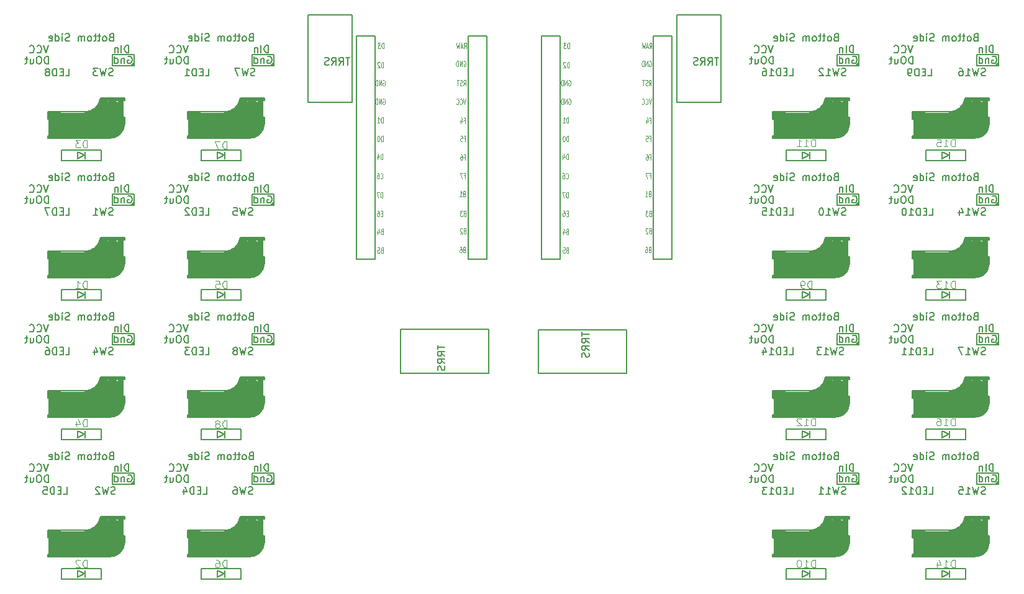
<source format=gbr>
G04 #@! TF.GenerationSoftware,KiCad,Pcbnew,(5.1.12)-1*
G04 #@! TF.CreationDate,2022-04-06T18:15:02+09:00*
G04 #@! TF.ProjectId,chervil8or,63686572-7669-46c3-986f-722e6b696361,rev?*
G04 #@! TF.SameCoordinates,Original*
G04 #@! TF.FileFunction,Legend,Bot*
G04 #@! TF.FilePolarity,Positive*
%FSLAX46Y46*%
G04 Gerber Fmt 4.6, Leading zero omitted, Abs format (unit mm)*
G04 Created by KiCad (PCBNEW (5.1.12)-1) date 2022-04-06 18:15:02*
%MOMM*%
%LPD*%
G01*
G04 APERTURE LIST*
%ADD10C,0.150000*%
%ADD11C,0.400000*%
%ADD12C,0.500000*%
%ADD13C,3.500000*%
%ADD14C,1.000000*%
%ADD15C,3.000000*%
%ADD16C,0.800000*%
%ADD17C,0.300000*%
%ADD18C,0.100000*%
%ADD19C,0.200000*%
%ADD20C,0.125000*%
G04 APERTURE END LIST*
D10*
X16350000Y-65329600D02*
X16350000Y-66829600D01*
X21750000Y-65329600D02*
X16350000Y-65329600D01*
X21750000Y-66829600D02*
X21750000Y-65329600D01*
X16350000Y-66829600D02*
X21750000Y-66829600D01*
X19550000Y-66579600D02*
X19550000Y-65579600D01*
X18550000Y-65579600D02*
X19450000Y-66079600D01*
X18550000Y-66579600D02*
X18550000Y-65579600D01*
X19450000Y-66079600D02*
X18550000Y-66579600D01*
X118272000Y-47029600D02*
X117372000Y-47529600D01*
X117372000Y-47529600D02*
X117372000Y-46529600D01*
X117372000Y-46529600D02*
X118272000Y-47029600D01*
X118372000Y-47529600D02*
X118372000Y-46529600D01*
X115172000Y-47779600D02*
X120572000Y-47779600D01*
X120572000Y-47779600D02*
X120572000Y-46279600D01*
X120572000Y-46279600D02*
X115172000Y-46279600D01*
X115172000Y-46279600D02*
X115172000Y-47779600D01*
X118272000Y-8929700D02*
X117372000Y-9429700D01*
X117372000Y-9429700D02*
X117372000Y-8429700D01*
X117372000Y-8429700D02*
X118272000Y-8929700D01*
X118372000Y-9429700D02*
X118372000Y-8429700D01*
X115172000Y-9679700D02*
X120572000Y-9679700D01*
X120572000Y-9679700D02*
X120572000Y-8179700D01*
X120572000Y-8179700D02*
X115172000Y-8179700D01*
X115172000Y-8179700D02*
X115172000Y-9679700D01*
X118272000Y-66079600D02*
X117372000Y-66579600D01*
X117372000Y-66579600D02*
X117372000Y-65579600D01*
X117372000Y-65579600D02*
X118272000Y-66079600D01*
X118372000Y-66579600D02*
X118372000Y-65579600D01*
X115172000Y-66829600D02*
X120572000Y-66829600D01*
X120572000Y-66829600D02*
X120572000Y-65329600D01*
X120572000Y-65329600D02*
X115172000Y-65329600D01*
X115172000Y-65329600D02*
X115172000Y-66829600D01*
X118272000Y-27979700D02*
X117372000Y-28479700D01*
X117372000Y-28479700D02*
X117372000Y-27479700D01*
X117372000Y-27479700D02*
X118272000Y-27979700D01*
X118372000Y-28479700D02*
X118372000Y-27479700D01*
X115172000Y-28729700D02*
X120572000Y-28729700D01*
X120572000Y-28729700D02*
X120572000Y-27229700D01*
X120572000Y-27229700D02*
X115172000Y-27229700D01*
X115172000Y-27229700D02*
X115172000Y-28729700D01*
X99221800Y-47029600D02*
X98321800Y-47529600D01*
X98321800Y-47529600D02*
X98321800Y-46529600D01*
X98321800Y-46529600D02*
X99221800Y-47029600D01*
X99321800Y-47529600D02*
X99321800Y-46529600D01*
X96121800Y-47779600D02*
X101521800Y-47779600D01*
X101521800Y-47779600D02*
X101521800Y-46279600D01*
X101521800Y-46279600D02*
X96121800Y-46279600D01*
X96121800Y-46279600D02*
X96121800Y-47779600D01*
X99221800Y-8929700D02*
X98321800Y-9429700D01*
X98321800Y-9429700D02*
X98321800Y-8429700D01*
X98321800Y-8429700D02*
X99221800Y-8929700D01*
X99321800Y-9429700D02*
X99321800Y-8429700D01*
X96121800Y-9679700D02*
X101521800Y-9679700D01*
X101521800Y-9679700D02*
X101521800Y-8179700D01*
X101521800Y-8179700D02*
X96121800Y-8179700D01*
X96121800Y-8179700D02*
X96121800Y-9679700D01*
X99221800Y-66079600D02*
X98321800Y-66579600D01*
X98321800Y-66579600D02*
X98321800Y-65579600D01*
X98321800Y-65579600D02*
X99221800Y-66079600D01*
X99321800Y-66579600D02*
X99321800Y-65579600D01*
X96121800Y-66829600D02*
X101521800Y-66829600D01*
X101521800Y-66829600D02*
X101521800Y-65329600D01*
X101521800Y-65329600D02*
X96121800Y-65329600D01*
X96121800Y-65329600D02*
X96121800Y-66829600D01*
X99221800Y-27979700D02*
X98321800Y-28479700D01*
X98321800Y-28479700D02*
X98321800Y-27479700D01*
X98321800Y-27479700D02*
X99221800Y-27979700D01*
X99321800Y-28479700D02*
X99321800Y-27479700D01*
X96121800Y-28729700D02*
X101521800Y-28729700D01*
X101521800Y-28729700D02*
X101521800Y-27229700D01*
X101521800Y-27229700D02*
X96121800Y-27229700D01*
X96121800Y-27229700D02*
X96121800Y-28729700D01*
X62765800Y-23145700D02*
X62765800Y7334300D01*
X65305800Y-23145700D02*
X62765800Y-23145700D01*
X65305800Y7334300D02*
X65305800Y-23145700D01*
X62765800Y7334300D02*
X65305800Y7334300D01*
X78005800Y-23145700D02*
X78005800Y7334300D01*
X80545800Y-23145700D02*
X78005800Y-23145700D01*
X80545800Y7334300D02*
X80545800Y-23145700D01*
X78005800Y7334300D02*
X80545800Y7334300D01*
X37465000Y-23145700D02*
X37465000Y7334300D01*
X40005000Y-23145700D02*
X37465000Y-23145700D01*
X40005000Y7334300D02*
X40005000Y-23145700D01*
X37465000Y7334300D02*
X40005000Y7334300D01*
X52705000Y-23145700D02*
X52705000Y7334300D01*
X55245000Y-23145700D02*
X52705000Y-23145700D01*
X55245000Y7334300D02*
X55245000Y-23145700D01*
X52705000Y7334300D02*
X55245000Y7334300D01*
D11*
X113472000Y-42000000D02*
X113472000Y-41300000D01*
X113472000Y-44500000D02*
X114872000Y-44500000D01*
D12*
X123572000Y-39400000D02*
X120872000Y-39400000D01*
D10*
X113272000Y-44350000D02*
X113272000Y-44700000D01*
X113272000Y-44700000D02*
X121672001Y-44700000D01*
X118272000Y-41100000D02*
X113272000Y-41100000D01*
X123772000Y-39200000D02*
X120492000Y-39200000D01*
X123772000Y-42800000D02*
X123772000Y-41800000D01*
X123772000Y-39200000D02*
X123772000Y-39560000D01*
X123572000Y-39560000D02*
X123772000Y-39560000D01*
X123542000Y-41800000D02*
X123542000Y-39560000D01*
X123772000Y-41800000D02*
X123572000Y-41800000D01*
X113472000Y-44350000D02*
X113272000Y-44350000D01*
X113492000Y-42100000D02*
X113492000Y-44350000D01*
X113272000Y-42100000D02*
X113472000Y-42100000D01*
X113272000Y-41100000D02*
X113272000Y-42100000D01*
D13*
X115272000Y-42900000D02*
X121972000Y-42900000D01*
D14*
X113972000Y-44100000D02*
X113972000Y-41600000D01*
D12*
X113572000Y-41400000D02*
X114972000Y-41400000D01*
D15*
X122042000Y-43200000D02*
X122042000Y-40960000D01*
D16*
X123172000Y-39700000D02*
X123172000Y-41499999D01*
D17*
X123672000Y-41900001D02*
X123672000Y-42800000D01*
D10*
X120488318Y-39221471D02*
G75*
G02*
X118272000Y-41100000I-2151318J291471D01*
G01*
X123772000Y-42799999D02*
G75*
G02*
X121672001Y-44700000I-2000000J99999D01*
G01*
D14*
X120888318Y-39621471D02*
G75*
G02*
X118672000Y-41500000I-2151318J291471D01*
G01*
D11*
X113472000Y-3900000D02*
X113472000Y-3200000D01*
X113472000Y-6400000D02*
X114872000Y-6400000D01*
D12*
X123572000Y-1300000D02*
X120872000Y-1300000D01*
D10*
X113272000Y-6250000D02*
X113272000Y-6600000D01*
X113272000Y-6600000D02*
X121672001Y-6600000D01*
X118272000Y-3000000D02*
X113272000Y-3000000D01*
X123772000Y-1100000D02*
X120492000Y-1100000D01*
X123772000Y-4700000D02*
X123772000Y-3700000D01*
X123772000Y-1100000D02*
X123772000Y-1460000D01*
X123572000Y-1460000D02*
X123772000Y-1460000D01*
X123542000Y-3700000D02*
X123542000Y-1460000D01*
X123772000Y-3700000D02*
X123572000Y-3700000D01*
X113472000Y-6250000D02*
X113272000Y-6250000D01*
X113492000Y-4000000D02*
X113492000Y-6250000D01*
X113272000Y-4000000D02*
X113472000Y-4000000D01*
X113272000Y-3000000D02*
X113272000Y-4000000D01*
D13*
X115272000Y-4800000D02*
X121972000Y-4800000D01*
D14*
X113972000Y-6000000D02*
X113972000Y-3500000D01*
D12*
X113572000Y-3300000D02*
X114972000Y-3300000D01*
D15*
X122042000Y-5100000D02*
X122042000Y-2860000D01*
D16*
X123172000Y-1600000D02*
X123172000Y-3399999D01*
D17*
X123672000Y-3800001D02*
X123672000Y-4700000D01*
D10*
X120488318Y-1121471D02*
G75*
G02*
X118272000Y-3000000I-2151318J291471D01*
G01*
X123772000Y-4699999D02*
G75*
G02*
X121672001Y-6600000I-2000000J99999D01*
G01*
D14*
X120888318Y-1521471D02*
G75*
G02*
X118672000Y-3400000I-2151318J291471D01*
G01*
D11*
X113472000Y-61050000D02*
X113472000Y-60350000D01*
X113472000Y-63550000D02*
X114872000Y-63550000D01*
D12*
X123572000Y-58450000D02*
X120872000Y-58450000D01*
D10*
X113272000Y-63400000D02*
X113272000Y-63750000D01*
X113272000Y-63750000D02*
X121672001Y-63750000D01*
X118272000Y-60150000D02*
X113272000Y-60150000D01*
X123772000Y-58250000D02*
X120492000Y-58250000D01*
X123772000Y-61850000D02*
X123772000Y-60850000D01*
X123772000Y-58250000D02*
X123772000Y-58610000D01*
X123572000Y-58610000D02*
X123772000Y-58610000D01*
X123542000Y-60850000D02*
X123542000Y-58610000D01*
X123772000Y-60850000D02*
X123572000Y-60850000D01*
X113472000Y-63400000D02*
X113272000Y-63400000D01*
X113492000Y-61150000D02*
X113492000Y-63400000D01*
X113272000Y-61150000D02*
X113472000Y-61150000D01*
X113272000Y-60150000D02*
X113272000Y-61150000D01*
D13*
X115272000Y-61950000D02*
X121972000Y-61950000D01*
D14*
X113972000Y-63150000D02*
X113972000Y-60650000D01*
D12*
X113572000Y-60450000D02*
X114972000Y-60450000D01*
D15*
X122042000Y-62250000D02*
X122042000Y-60010000D01*
D16*
X123172000Y-58750000D02*
X123172000Y-60549999D01*
D17*
X123672000Y-60950001D02*
X123672000Y-61850000D01*
D10*
X120488318Y-58271471D02*
G75*
G02*
X118272000Y-60150000I-2151318J291471D01*
G01*
X123772000Y-61849999D02*
G75*
G02*
X121672001Y-63750000I-2000000J99999D01*
G01*
D14*
X120888318Y-58671471D02*
G75*
G02*
X118672000Y-60550000I-2151318J291471D01*
G01*
D11*
X113472000Y-22950000D02*
X113472000Y-22250000D01*
X113472000Y-25450000D02*
X114872000Y-25450000D01*
D12*
X123572000Y-20350000D02*
X120872000Y-20350000D01*
D10*
X113272000Y-25300000D02*
X113272000Y-25650000D01*
X113272000Y-25650000D02*
X121672001Y-25650000D01*
X118272000Y-22050000D02*
X113272000Y-22050000D01*
X123772000Y-20150000D02*
X120492000Y-20150000D01*
X123772000Y-23750000D02*
X123772000Y-22750000D01*
X123772000Y-20150000D02*
X123772000Y-20510000D01*
X123572000Y-20510000D02*
X123772000Y-20510000D01*
X123542000Y-22750000D02*
X123542000Y-20510000D01*
X123772000Y-22750000D02*
X123572000Y-22750000D01*
X113472000Y-25300000D02*
X113272000Y-25300000D01*
X113492000Y-23050000D02*
X113492000Y-25300000D01*
X113272000Y-23050000D02*
X113472000Y-23050000D01*
X113272000Y-22050000D02*
X113272000Y-23050000D01*
D13*
X115272000Y-23850000D02*
X121972000Y-23850000D01*
D14*
X113972000Y-25050000D02*
X113972000Y-22550000D01*
D12*
X113572000Y-22350000D02*
X114972000Y-22350000D01*
D15*
X122042000Y-24150000D02*
X122042000Y-21910000D01*
D16*
X123172000Y-20650000D02*
X123172000Y-22449999D01*
D17*
X123672000Y-22850001D02*
X123672000Y-23750000D01*
D10*
X120488318Y-20171471D02*
G75*
G02*
X118272000Y-22050000I-2151318J291471D01*
G01*
X123772000Y-23749999D02*
G75*
G02*
X121672001Y-25650000I-2000000J99999D01*
G01*
D14*
X120888318Y-20571471D02*
G75*
G02*
X118672000Y-22450000I-2151318J291471D01*
G01*
D11*
X94421900Y-42000000D02*
X94421900Y-41300000D01*
X94421900Y-44500000D02*
X95821900Y-44500000D01*
D12*
X104521900Y-39400000D02*
X101821900Y-39400000D01*
D10*
X94221900Y-44350000D02*
X94221900Y-44700000D01*
X94221900Y-44700000D02*
X102621901Y-44700000D01*
X99221900Y-41100000D02*
X94221900Y-41100000D01*
X104721900Y-39200000D02*
X101441900Y-39200000D01*
X104721900Y-42800000D02*
X104721900Y-41800000D01*
X104721900Y-39200000D02*
X104721900Y-39560000D01*
X104521900Y-39560000D02*
X104721900Y-39560000D01*
X104491900Y-41800000D02*
X104491900Y-39560000D01*
X104721900Y-41800000D02*
X104521900Y-41800000D01*
X94421900Y-44350000D02*
X94221900Y-44350000D01*
X94441900Y-42100000D02*
X94441900Y-44350000D01*
X94221900Y-42100000D02*
X94421900Y-42100000D01*
X94221900Y-41100000D02*
X94221900Y-42100000D01*
D13*
X96221900Y-42900000D02*
X102921900Y-42900000D01*
D14*
X94921900Y-44100000D02*
X94921900Y-41600000D01*
D12*
X94521900Y-41400000D02*
X95921900Y-41400000D01*
D15*
X102991900Y-43200000D02*
X102991900Y-40960000D01*
D16*
X104121900Y-39700000D02*
X104121900Y-41499999D01*
D17*
X104621900Y-41900001D02*
X104621900Y-42800000D01*
D10*
X101438218Y-39221471D02*
G75*
G02*
X99221900Y-41100000I-2151318J291471D01*
G01*
X104721900Y-42799999D02*
G75*
G02*
X102621901Y-44700000I-2000000J99999D01*
G01*
D14*
X101838218Y-39621471D02*
G75*
G02*
X99621900Y-41500000I-2151318J291471D01*
G01*
D11*
X94421900Y-3900000D02*
X94421900Y-3200000D01*
X94421900Y-6400000D02*
X95821900Y-6400000D01*
D12*
X104521900Y-1300000D02*
X101821900Y-1300000D01*
D10*
X94221900Y-6250000D02*
X94221900Y-6600000D01*
X94221900Y-6600000D02*
X102621901Y-6600000D01*
X99221900Y-3000000D02*
X94221900Y-3000000D01*
X104721900Y-1100000D02*
X101441900Y-1100000D01*
X104721900Y-4700000D02*
X104721900Y-3700000D01*
X104721900Y-1100000D02*
X104721900Y-1460000D01*
X104521900Y-1460000D02*
X104721900Y-1460000D01*
X104491900Y-3700000D02*
X104491900Y-1460000D01*
X104721900Y-3700000D02*
X104521900Y-3700000D01*
X94421900Y-6250000D02*
X94221900Y-6250000D01*
X94441900Y-4000000D02*
X94441900Y-6250000D01*
X94221900Y-4000000D02*
X94421900Y-4000000D01*
X94221900Y-3000000D02*
X94221900Y-4000000D01*
D13*
X96221900Y-4800000D02*
X102921900Y-4800000D01*
D14*
X94921900Y-6000000D02*
X94921900Y-3500000D01*
D12*
X94521900Y-3300000D02*
X95921900Y-3300000D01*
D15*
X102991900Y-5100000D02*
X102991900Y-2860000D01*
D16*
X104121900Y-1600000D02*
X104121900Y-3399999D01*
D17*
X104621900Y-3800001D02*
X104621900Y-4700000D01*
D10*
X101438218Y-1121471D02*
G75*
G02*
X99221900Y-3000000I-2151318J291471D01*
G01*
X104721900Y-4699999D02*
G75*
G02*
X102621901Y-6600000I-2000000J99999D01*
G01*
D14*
X101838218Y-1521471D02*
G75*
G02*
X99621900Y-3400000I-2151318J291471D01*
G01*
D11*
X94421900Y-61050000D02*
X94421900Y-60350000D01*
X94421900Y-63550000D02*
X95821900Y-63550000D01*
D12*
X104521900Y-58450000D02*
X101821900Y-58450000D01*
D10*
X94221900Y-63400000D02*
X94221900Y-63750000D01*
X94221900Y-63750000D02*
X102621901Y-63750000D01*
X99221900Y-60150000D02*
X94221900Y-60150000D01*
X104721900Y-58250000D02*
X101441900Y-58250000D01*
X104721900Y-61850000D02*
X104721900Y-60850000D01*
X104721900Y-58250000D02*
X104721900Y-58610000D01*
X104521900Y-58610000D02*
X104721900Y-58610000D01*
X104491900Y-60850000D02*
X104491900Y-58610000D01*
X104721900Y-60850000D02*
X104521900Y-60850000D01*
X94421900Y-63400000D02*
X94221900Y-63400000D01*
X94441900Y-61150000D02*
X94441900Y-63400000D01*
X94221900Y-61150000D02*
X94421900Y-61150000D01*
X94221900Y-60150000D02*
X94221900Y-61150000D01*
D13*
X96221900Y-61950000D02*
X102921900Y-61950000D01*
D14*
X94921900Y-63150000D02*
X94921900Y-60650000D01*
D12*
X94521900Y-60450000D02*
X95921900Y-60450000D01*
D15*
X102991900Y-62250000D02*
X102991900Y-60010000D01*
D16*
X104121900Y-58750000D02*
X104121900Y-60549999D01*
D17*
X104621900Y-60950001D02*
X104621900Y-61850000D01*
D10*
X101438218Y-58271471D02*
G75*
G02*
X99221900Y-60150000I-2151318J291471D01*
G01*
X104721900Y-61849999D02*
G75*
G02*
X102621901Y-63750000I-2000000J99999D01*
G01*
D14*
X101838218Y-58671471D02*
G75*
G02*
X99621900Y-60550000I-2151318J291471D01*
G01*
D11*
X94421900Y-22950000D02*
X94421900Y-22250000D01*
X94421900Y-25450000D02*
X95821900Y-25450000D01*
D12*
X104521900Y-20350000D02*
X101821900Y-20350000D01*
D10*
X94221900Y-25300000D02*
X94221900Y-25650000D01*
X94221900Y-25650000D02*
X102621901Y-25650000D01*
X99221900Y-22050000D02*
X94221900Y-22050000D01*
X104721900Y-20150000D02*
X101441900Y-20150000D01*
X104721900Y-23750000D02*
X104721900Y-22750000D01*
X104721900Y-20150000D02*
X104721900Y-20510000D01*
X104521900Y-20510000D02*
X104721900Y-20510000D01*
X104491900Y-22750000D02*
X104491900Y-20510000D01*
X104721900Y-22750000D02*
X104521900Y-22750000D01*
X94421900Y-25300000D02*
X94221900Y-25300000D01*
X94441900Y-23050000D02*
X94441900Y-25300000D01*
X94221900Y-23050000D02*
X94421900Y-23050000D01*
X94221900Y-22050000D02*
X94221900Y-23050000D01*
D13*
X96221900Y-23850000D02*
X102921900Y-23850000D01*
D14*
X94921900Y-25050000D02*
X94921900Y-22550000D01*
D12*
X94521900Y-22350000D02*
X95921900Y-22350000D01*
D15*
X102991900Y-24150000D02*
X102991900Y-21910000D01*
D16*
X104121900Y-20650000D02*
X104121900Y-22449999D01*
D17*
X104621900Y-22850001D02*
X104621900Y-23750000D01*
D10*
X101438218Y-20171471D02*
G75*
G02*
X99221900Y-22050000I-2151318J291471D01*
G01*
X104721900Y-23749999D02*
G75*
G02*
X102621901Y-25650000I-2000000J99999D01*
G01*
D14*
X101838218Y-20571471D02*
G75*
G02*
X99621900Y-22450000I-2151318J291471D01*
G01*
D11*
X14650000Y-42000000D02*
X14650000Y-41300000D01*
X14650000Y-44500000D02*
X16050000Y-44500000D01*
D12*
X24750000Y-39400000D02*
X22050000Y-39400000D01*
D10*
X14450000Y-44350000D02*
X14450000Y-44700000D01*
X14450000Y-44700000D02*
X22850001Y-44700000D01*
X19450000Y-41100000D02*
X14450000Y-41100000D01*
X24950000Y-39200000D02*
X21670000Y-39200000D01*
X24950000Y-42800000D02*
X24950000Y-41800000D01*
X24950000Y-39200000D02*
X24950000Y-39560000D01*
X24750000Y-39560000D02*
X24950000Y-39560000D01*
X24720000Y-41800000D02*
X24720000Y-39560000D01*
X24950000Y-41800000D02*
X24750000Y-41800000D01*
X14650000Y-44350000D02*
X14450000Y-44350000D01*
X14670000Y-42100000D02*
X14670000Y-44350000D01*
X14450000Y-42100000D02*
X14650000Y-42100000D01*
X14450000Y-41100000D02*
X14450000Y-42100000D01*
D13*
X16450000Y-42900000D02*
X23150000Y-42900000D01*
D14*
X15150000Y-44100000D02*
X15150000Y-41600000D01*
D12*
X14750000Y-41400000D02*
X16150000Y-41400000D01*
D15*
X23220000Y-43200000D02*
X23220000Y-40960000D01*
D16*
X24350000Y-39700000D02*
X24350000Y-41499999D01*
D17*
X24850000Y-41900001D02*
X24850000Y-42800000D01*
D10*
X21666318Y-39221471D02*
G75*
G02*
X19450000Y-41100000I-2151318J291471D01*
G01*
X24950000Y-42799999D02*
G75*
G02*
X22850001Y-44700000I-2000000J99999D01*
G01*
D14*
X22066318Y-39621471D02*
G75*
G02*
X19850000Y-41500000I-2151318J291471D01*
G01*
D11*
X14650000Y-3900000D02*
X14650000Y-3200000D01*
X14650000Y-6400000D02*
X16050000Y-6400000D01*
D12*
X24750000Y-1300000D02*
X22050000Y-1300000D01*
D10*
X14450000Y-6250000D02*
X14450000Y-6600000D01*
X14450000Y-6600000D02*
X22850001Y-6600000D01*
X19450000Y-3000000D02*
X14450000Y-3000000D01*
X24950000Y-1100000D02*
X21670000Y-1100000D01*
X24950000Y-4700000D02*
X24950000Y-3700000D01*
X24950000Y-1100000D02*
X24950000Y-1460000D01*
X24750000Y-1460000D02*
X24950000Y-1460000D01*
X24720000Y-3700000D02*
X24720000Y-1460000D01*
X24950000Y-3700000D02*
X24750000Y-3700000D01*
X14650000Y-6250000D02*
X14450000Y-6250000D01*
X14670000Y-4000000D02*
X14670000Y-6250000D01*
X14450000Y-4000000D02*
X14650000Y-4000000D01*
X14450000Y-3000000D02*
X14450000Y-4000000D01*
D13*
X16450000Y-4800000D02*
X23150000Y-4800000D01*
D14*
X15150000Y-6000000D02*
X15150000Y-3500000D01*
D12*
X14750000Y-3300000D02*
X16150000Y-3300000D01*
D15*
X23220000Y-5100000D02*
X23220000Y-2860000D01*
D16*
X24350000Y-1600000D02*
X24350000Y-3399999D01*
D17*
X24850000Y-3800001D02*
X24850000Y-4700000D01*
D10*
X21666318Y-1121471D02*
G75*
G02*
X19450000Y-3000000I-2151318J291471D01*
G01*
X24950000Y-4699999D02*
G75*
G02*
X22850001Y-6600000I-2000000J99999D01*
G01*
D14*
X22066318Y-1521471D02*
G75*
G02*
X19850000Y-3400000I-2151318J291471D01*
G01*
D11*
X14650000Y-61050000D02*
X14650000Y-60350000D01*
X14650000Y-63550000D02*
X16050000Y-63550000D01*
D12*
X24750000Y-58450000D02*
X22050000Y-58450000D01*
D10*
X14450000Y-63400000D02*
X14450000Y-63750000D01*
X14450000Y-63750000D02*
X22850001Y-63750000D01*
X19450000Y-60150000D02*
X14450000Y-60150000D01*
X24950000Y-58250000D02*
X21670000Y-58250000D01*
X24950000Y-61850000D02*
X24950000Y-60850000D01*
X24950000Y-58250000D02*
X24950000Y-58610000D01*
X24750000Y-58610000D02*
X24950000Y-58610000D01*
X24720000Y-60850000D02*
X24720000Y-58610000D01*
X24950000Y-60850000D02*
X24750000Y-60850000D01*
X14650000Y-63400000D02*
X14450000Y-63400000D01*
X14670000Y-61150000D02*
X14670000Y-63400000D01*
X14450000Y-61150000D02*
X14650000Y-61150000D01*
X14450000Y-60150000D02*
X14450000Y-61150000D01*
D13*
X16450000Y-61950000D02*
X23150000Y-61950000D01*
D14*
X15150000Y-63150000D02*
X15150000Y-60650000D01*
D12*
X14750000Y-60450000D02*
X16150000Y-60450000D01*
D15*
X23220000Y-62250000D02*
X23220000Y-60010000D01*
D16*
X24350000Y-58750000D02*
X24350000Y-60549999D01*
D17*
X24850000Y-60950001D02*
X24850000Y-61850000D01*
D10*
X21666318Y-58271471D02*
G75*
G02*
X19450000Y-60150000I-2151318J291471D01*
G01*
X24950000Y-61849999D02*
G75*
G02*
X22850001Y-63750000I-2000000J99999D01*
G01*
D14*
X22066318Y-58671471D02*
G75*
G02*
X19850000Y-60550000I-2151318J291471D01*
G01*
D11*
X14650000Y-22950000D02*
X14650000Y-22250000D01*
X14650000Y-25450000D02*
X16050000Y-25450000D01*
D12*
X24750000Y-20350000D02*
X22050000Y-20350000D01*
D10*
X14450000Y-25300000D02*
X14450000Y-25650000D01*
X14450000Y-25650000D02*
X22850001Y-25650000D01*
X19450000Y-22050000D02*
X14450000Y-22050000D01*
X24950000Y-20150000D02*
X21670000Y-20150000D01*
X24950000Y-23750000D02*
X24950000Y-22750000D01*
X24950000Y-20150000D02*
X24950000Y-20510000D01*
X24750000Y-20510000D02*
X24950000Y-20510000D01*
X24720000Y-22750000D02*
X24720000Y-20510000D01*
X24950000Y-22750000D02*
X24750000Y-22750000D01*
X14650000Y-25300000D02*
X14450000Y-25300000D01*
X14670000Y-23050000D02*
X14670000Y-25300000D01*
X14450000Y-23050000D02*
X14650000Y-23050000D01*
X14450000Y-22050000D02*
X14450000Y-23050000D01*
D13*
X16450000Y-23850000D02*
X23150000Y-23850000D01*
D14*
X15150000Y-25050000D02*
X15150000Y-22550000D01*
D12*
X14750000Y-22350000D02*
X16150000Y-22350000D01*
D15*
X23220000Y-24150000D02*
X23220000Y-21910000D01*
D16*
X24350000Y-20650000D02*
X24350000Y-22449999D01*
D17*
X24850000Y-22850001D02*
X24850000Y-23750000D01*
D10*
X21666318Y-20171471D02*
G75*
G02*
X19450000Y-22050000I-2151318J291471D01*
G01*
X24950000Y-23749999D02*
G75*
G02*
X22850001Y-25650000I-2000000J99999D01*
G01*
D14*
X22066318Y-20571471D02*
G75*
G02*
X19850000Y-22450000I-2151318J291471D01*
G01*
D11*
X-4400000Y-42000000D02*
X-4400000Y-41300000D01*
X-4400000Y-44500000D02*
X-3000000Y-44500000D01*
D12*
X5700000Y-39400000D02*
X3000000Y-39400000D01*
D10*
X-4600000Y-44350000D02*
X-4600000Y-44700000D01*
X-4600000Y-44700000D02*
X3800001Y-44700000D01*
X400000Y-41100000D02*
X-4600000Y-41100000D01*
X5900000Y-39200000D02*
X2620000Y-39200000D01*
X5900000Y-42800000D02*
X5900000Y-41800000D01*
X5900000Y-39200000D02*
X5900000Y-39560000D01*
X5700000Y-39560000D02*
X5900000Y-39560000D01*
X5670000Y-41800000D02*
X5670000Y-39560000D01*
X5900000Y-41800000D02*
X5700000Y-41800000D01*
X-4400000Y-44350000D02*
X-4600000Y-44350000D01*
X-4380000Y-42100000D02*
X-4380000Y-44350000D01*
X-4600000Y-42100000D02*
X-4400000Y-42100000D01*
X-4600000Y-41100000D02*
X-4600000Y-42100000D01*
D13*
X-2600000Y-42900000D02*
X4100000Y-42900000D01*
D14*
X-3900000Y-44100000D02*
X-3900000Y-41600000D01*
D12*
X-4300000Y-41400000D02*
X-2900000Y-41400000D01*
D15*
X4170000Y-43200000D02*
X4170000Y-40960000D01*
D16*
X5300000Y-39700000D02*
X5300000Y-41499999D01*
D17*
X5800000Y-41900001D02*
X5800000Y-42800000D01*
D10*
X2616318Y-39221471D02*
G75*
G02*
X400000Y-41100000I-2151318J291471D01*
G01*
X5900000Y-42799999D02*
G75*
G02*
X3800001Y-44700000I-2000000J99999D01*
G01*
D14*
X3016318Y-39621471D02*
G75*
G02*
X800000Y-41500000I-2151318J291471D01*
G01*
D11*
X-4400000Y-3900000D02*
X-4400000Y-3200000D01*
X-4400000Y-6400000D02*
X-3000000Y-6400000D01*
D12*
X5700000Y-1300000D02*
X3000000Y-1300000D01*
D10*
X-4600000Y-6250000D02*
X-4600000Y-6600000D01*
X-4600000Y-6600000D02*
X3800001Y-6600000D01*
X400000Y-3000000D02*
X-4600000Y-3000000D01*
X5900000Y-1100000D02*
X2620000Y-1100000D01*
X5900000Y-4700000D02*
X5900000Y-3700000D01*
X5900000Y-1100000D02*
X5900000Y-1460000D01*
X5700000Y-1460000D02*
X5900000Y-1460000D01*
X5670000Y-3700000D02*
X5670000Y-1460000D01*
X5900000Y-3700000D02*
X5700000Y-3700000D01*
X-4400000Y-6250000D02*
X-4600000Y-6250000D01*
X-4380000Y-4000000D02*
X-4380000Y-6250000D01*
X-4600000Y-4000000D02*
X-4400000Y-4000000D01*
X-4600000Y-3000000D02*
X-4600000Y-4000000D01*
D13*
X-2600000Y-4800000D02*
X4100000Y-4800000D01*
D14*
X-3900000Y-6000000D02*
X-3900000Y-3500000D01*
D12*
X-4300000Y-3300000D02*
X-2900000Y-3300000D01*
D15*
X4170000Y-5100000D02*
X4170000Y-2860000D01*
D16*
X5300000Y-1600000D02*
X5300000Y-3399999D01*
D17*
X5800000Y-3800001D02*
X5800000Y-4700000D01*
D10*
X2616318Y-1121471D02*
G75*
G02*
X400000Y-3000000I-2151318J291471D01*
G01*
X5900000Y-4699999D02*
G75*
G02*
X3800001Y-6600000I-2000000J99999D01*
G01*
D14*
X3016318Y-1521471D02*
G75*
G02*
X800000Y-3400000I-2151318J291471D01*
G01*
D11*
X-4400000Y-61050000D02*
X-4400000Y-60350000D01*
X-4400000Y-63550000D02*
X-3000000Y-63550000D01*
D12*
X5700000Y-58450000D02*
X3000000Y-58450000D01*
D10*
X-4600000Y-63400000D02*
X-4600000Y-63750000D01*
X-4600000Y-63750000D02*
X3800001Y-63750000D01*
X400000Y-60150000D02*
X-4600000Y-60150000D01*
X5900000Y-58250000D02*
X2620000Y-58250000D01*
X5900000Y-61850000D02*
X5900000Y-60850000D01*
X5900000Y-58250000D02*
X5900000Y-58610000D01*
X5700000Y-58610000D02*
X5900000Y-58610000D01*
X5670000Y-60850000D02*
X5670000Y-58610000D01*
X5900000Y-60850000D02*
X5700000Y-60850000D01*
X-4400000Y-63400000D02*
X-4600000Y-63400000D01*
X-4380000Y-61150000D02*
X-4380000Y-63400000D01*
X-4600000Y-61150000D02*
X-4400000Y-61150000D01*
X-4600000Y-60150000D02*
X-4600000Y-61150000D01*
D13*
X-2600000Y-61950000D02*
X4100000Y-61950000D01*
D14*
X-3900000Y-63150000D02*
X-3900000Y-60650000D01*
D12*
X-4300000Y-60450000D02*
X-2900000Y-60450000D01*
D15*
X4170000Y-62250000D02*
X4170000Y-60010000D01*
D16*
X5300000Y-58750000D02*
X5300000Y-60549999D01*
D17*
X5800000Y-60950001D02*
X5800000Y-61850000D01*
D10*
X2616318Y-58271471D02*
G75*
G02*
X400000Y-60150000I-2151318J291471D01*
G01*
X5900000Y-61849999D02*
G75*
G02*
X3800001Y-63750000I-2000000J99999D01*
G01*
D14*
X3016318Y-58671471D02*
G75*
G02*
X800000Y-60550000I-2151318J291471D01*
G01*
D11*
X-4400000Y-22950000D02*
X-4400000Y-22250000D01*
X-4400000Y-25450000D02*
X-3000000Y-25450000D01*
D12*
X5700000Y-20350000D02*
X3000000Y-20350000D01*
D10*
X-4600000Y-25300000D02*
X-4600000Y-25650000D01*
X-4600000Y-25650000D02*
X3800001Y-25650000D01*
X400000Y-22050000D02*
X-4600000Y-22050000D01*
X5900000Y-20150000D02*
X2620000Y-20150000D01*
X5900000Y-23750000D02*
X5900000Y-22750000D01*
X5900000Y-20150000D02*
X5900000Y-20510000D01*
X5700000Y-20510000D02*
X5900000Y-20510000D01*
X5670000Y-22750000D02*
X5670000Y-20510000D01*
X5900000Y-22750000D02*
X5700000Y-22750000D01*
X-4400000Y-25300000D02*
X-4600000Y-25300000D01*
X-4380000Y-23050000D02*
X-4380000Y-25300000D01*
X-4600000Y-23050000D02*
X-4400000Y-23050000D01*
X-4600000Y-22050000D02*
X-4600000Y-23050000D01*
D13*
X-2600000Y-23850000D02*
X4100000Y-23850000D01*
D14*
X-3900000Y-25050000D02*
X-3900000Y-22550000D01*
D12*
X-4300000Y-22350000D02*
X-2900000Y-22350000D01*
D15*
X4170000Y-24150000D02*
X4170000Y-21910000D01*
D16*
X5300000Y-20650000D02*
X5300000Y-22449999D01*
D17*
X5800000Y-22850001D02*
X5800000Y-23750000D01*
D10*
X2616318Y-20171471D02*
G75*
G02*
X400000Y-22050000I-2151318J291471D01*
G01*
X5900000Y-23749999D02*
G75*
G02*
X3800001Y-25650000I-2000000J99999D01*
G01*
D14*
X3016318Y-20571471D02*
G75*
G02*
X800000Y-22450000I-2151318J291471D01*
G01*
D18*
G36*
X105421900Y3262500D02*
G01*
X106021900Y3262500D01*
X106021900Y3862500D01*
X105421900Y3262500D01*
G37*
X105421900Y3262500D02*
X106021900Y3262500D01*
X106021900Y3862500D01*
X105421900Y3262500D01*
D19*
X106021900Y4862500D02*
X106021900Y3262500D01*
X106021900Y3262500D02*
X103021900Y3262500D01*
X103021900Y3262500D02*
X103021900Y4862500D01*
X103021900Y4862500D02*
X106021900Y4862500D01*
D18*
G36*
X105421900Y-15787500D02*
G01*
X106021900Y-15787500D01*
X106021900Y-15187500D01*
X105421900Y-15787500D01*
G37*
X105421900Y-15787500D02*
X106021900Y-15787500D01*
X106021900Y-15187500D01*
X105421900Y-15787500D01*
D19*
X106021900Y-14187500D02*
X106021900Y-15787500D01*
X106021900Y-15787500D02*
X103021900Y-15787500D01*
X103021900Y-15787500D02*
X103021900Y-14187500D01*
X103021900Y-14187500D02*
X106021900Y-14187500D01*
D18*
G36*
X105421900Y-34837500D02*
G01*
X106021900Y-34837500D01*
X106021900Y-34237500D01*
X105421900Y-34837500D01*
G37*
X105421900Y-34837500D02*
X106021900Y-34837500D01*
X106021900Y-34237500D01*
X105421900Y-34837500D01*
D19*
X106021900Y-33237500D02*
X106021900Y-34837500D01*
X106021900Y-34837500D02*
X103021900Y-34837500D01*
X103021900Y-34837500D02*
X103021900Y-33237500D01*
X103021900Y-33237500D02*
X106021900Y-33237500D01*
D18*
G36*
X105421900Y-53887500D02*
G01*
X106021900Y-53887500D01*
X106021900Y-53287500D01*
X105421900Y-53887500D01*
G37*
X105421900Y-53887500D02*
X106021900Y-53887500D01*
X106021900Y-53287500D01*
X105421900Y-53887500D01*
D19*
X106021900Y-52287500D02*
X106021900Y-53887500D01*
X106021900Y-53887500D02*
X103021900Y-53887500D01*
X103021900Y-53887500D02*
X103021900Y-52287500D01*
X103021900Y-52287500D02*
X106021900Y-52287500D01*
D18*
G36*
X124472000Y-53887500D02*
G01*
X125072000Y-53887500D01*
X125072000Y-53287500D01*
X124472000Y-53887500D01*
G37*
X124472000Y-53887500D02*
X125072000Y-53887500D01*
X125072000Y-53287500D01*
X124472000Y-53887500D01*
D19*
X125072000Y-52287500D02*
X125072000Y-53887500D01*
X125072000Y-53887500D02*
X122072000Y-53887500D01*
X122072000Y-53887500D02*
X122072000Y-52287500D01*
X122072000Y-52287500D02*
X125072000Y-52287500D01*
D18*
G36*
X124472000Y-34837500D02*
G01*
X125072000Y-34837500D01*
X125072000Y-34237500D01*
X124472000Y-34837500D01*
G37*
X124472000Y-34837500D02*
X125072000Y-34837500D01*
X125072000Y-34237500D01*
X124472000Y-34837500D01*
D19*
X125072000Y-33237500D02*
X125072000Y-34837500D01*
X125072000Y-34837500D02*
X122072000Y-34837500D01*
X122072000Y-34837500D02*
X122072000Y-33237500D01*
X122072000Y-33237500D02*
X125072000Y-33237500D01*
D18*
G36*
X124472000Y-15787500D02*
G01*
X125072000Y-15787500D01*
X125072000Y-15187500D01*
X124472000Y-15787500D01*
G37*
X124472000Y-15787500D02*
X125072000Y-15787500D01*
X125072000Y-15187500D01*
X124472000Y-15787500D01*
D19*
X125072000Y-14187500D02*
X125072000Y-15787500D01*
X125072000Y-15787500D02*
X122072000Y-15787500D01*
X122072000Y-15787500D02*
X122072000Y-14187500D01*
X122072000Y-14187500D02*
X125072000Y-14187500D01*
D18*
G36*
X124472000Y3262500D02*
G01*
X125072000Y3262500D01*
X125072000Y3862500D01*
X124472000Y3262500D01*
G37*
X124472000Y3262500D02*
X125072000Y3262500D01*
X125072000Y3862500D01*
X124472000Y3262500D01*
D19*
X125072000Y4862500D02*
X125072000Y3262500D01*
X125072000Y3262500D02*
X122072000Y3262500D01*
X122072000Y3262500D02*
X122072000Y4862500D01*
X122072000Y4862500D02*
X125072000Y4862500D01*
D18*
G36*
X6600000Y3262500D02*
G01*
X7200000Y3262500D01*
X7200000Y3862500D01*
X6600000Y3262500D01*
G37*
X6600000Y3262500D02*
X7200000Y3262500D01*
X7200000Y3862500D01*
X6600000Y3262500D01*
D19*
X7200000Y4862500D02*
X7200000Y3262500D01*
X7200000Y3262500D02*
X4200000Y3262500D01*
X4200000Y3262500D02*
X4200000Y4862500D01*
X4200000Y4862500D02*
X7200000Y4862500D01*
D18*
G36*
X6600000Y-15787500D02*
G01*
X7200000Y-15787500D01*
X7200000Y-15187500D01*
X6600000Y-15787500D01*
G37*
X6600000Y-15787500D02*
X7200000Y-15787500D01*
X7200000Y-15187500D01*
X6600000Y-15787500D01*
D19*
X7200000Y-14187500D02*
X7200000Y-15787500D01*
X7200000Y-15787500D02*
X4200000Y-15787500D01*
X4200000Y-15787500D02*
X4200000Y-14187500D01*
X4200000Y-14187500D02*
X7200000Y-14187500D01*
D18*
G36*
X6600000Y-34837500D02*
G01*
X7200000Y-34837500D01*
X7200000Y-34237500D01*
X6600000Y-34837500D01*
G37*
X6600000Y-34837500D02*
X7200000Y-34837500D01*
X7200000Y-34237500D01*
X6600000Y-34837500D01*
D19*
X7200000Y-33237500D02*
X7200000Y-34837500D01*
X7200000Y-34837500D02*
X4200000Y-34837500D01*
X4200000Y-34837500D02*
X4200000Y-33237500D01*
X4200000Y-33237500D02*
X7200000Y-33237500D01*
D18*
G36*
X6600000Y-53887500D02*
G01*
X7200000Y-53887500D01*
X7200000Y-53287500D01*
X6600000Y-53887500D01*
G37*
X6600000Y-53887500D02*
X7200000Y-53887500D01*
X7200000Y-53287500D01*
X6600000Y-53887500D01*
D19*
X7200000Y-52287500D02*
X7200000Y-53887500D01*
X7200000Y-53887500D02*
X4200000Y-53887500D01*
X4200000Y-53887500D02*
X4200000Y-52287500D01*
X4200000Y-52287500D02*
X7200000Y-52287500D01*
D18*
G36*
X25650000Y-53887500D02*
G01*
X26250000Y-53887500D01*
X26250000Y-53287500D01*
X25650000Y-53887500D01*
G37*
X25650000Y-53887500D02*
X26250000Y-53887500D01*
X26250000Y-53287500D01*
X25650000Y-53887500D01*
D19*
X26250000Y-52287500D02*
X26250000Y-53887500D01*
X26250000Y-53887500D02*
X23250000Y-53887500D01*
X23250000Y-53887500D02*
X23250000Y-52287500D01*
X23250000Y-52287500D02*
X26250000Y-52287500D01*
D18*
G36*
X25650000Y-34837500D02*
G01*
X26250000Y-34837500D01*
X26250000Y-34237500D01*
X25650000Y-34837500D01*
G37*
X25650000Y-34837500D02*
X26250000Y-34837500D01*
X26250000Y-34237500D01*
X25650000Y-34837500D01*
D19*
X26250000Y-33237500D02*
X26250000Y-34837500D01*
X26250000Y-34837500D02*
X23250000Y-34837500D01*
X23250000Y-34837500D02*
X23250000Y-33237500D01*
X23250000Y-33237500D02*
X26250000Y-33237500D01*
D18*
G36*
X25650000Y-15787500D02*
G01*
X26250000Y-15787500D01*
X26250000Y-15187500D01*
X25650000Y-15787500D01*
G37*
X25650000Y-15787500D02*
X26250000Y-15787500D01*
X26250000Y-15187500D01*
X25650000Y-15787500D01*
D19*
X26250000Y-14187500D02*
X26250000Y-15787500D01*
X26250000Y-15787500D02*
X23250000Y-15787500D01*
X23250000Y-15787500D02*
X23250000Y-14187500D01*
X23250000Y-14187500D02*
X26250000Y-14187500D01*
D18*
G36*
X25650000Y3262500D02*
G01*
X26250000Y3262500D01*
X26250000Y3862500D01*
X25650000Y3262500D01*
G37*
X25650000Y3262500D02*
X26250000Y3262500D01*
X26250000Y3862500D01*
X25650000Y3262500D01*
D19*
X26250000Y4862500D02*
X26250000Y3262500D01*
X26250000Y3262500D02*
X23250000Y3262500D01*
X23250000Y3262500D02*
X23250000Y4862500D01*
X23250000Y4862500D02*
X26250000Y4862500D01*
D10*
X62347400Y-38737450D02*
X62347400Y-32737450D01*
X62347400Y-32737450D02*
X74347400Y-32737450D01*
X74347400Y-32737450D02*
X74347400Y-38737450D01*
X74347400Y-38737450D02*
X62347400Y-38737450D01*
X81217850Y10280700D02*
X87217850Y10280700D01*
X87217850Y10280700D02*
X87217850Y-1719300D01*
X87217850Y-1719300D02*
X81217850Y-1719300D01*
X81217850Y-1719300D02*
X81217850Y10280700D01*
X55524400Y-32699950D02*
X55524400Y-38699950D01*
X55524400Y-38699950D02*
X43524400Y-38699950D01*
X43524400Y-38699950D02*
X43524400Y-32699950D01*
X43524400Y-32699950D02*
X55524400Y-32699950D01*
X30914050Y10280700D02*
X36914050Y10280700D01*
X36914050Y10280700D02*
X36914050Y-1719300D01*
X36914050Y-1719300D02*
X30914050Y-1719300D01*
X30914050Y-1719300D02*
X30914050Y10280700D01*
X19450000Y-47029600D02*
X18550000Y-47529600D01*
X18550000Y-47529600D02*
X18550000Y-46529600D01*
X18550000Y-46529600D02*
X19450000Y-47029600D01*
X19550000Y-47529600D02*
X19550000Y-46529600D01*
X16350000Y-47779600D02*
X21750000Y-47779600D01*
X21750000Y-47779600D02*
X21750000Y-46279600D01*
X21750000Y-46279600D02*
X16350000Y-46279600D01*
X16350000Y-46279600D02*
X16350000Y-47779600D01*
X16350000Y-8179700D02*
X16350000Y-9679700D01*
X21750000Y-8179700D02*
X16350000Y-8179700D01*
X21750000Y-9679700D02*
X21750000Y-8179700D01*
X16350000Y-9679700D02*
X21750000Y-9679700D01*
X19550000Y-9429700D02*
X19550000Y-8429700D01*
X18550000Y-8429700D02*
X19450000Y-8929700D01*
X18550000Y-9429700D02*
X18550000Y-8429700D01*
X19450000Y-8929700D02*
X18550000Y-9429700D01*
X19450000Y-27979700D02*
X18550000Y-28479700D01*
X18550000Y-28479700D02*
X18550000Y-27479700D01*
X18550000Y-27479700D02*
X19450000Y-27979700D01*
X19550000Y-28479700D02*
X19550000Y-27479700D01*
X16350000Y-28729700D02*
X21750000Y-28729700D01*
X21750000Y-28729700D02*
X21750000Y-27229700D01*
X21750000Y-27229700D02*
X16350000Y-27229700D01*
X16350000Y-27229700D02*
X16350000Y-28729700D01*
X400000Y-47029600D02*
X-500000Y-47529600D01*
X-500000Y-47529600D02*
X-500000Y-46529600D01*
X-500000Y-46529600D02*
X400000Y-47029600D01*
X500000Y-47529600D02*
X500000Y-46529600D01*
X-2700000Y-47779600D02*
X2700000Y-47779600D01*
X2700000Y-47779600D02*
X2700000Y-46279600D01*
X2700000Y-46279600D02*
X-2700000Y-46279600D01*
X-2700000Y-46279600D02*
X-2700000Y-47779600D01*
X400000Y-8929700D02*
X-500000Y-9429700D01*
X-500000Y-9429700D02*
X-500000Y-8429700D01*
X-500000Y-8429700D02*
X400000Y-8929700D01*
X500000Y-9429700D02*
X500000Y-8429700D01*
X-2700000Y-9679700D02*
X2700000Y-9679700D01*
X2700000Y-9679700D02*
X2700000Y-8179700D01*
X2700000Y-8179700D02*
X-2700000Y-8179700D01*
X-2700000Y-8179700D02*
X-2700000Y-9679700D01*
X400000Y-66079600D02*
X-500000Y-66579600D01*
X-500000Y-66579600D02*
X-500000Y-65579600D01*
X-500000Y-65579600D02*
X400000Y-66079600D01*
X500000Y-66579600D02*
X500000Y-65579600D01*
X-2700000Y-66829600D02*
X2700000Y-66829600D01*
X2700000Y-66829600D02*
X2700000Y-65329600D01*
X2700000Y-65329600D02*
X-2700000Y-65329600D01*
X-2700000Y-65329600D02*
X-2700000Y-66829600D01*
X400000Y-27979700D02*
X-500000Y-28479700D01*
X-500000Y-28479700D02*
X-500000Y-27479700D01*
X-500000Y-27479700D02*
X400000Y-27979700D01*
X500000Y-28479700D02*
X500000Y-27479700D01*
X-2700000Y-28729700D02*
X2700000Y-28729700D01*
X2700000Y-28729700D02*
X2700000Y-27229700D01*
X2700000Y-27229700D02*
X-2700000Y-27229700D01*
X-2700000Y-27229700D02*
X-2700000Y-28729700D01*
D20*
X19788095Y-65185420D02*
X19788095Y-64185420D01*
X19550000Y-64185420D01*
X19407142Y-64233040D01*
X19311904Y-64328278D01*
X19264285Y-64423516D01*
X19216666Y-64613992D01*
X19216666Y-64756849D01*
X19264285Y-64947325D01*
X19311904Y-65042563D01*
X19407142Y-65137801D01*
X19550000Y-65185420D01*
X19788095Y-65185420D01*
X18359523Y-64185420D02*
X18550000Y-64185420D01*
X18645238Y-64233040D01*
X18692857Y-64280659D01*
X18788095Y-64423516D01*
X18835714Y-64613992D01*
X18835714Y-64994944D01*
X18788095Y-65090182D01*
X18740476Y-65137801D01*
X18645238Y-65185420D01*
X18454761Y-65185420D01*
X18359523Y-65137801D01*
X18311904Y-65090182D01*
X18264285Y-64994944D01*
X18264285Y-64756849D01*
X18311904Y-64661611D01*
X18359523Y-64613992D01*
X18454761Y-64566373D01*
X18645238Y-64566373D01*
X18740476Y-64613992D01*
X18788095Y-64661611D01*
X18835714Y-64756849D01*
X119086285Y-45837764D02*
X119086285Y-44837764D01*
X118848190Y-44837764D01*
X118705333Y-44885384D01*
X118610095Y-44980622D01*
X118562476Y-45075860D01*
X118514857Y-45266336D01*
X118514857Y-45409193D01*
X118562476Y-45599669D01*
X118610095Y-45694907D01*
X118705333Y-45790145D01*
X118848190Y-45837764D01*
X119086285Y-45837764D01*
X117562476Y-45837764D02*
X118133904Y-45837764D01*
X117848190Y-45837764D02*
X117848190Y-44837764D01*
X117943428Y-44980622D01*
X118038666Y-45075860D01*
X118133904Y-45123479D01*
X116705333Y-44837764D02*
X116895809Y-44837764D01*
X116991047Y-44885384D01*
X117038666Y-44933003D01*
X117133904Y-45075860D01*
X117181523Y-45266336D01*
X117181523Y-45647288D01*
X117133904Y-45742526D01*
X117086285Y-45790145D01*
X116991047Y-45837764D01*
X116800571Y-45837764D01*
X116705333Y-45790145D01*
X116657714Y-45742526D01*
X116610095Y-45647288D01*
X116610095Y-45409193D01*
X116657714Y-45313955D01*
X116705333Y-45266336D01*
X116800571Y-45218717D01*
X116991047Y-45218717D01*
X117086285Y-45266336D01*
X117133904Y-45313955D01*
X117181523Y-45409193D01*
X119086285Y-7737864D02*
X119086285Y-6737864D01*
X118848190Y-6737864D01*
X118705333Y-6785484D01*
X118610095Y-6880722D01*
X118562476Y-6975960D01*
X118514857Y-7166436D01*
X118514857Y-7309293D01*
X118562476Y-7499769D01*
X118610095Y-7595007D01*
X118705333Y-7690245D01*
X118848190Y-7737864D01*
X119086285Y-7737864D01*
X117562476Y-7737864D02*
X118133904Y-7737864D01*
X117848190Y-7737864D02*
X117848190Y-6737864D01*
X117943428Y-6880722D01*
X118038666Y-6975960D01*
X118133904Y-7023579D01*
X116657714Y-6737864D02*
X117133904Y-6737864D01*
X117181523Y-7214055D01*
X117133904Y-7166436D01*
X117038666Y-7118817D01*
X116800571Y-7118817D01*
X116705333Y-7166436D01*
X116657714Y-7214055D01*
X116610095Y-7309293D01*
X116610095Y-7547388D01*
X116657714Y-7642626D01*
X116705333Y-7690245D01*
X116800571Y-7737864D01*
X117038666Y-7737864D01*
X117133904Y-7690245D01*
X117181523Y-7642626D01*
X119086285Y-65185420D02*
X119086285Y-64185420D01*
X118848190Y-64185420D01*
X118705333Y-64233040D01*
X118610095Y-64328278D01*
X118562476Y-64423516D01*
X118514857Y-64613992D01*
X118514857Y-64756849D01*
X118562476Y-64947325D01*
X118610095Y-65042563D01*
X118705333Y-65137801D01*
X118848190Y-65185420D01*
X119086285Y-65185420D01*
X117562476Y-65185420D02*
X118133904Y-65185420D01*
X117848190Y-65185420D02*
X117848190Y-64185420D01*
X117943428Y-64328278D01*
X118038666Y-64423516D01*
X118133904Y-64471135D01*
X116705333Y-64518754D02*
X116705333Y-65185420D01*
X116943428Y-64137801D02*
X117181523Y-64852087D01*
X116562476Y-64852087D01*
X119086285Y-27085520D02*
X119086285Y-26085520D01*
X118848190Y-26085520D01*
X118705333Y-26133140D01*
X118610095Y-26228378D01*
X118562476Y-26323616D01*
X118514857Y-26514092D01*
X118514857Y-26656949D01*
X118562476Y-26847425D01*
X118610095Y-26942663D01*
X118705333Y-27037901D01*
X118848190Y-27085520D01*
X119086285Y-27085520D01*
X117562476Y-27085520D02*
X118133904Y-27085520D01*
X117848190Y-27085520D02*
X117848190Y-26085520D01*
X117943428Y-26228378D01*
X118038666Y-26323616D01*
X118133904Y-26371235D01*
X117229142Y-26085520D02*
X116610095Y-26085520D01*
X116943428Y-26466473D01*
X116800571Y-26466473D01*
X116705333Y-26514092D01*
X116657714Y-26561711D01*
X116610095Y-26656949D01*
X116610095Y-26895044D01*
X116657714Y-26990282D01*
X116705333Y-27037901D01*
X116800571Y-27085520D01*
X117086285Y-27085520D01*
X117181523Y-27037901D01*
X117229142Y-26990282D01*
X100036085Y-45837764D02*
X100036085Y-44837764D01*
X99797990Y-44837764D01*
X99655133Y-44885384D01*
X99559895Y-44980622D01*
X99512276Y-45075860D01*
X99464657Y-45266336D01*
X99464657Y-45409193D01*
X99512276Y-45599669D01*
X99559895Y-45694907D01*
X99655133Y-45790145D01*
X99797990Y-45837764D01*
X100036085Y-45837764D01*
X98512276Y-45837764D02*
X99083704Y-45837764D01*
X98797990Y-45837764D02*
X98797990Y-44837764D01*
X98893228Y-44980622D01*
X98988466Y-45075860D01*
X99083704Y-45123479D01*
X98131323Y-44933003D02*
X98083704Y-44885384D01*
X97988466Y-44837764D01*
X97750371Y-44837764D01*
X97655133Y-44885384D01*
X97607514Y-44933003D01*
X97559895Y-45028241D01*
X97559895Y-45123479D01*
X97607514Y-45266336D01*
X98178942Y-45837764D01*
X97559895Y-45837764D01*
X100036085Y-7737864D02*
X100036085Y-6737864D01*
X99797990Y-6737864D01*
X99655133Y-6785484D01*
X99559895Y-6880722D01*
X99512276Y-6975960D01*
X99464657Y-7166436D01*
X99464657Y-7309293D01*
X99512276Y-7499769D01*
X99559895Y-7595007D01*
X99655133Y-7690245D01*
X99797990Y-7737864D01*
X100036085Y-7737864D01*
X98512276Y-7737864D02*
X99083704Y-7737864D01*
X98797990Y-7737864D02*
X98797990Y-6737864D01*
X98893228Y-6880722D01*
X98988466Y-6975960D01*
X99083704Y-7023579D01*
X97559895Y-7737864D02*
X98131323Y-7737864D01*
X97845609Y-7737864D02*
X97845609Y-6737864D01*
X97940847Y-6880722D01*
X98036085Y-6975960D01*
X98131323Y-7023579D01*
X100036085Y-65185420D02*
X100036085Y-64185420D01*
X99797990Y-64185420D01*
X99655133Y-64233040D01*
X99559895Y-64328278D01*
X99512276Y-64423516D01*
X99464657Y-64613992D01*
X99464657Y-64756849D01*
X99512276Y-64947325D01*
X99559895Y-65042563D01*
X99655133Y-65137801D01*
X99797990Y-65185420D01*
X100036085Y-65185420D01*
X98512276Y-65185420D02*
X99083704Y-65185420D01*
X98797990Y-65185420D02*
X98797990Y-64185420D01*
X98893228Y-64328278D01*
X98988466Y-64423516D01*
X99083704Y-64471135D01*
X97893228Y-64185420D02*
X97797990Y-64185420D01*
X97702752Y-64233040D01*
X97655133Y-64280659D01*
X97607514Y-64375897D01*
X97559895Y-64566373D01*
X97559895Y-64804468D01*
X97607514Y-64994944D01*
X97655133Y-65090182D01*
X97702752Y-65137801D01*
X97797990Y-65185420D01*
X97893228Y-65185420D01*
X97988466Y-65137801D01*
X98036085Y-65090182D01*
X98083704Y-64994944D01*
X98131323Y-64804468D01*
X98131323Y-64566373D01*
X98083704Y-64375897D01*
X98036085Y-64280659D01*
X97988466Y-64233040D01*
X97893228Y-64185420D01*
X99559895Y-27085520D02*
X99559895Y-26085520D01*
X99321800Y-26085520D01*
X99178942Y-26133140D01*
X99083704Y-26228378D01*
X99036085Y-26323616D01*
X98988466Y-26514092D01*
X98988466Y-26656949D01*
X99036085Y-26847425D01*
X99083704Y-26942663D01*
X99178942Y-27037901D01*
X99321800Y-27085520D01*
X99559895Y-27085520D01*
X98512276Y-27085520D02*
X98321800Y-27085520D01*
X98226561Y-27037901D01*
X98178942Y-26990282D01*
X98083704Y-26847425D01*
X98036085Y-26656949D01*
X98036085Y-26275997D01*
X98083704Y-26180759D01*
X98131323Y-26133140D01*
X98226561Y-26085520D01*
X98417038Y-26085520D01*
X98512276Y-26133140D01*
X98559895Y-26180759D01*
X98607514Y-26275997D01*
X98607514Y-26514092D01*
X98559895Y-26609330D01*
X98512276Y-26656949D01*
X98417038Y-26704568D01*
X98226561Y-26704568D01*
X98131323Y-26656949D01*
X98083704Y-26609330D01*
X98036085Y-26514092D01*
D10*
D20*
X66076317Y-12047057D02*
X66100126Y-12082771D01*
X66171555Y-12118485D01*
X66219174Y-12118485D01*
X66290603Y-12082771D01*
X66338222Y-12011342D01*
X66362031Y-11939914D01*
X66385841Y-11797057D01*
X66385841Y-11689914D01*
X66362031Y-11547057D01*
X66338222Y-11475628D01*
X66290603Y-11404200D01*
X66219174Y-11368485D01*
X66171555Y-11368485D01*
X66100126Y-11404200D01*
X66076317Y-11439914D01*
X65647745Y-11368485D02*
X65742984Y-11368485D01*
X65790603Y-11404200D01*
X65814412Y-11439914D01*
X65862031Y-11547057D01*
X65885841Y-11689914D01*
X65885841Y-11975628D01*
X65862031Y-12047057D01*
X65838222Y-12082771D01*
X65790603Y-12118485D01*
X65695364Y-12118485D01*
X65647745Y-12082771D01*
X65623936Y-12047057D01*
X65600126Y-11975628D01*
X65600126Y-11797057D01*
X65623936Y-11725628D01*
X65647745Y-11689914D01*
X65695364Y-11654200D01*
X65790603Y-11654200D01*
X65838222Y-11689914D01*
X65862031Y-11725628D01*
X65885841Y-11797057D01*
X77478180Y-14202128D02*
X77406752Y-14237842D01*
X77382942Y-14273557D01*
X77359133Y-14344985D01*
X77359133Y-14452128D01*
X77382942Y-14523557D01*
X77406752Y-14559271D01*
X77454371Y-14594985D01*
X77644847Y-14594985D01*
X77644847Y-13844985D01*
X77478180Y-13844985D01*
X77430561Y-13880700D01*
X77406752Y-13916414D01*
X77382942Y-13987842D01*
X77382942Y-14059271D01*
X77406752Y-14130700D01*
X77430561Y-14166414D01*
X77478180Y-14202128D01*
X77644847Y-14202128D01*
X76882942Y-14594985D02*
X77168657Y-14594985D01*
X77025800Y-14594985D02*
X77025800Y-13844985D01*
X77073419Y-13952128D01*
X77121038Y-14023557D01*
X77168657Y-14059271D01*
X66362031Y-14721985D02*
X66362031Y-13971985D01*
X66242984Y-13971985D01*
X66171555Y-14007700D01*
X66123936Y-14079128D01*
X66100126Y-14150557D01*
X66076317Y-14293414D01*
X66076317Y-14400557D01*
X66100126Y-14543414D01*
X66123936Y-14614842D01*
X66171555Y-14686271D01*
X66242984Y-14721985D01*
X66362031Y-14721985D01*
X65909650Y-13971985D02*
X65576317Y-13971985D01*
X65790603Y-14721985D01*
X77528180Y-16840128D02*
X77456752Y-16875842D01*
X77432942Y-16911557D01*
X77409133Y-16982985D01*
X77409133Y-17090128D01*
X77432942Y-17161557D01*
X77456752Y-17197271D01*
X77504371Y-17232985D01*
X77694847Y-17232985D01*
X77694847Y-16482985D01*
X77528180Y-16482985D01*
X77480561Y-16518700D01*
X77456752Y-16554414D01*
X77432942Y-16625842D01*
X77432942Y-16697271D01*
X77456752Y-16768700D01*
X77480561Y-16804414D01*
X77528180Y-16840128D01*
X77694847Y-16840128D01*
X77242466Y-16482985D02*
X76932942Y-16482985D01*
X77099609Y-16768700D01*
X77028180Y-16768700D01*
X76980561Y-16804414D01*
X76956752Y-16840128D01*
X76932942Y-16911557D01*
X76932942Y-17090128D01*
X76956752Y-17161557D01*
X76980561Y-17197271D01*
X77028180Y-17232985D01*
X77171038Y-17232985D01*
X77218657Y-17197271D01*
X77242466Y-17161557D01*
X66338222Y-16840128D02*
X66171555Y-16840128D01*
X66100126Y-17232985D02*
X66338222Y-17232985D01*
X66338222Y-16482985D01*
X66100126Y-16482985D01*
X65671555Y-16482985D02*
X65766793Y-16482985D01*
X65814412Y-16518700D01*
X65838222Y-16554414D01*
X65885841Y-16661557D01*
X65909650Y-16804414D01*
X65909650Y-17090128D01*
X65885841Y-17161557D01*
X65862031Y-17197271D01*
X65814412Y-17232985D01*
X65719174Y-17232985D01*
X65671555Y-17197271D01*
X65647745Y-17161557D01*
X65623936Y-17090128D01*
X65623936Y-16911557D01*
X65647745Y-16840128D01*
X65671555Y-16804414D01*
X65719174Y-16768700D01*
X65814412Y-16768700D01*
X65862031Y-16804414D01*
X65885841Y-16840128D01*
X65909650Y-16911557D01*
X77536680Y-19218628D02*
X77465252Y-19254342D01*
X77441442Y-19290057D01*
X77417633Y-19361485D01*
X77417633Y-19468628D01*
X77441442Y-19540057D01*
X77465252Y-19575771D01*
X77512871Y-19611485D01*
X77703347Y-19611485D01*
X77703347Y-18861485D01*
X77536680Y-18861485D01*
X77489061Y-18897200D01*
X77465252Y-18932914D01*
X77441442Y-19004342D01*
X77441442Y-19075771D01*
X77465252Y-19147200D01*
X77489061Y-19182914D01*
X77536680Y-19218628D01*
X77703347Y-19218628D01*
X77227157Y-18932914D02*
X77203347Y-18897200D01*
X77155728Y-18861485D01*
X77036680Y-18861485D01*
X76989061Y-18897200D01*
X76965252Y-18932914D01*
X76941442Y-19004342D01*
X76941442Y-19075771D01*
X76965252Y-19182914D01*
X77250966Y-19611485D01*
X76941442Y-19611485D01*
X66246364Y-19345628D02*
X66174936Y-19381342D01*
X66151126Y-19417057D01*
X66127317Y-19488485D01*
X66127317Y-19595628D01*
X66151126Y-19667057D01*
X66174936Y-19702771D01*
X66222555Y-19738485D01*
X66413031Y-19738485D01*
X66413031Y-18988485D01*
X66246364Y-18988485D01*
X66198745Y-19024200D01*
X66174936Y-19059914D01*
X66151126Y-19131342D01*
X66151126Y-19202771D01*
X66174936Y-19274200D01*
X66198745Y-19309914D01*
X66246364Y-19345628D01*
X66413031Y-19345628D01*
X65698745Y-19238485D02*
X65698745Y-19738485D01*
X65817793Y-18952771D02*
X65936841Y-19488485D01*
X65627317Y-19488485D01*
X66246364Y-21885628D02*
X66174936Y-21921342D01*
X66151126Y-21957057D01*
X66127317Y-22028485D01*
X66127317Y-22135628D01*
X66151126Y-22207057D01*
X66174936Y-22242771D01*
X66222555Y-22278485D01*
X66413031Y-22278485D01*
X66413031Y-21528485D01*
X66246364Y-21528485D01*
X66198745Y-21564200D01*
X66174936Y-21599914D01*
X66151126Y-21671342D01*
X66151126Y-21742771D01*
X66174936Y-21814200D01*
X66198745Y-21849914D01*
X66246364Y-21885628D01*
X66413031Y-21885628D01*
X65674936Y-21528485D02*
X65913031Y-21528485D01*
X65936841Y-21885628D01*
X65913031Y-21849914D01*
X65865412Y-21814200D01*
X65746364Y-21814200D01*
X65698745Y-21849914D01*
X65674936Y-21885628D01*
X65651126Y-21957057D01*
X65651126Y-22135628D01*
X65674936Y-22207057D01*
X65698745Y-22242771D01*
X65746364Y-22278485D01*
X65865412Y-22278485D01*
X65913031Y-22242771D01*
X65936841Y-22207057D01*
X77473180Y-21822128D02*
X77401752Y-21857842D01*
X77377942Y-21893557D01*
X77354133Y-21964985D01*
X77354133Y-22072128D01*
X77377942Y-22143557D01*
X77401752Y-22179271D01*
X77449371Y-22214985D01*
X77639847Y-22214985D01*
X77639847Y-21464985D01*
X77473180Y-21464985D01*
X77425561Y-21500700D01*
X77401752Y-21536414D01*
X77377942Y-21607842D01*
X77377942Y-21679271D01*
X77401752Y-21750700D01*
X77425561Y-21786414D01*
X77473180Y-21822128D01*
X77639847Y-21822128D01*
X76925561Y-21464985D02*
X77020800Y-21464985D01*
X77068419Y-21500700D01*
X77092228Y-21536414D01*
X77139847Y-21643557D01*
X77163657Y-21786414D01*
X77163657Y-22072128D01*
X77139847Y-22143557D01*
X77116038Y-22179271D01*
X77068419Y-22214985D01*
X76973180Y-22214985D01*
X76925561Y-22179271D01*
X76901752Y-22143557D01*
X76877942Y-22072128D01*
X76877942Y-21893557D01*
X76901752Y-21822128D01*
X76925561Y-21786414D01*
X76973180Y-21750700D01*
X77068419Y-21750700D01*
X77116038Y-21786414D01*
X77139847Y-21822128D01*
X77163657Y-21893557D01*
X77492466Y-4140128D02*
X77659133Y-4140128D01*
X77659133Y-4532985D02*
X77659133Y-3782985D01*
X77421038Y-3782985D01*
X77016276Y-4032985D02*
X77016276Y-4532985D01*
X77135323Y-3747271D02*
X77254371Y-4282985D01*
X76944847Y-4282985D01*
X66413031Y-4498485D02*
X66413031Y-3748485D01*
X66293984Y-3748485D01*
X66222555Y-3784200D01*
X66174936Y-3855628D01*
X66151126Y-3927057D01*
X66127317Y-4069914D01*
X66127317Y-4177057D01*
X66151126Y-4319914D01*
X66174936Y-4391342D01*
X66222555Y-4462771D01*
X66293984Y-4498485D01*
X66413031Y-4498485D01*
X65651126Y-4498485D02*
X65936841Y-4498485D01*
X65793984Y-4498485D02*
X65793984Y-3748485D01*
X65841603Y-3855628D01*
X65889222Y-3927057D01*
X65936841Y-3962771D01*
X77492466Y-6645628D02*
X77659133Y-6645628D01*
X77659133Y-7038485D02*
X77659133Y-6288485D01*
X77421038Y-6288485D01*
X76992466Y-6288485D02*
X77230561Y-6288485D01*
X77254371Y-6645628D01*
X77230561Y-6609914D01*
X77182942Y-6574200D01*
X77063895Y-6574200D01*
X77016276Y-6609914D01*
X76992466Y-6645628D01*
X76968657Y-6717057D01*
X76968657Y-6895628D01*
X76992466Y-6967057D01*
X77016276Y-7002771D01*
X77063895Y-7038485D01*
X77182942Y-7038485D01*
X77230561Y-7002771D01*
X77254371Y-6967057D01*
X66413031Y-7038485D02*
X66413031Y-6288485D01*
X66293984Y-6288485D01*
X66222555Y-6324200D01*
X66174936Y-6395628D01*
X66151126Y-6467057D01*
X66127317Y-6609914D01*
X66127317Y-6717057D01*
X66151126Y-6859914D01*
X66174936Y-6931342D01*
X66222555Y-7002771D01*
X66293984Y-7038485D01*
X66413031Y-7038485D01*
X65817793Y-6288485D02*
X65770174Y-6288485D01*
X65722555Y-6324200D01*
X65698745Y-6359914D01*
X65674936Y-6431342D01*
X65651126Y-6574200D01*
X65651126Y-6752771D01*
X65674936Y-6895628D01*
X65698745Y-6967057D01*
X65722555Y-7002771D01*
X65770174Y-7038485D01*
X65817793Y-7038485D01*
X65865412Y-7002771D01*
X65889222Y-6967057D01*
X65913031Y-6895628D01*
X65936841Y-6752771D01*
X65936841Y-6574200D01*
X65913031Y-6431342D01*
X65889222Y-6359914D01*
X65865412Y-6324200D01*
X65817793Y-6288485D01*
X77492466Y-9190128D02*
X77659133Y-9190128D01*
X77659133Y-9582985D02*
X77659133Y-8832985D01*
X77421038Y-8832985D01*
X77016276Y-8832985D02*
X77111514Y-8832985D01*
X77159133Y-8868700D01*
X77182942Y-8904414D01*
X77230561Y-9011557D01*
X77254371Y-9154414D01*
X77254371Y-9440128D01*
X77230561Y-9511557D01*
X77206752Y-9547271D01*
X77159133Y-9582985D01*
X77063895Y-9582985D01*
X77016276Y-9547271D01*
X76992466Y-9511557D01*
X76968657Y-9440128D01*
X76968657Y-9261557D01*
X76992466Y-9190128D01*
X77016276Y-9154414D01*
X77063895Y-9118700D01*
X77159133Y-9118700D01*
X77206752Y-9154414D01*
X77230561Y-9190128D01*
X77254371Y-9261557D01*
X66362031Y-9514985D02*
X66362031Y-8764985D01*
X66242984Y-8764985D01*
X66171555Y-8800700D01*
X66123936Y-8872128D01*
X66100126Y-8943557D01*
X66076317Y-9086414D01*
X66076317Y-9193557D01*
X66100126Y-9336414D01*
X66123936Y-9407842D01*
X66171555Y-9479271D01*
X66242984Y-9514985D01*
X66362031Y-9514985D01*
X65647745Y-9014985D02*
X65647745Y-9514985D01*
X65766793Y-8729271D02*
X65885841Y-9264985D01*
X65576317Y-9264985D01*
X77492466Y-11690128D02*
X77659133Y-11690128D01*
X77659133Y-12082985D02*
X77659133Y-11332985D01*
X77421038Y-11332985D01*
X77278180Y-11332985D02*
X76944847Y-11332985D01*
X77159133Y-12082985D01*
X66424936Y-1244200D02*
X66472555Y-1208485D01*
X66543984Y-1208485D01*
X66615412Y-1244200D01*
X66663031Y-1315628D01*
X66686841Y-1387057D01*
X66710650Y-1529914D01*
X66710650Y-1637057D01*
X66686841Y-1779914D01*
X66663031Y-1851342D01*
X66615412Y-1922771D01*
X66543984Y-1958485D01*
X66496364Y-1958485D01*
X66424936Y-1922771D01*
X66401126Y-1887057D01*
X66401126Y-1637057D01*
X66496364Y-1637057D01*
X66186841Y-1958485D02*
X66186841Y-1208485D01*
X65901126Y-1958485D01*
X65901126Y-1208485D01*
X65663031Y-1958485D02*
X65663031Y-1208485D01*
X65543984Y-1208485D01*
X65472555Y-1244200D01*
X65424936Y-1315628D01*
X65401126Y-1387057D01*
X65377317Y-1529914D01*
X65377317Y-1637057D01*
X65401126Y-1779914D01*
X65424936Y-1851342D01*
X65472555Y-1922771D01*
X65543984Y-1958485D01*
X65663031Y-1958485D01*
X77719966Y-1208485D02*
X77553300Y-1958485D01*
X77386633Y-1208485D01*
X76934252Y-1887057D02*
X76958061Y-1922771D01*
X77029490Y-1958485D01*
X77077109Y-1958485D01*
X77148538Y-1922771D01*
X77196157Y-1851342D01*
X77219966Y-1779914D01*
X77243776Y-1637057D01*
X77243776Y-1529914D01*
X77219966Y-1387057D01*
X77196157Y-1315628D01*
X77148538Y-1244200D01*
X77077109Y-1208485D01*
X77029490Y-1208485D01*
X76958061Y-1244200D01*
X76934252Y-1279914D01*
X76434252Y-1887057D02*
X76458061Y-1922771D01*
X76529490Y-1958485D01*
X76577109Y-1958485D01*
X76648538Y-1922771D01*
X76696157Y-1851342D01*
X76719966Y-1779914D01*
X76743776Y-1637057D01*
X76743776Y-1529914D01*
X76719966Y-1387057D01*
X76696157Y-1315628D01*
X76648538Y-1244200D01*
X76577109Y-1208485D01*
X76529490Y-1208485D01*
X76458061Y-1244200D01*
X76434252Y-1279914D01*
X66424936Y1295800D02*
X66472555Y1331514D01*
X66543984Y1331514D01*
X66615412Y1295800D01*
X66663031Y1224371D01*
X66686841Y1152942D01*
X66710650Y1010085D01*
X66710650Y902942D01*
X66686841Y760085D01*
X66663031Y688657D01*
X66615412Y617228D01*
X66543984Y581514D01*
X66496364Y581514D01*
X66424936Y617228D01*
X66401126Y652942D01*
X66401126Y902942D01*
X66496364Y902942D01*
X66186841Y581514D02*
X66186841Y1331514D01*
X65901126Y581514D01*
X65901126Y1331514D01*
X65663031Y581514D02*
X65663031Y1331514D01*
X65543984Y1331514D01*
X65472555Y1295800D01*
X65424936Y1224371D01*
X65401126Y1152942D01*
X65377317Y1010085D01*
X65377317Y902942D01*
X65401126Y760085D01*
X65424936Y688657D01*
X65472555Y617228D01*
X65543984Y581514D01*
X65663031Y581514D01*
X77390609Y581514D02*
X77557276Y938657D01*
X77676323Y581514D02*
X77676323Y1331514D01*
X77485847Y1331514D01*
X77438228Y1295800D01*
X77414419Y1260085D01*
X77390609Y1188657D01*
X77390609Y1081514D01*
X77414419Y1010085D01*
X77438228Y974371D01*
X77485847Y938657D01*
X77676323Y938657D01*
X77200133Y617228D02*
X77128704Y581514D01*
X77009657Y581514D01*
X76962038Y617228D01*
X76938228Y652942D01*
X76914419Y724371D01*
X76914419Y795800D01*
X76938228Y867228D01*
X76962038Y902942D01*
X77009657Y938657D01*
X77104895Y974371D01*
X77152514Y1010085D01*
X77176323Y1045800D01*
X77200133Y1117228D01*
X77200133Y1188657D01*
X77176323Y1260085D01*
X77152514Y1295800D01*
X77104895Y1331514D01*
X76985847Y1331514D01*
X76914419Y1295800D01*
X76771561Y1331514D02*
X76485847Y1331514D01*
X76628704Y581514D02*
X76628704Y1331514D01*
X66462031Y3017014D02*
X66462031Y3767014D01*
X66342984Y3767014D01*
X66271555Y3731300D01*
X66223936Y3659871D01*
X66200126Y3588442D01*
X66176317Y3445585D01*
X66176317Y3338442D01*
X66200126Y3195585D01*
X66223936Y3124157D01*
X66271555Y3052728D01*
X66342984Y3017014D01*
X66462031Y3017014D01*
X65985841Y3695585D02*
X65962031Y3731300D01*
X65914412Y3767014D01*
X65795364Y3767014D01*
X65747745Y3731300D01*
X65723936Y3695585D01*
X65700126Y3624157D01*
X65700126Y3552728D01*
X65723936Y3445585D01*
X66009650Y3017014D01*
X65700126Y3017014D01*
X77434252Y3899300D02*
X77481871Y3935014D01*
X77553300Y3935014D01*
X77624728Y3899300D01*
X77672347Y3827871D01*
X77696157Y3756442D01*
X77719966Y3613585D01*
X77719966Y3506442D01*
X77696157Y3363585D01*
X77672347Y3292157D01*
X77624728Y3220728D01*
X77553300Y3185014D01*
X77505680Y3185014D01*
X77434252Y3220728D01*
X77410442Y3256442D01*
X77410442Y3506442D01*
X77505680Y3506442D01*
X77196157Y3185014D02*
X77196157Y3935014D01*
X76910442Y3185014D01*
X76910442Y3935014D01*
X76672347Y3185014D02*
X76672347Y3935014D01*
X76553300Y3935014D01*
X76481871Y3899300D01*
X76434252Y3827871D01*
X76410442Y3756442D01*
X76386633Y3613585D01*
X76386633Y3506442D01*
X76410442Y3363585D01*
X76434252Y3292157D01*
X76481871Y3220728D01*
X76553300Y3185014D01*
X76672347Y3185014D01*
X66513031Y5661514D02*
X66513031Y6411514D01*
X66393984Y6411514D01*
X66322555Y6375800D01*
X66274936Y6304371D01*
X66251126Y6232942D01*
X66227317Y6090085D01*
X66227317Y5982942D01*
X66251126Y5840085D01*
X66274936Y5768657D01*
X66322555Y5697228D01*
X66393984Y5661514D01*
X66513031Y5661514D01*
X66060650Y6411514D02*
X65751126Y6411514D01*
X65917793Y6125800D01*
X65846364Y6125800D01*
X65798745Y6090085D01*
X65774936Y6054371D01*
X65751126Y5982942D01*
X65751126Y5804371D01*
X65774936Y5732942D01*
X65798745Y5697228D01*
X65846364Y5661514D01*
X65989222Y5661514D01*
X66036841Y5697228D01*
X66060650Y5732942D01*
X77462038Y5661514D02*
X77628704Y6018657D01*
X77747752Y5661514D02*
X77747752Y6411514D01*
X77557276Y6411514D01*
X77509657Y6375800D01*
X77485847Y6340085D01*
X77462038Y6268657D01*
X77462038Y6161514D01*
X77485847Y6090085D01*
X77509657Y6054371D01*
X77557276Y6018657D01*
X77747752Y6018657D01*
X77271561Y5875800D02*
X77033466Y5875800D01*
X77319180Y5661514D02*
X77152514Y6411514D01*
X76985847Y5661514D01*
X76866800Y6411514D02*
X76747752Y5661514D01*
X76652514Y6197228D01*
X76557276Y5661514D01*
X76438228Y6411514D01*
D10*
D20*
X40775517Y-12047057D02*
X40799326Y-12082771D01*
X40870755Y-12118485D01*
X40918374Y-12118485D01*
X40989803Y-12082771D01*
X41037422Y-12011342D01*
X41061231Y-11939914D01*
X41085041Y-11797057D01*
X41085041Y-11689914D01*
X41061231Y-11547057D01*
X41037422Y-11475628D01*
X40989803Y-11404200D01*
X40918374Y-11368485D01*
X40870755Y-11368485D01*
X40799326Y-11404200D01*
X40775517Y-11439914D01*
X40346945Y-11368485D02*
X40442184Y-11368485D01*
X40489803Y-11404200D01*
X40513612Y-11439914D01*
X40561231Y-11547057D01*
X40585041Y-11689914D01*
X40585041Y-11975628D01*
X40561231Y-12047057D01*
X40537422Y-12082771D01*
X40489803Y-12118485D01*
X40394564Y-12118485D01*
X40346945Y-12082771D01*
X40323136Y-12047057D01*
X40299326Y-11975628D01*
X40299326Y-11797057D01*
X40323136Y-11725628D01*
X40346945Y-11689914D01*
X40394564Y-11654200D01*
X40489803Y-11654200D01*
X40537422Y-11689914D01*
X40561231Y-11725628D01*
X40585041Y-11797057D01*
X52177380Y-14202128D02*
X52105952Y-14237842D01*
X52082142Y-14273557D01*
X52058333Y-14344985D01*
X52058333Y-14452128D01*
X52082142Y-14523557D01*
X52105952Y-14559271D01*
X52153571Y-14594985D01*
X52344047Y-14594985D01*
X52344047Y-13844985D01*
X52177380Y-13844985D01*
X52129761Y-13880700D01*
X52105952Y-13916414D01*
X52082142Y-13987842D01*
X52082142Y-14059271D01*
X52105952Y-14130700D01*
X52129761Y-14166414D01*
X52177380Y-14202128D01*
X52344047Y-14202128D01*
X51582142Y-14594985D02*
X51867857Y-14594985D01*
X51725000Y-14594985D02*
X51725000Y-13844985D01*
X51772619Y-13952128D01*
X51820238Y-14023557D01*
X51867857Y-14059271D01*
X41061231Y-14721985D02*
X41061231Y-13971985D01*
X40942184Y-13971985D01*
X40870755Y-14007700D01*
X40823136Y-14079128D01*
X40799326Y-14150557D01*
X40775517Y-14293414D01*
X40775517Y-14400557D01*
X40799326Y-14543414D01*
X40823136Y-14614842D01*
X40870755Y-14686271D01*
X40942184Y-14721985D01*
X41061231Y-14721985D01*
X40608850Y-13971985D02*
X40275517Y-13971985D01*
X40489803Y-14721985D01*
X52227380Y-16840128D02*
X52155952Y-16875842D01*
X52132142Y-16911557D01*
X52108333Y-16982985D01*
X52108333Y-17090128D01*
X52132142Y-17161557D01*
X52155952Y-17197271D01*
X52203571Y-17232985D01*
X52394047Y-17232985D01*
X52394047Y-16482985D01*
X52227380Y-16482985D01*
X52179761Y-16518700D01*
X52155952Y-16554414D01*
X52132142Y-16625842D01*
X52132142Y-16697271D01*
X52155952Y-16768700D01*
X52179761Y-16804414D01*
X52227380Y-16840128D01*
X52394047Y-16840128D01*
X51941666Y-16482985D02*
X51632142Y-16482985D01*
X51798809Y-16768700D01*
X51727380Y-16768700D01*
X51679761Y-16804414D01*
X51655952Y-16840128D01*
X51632142Y-16911557D01*
X51632142Y-17090128D01*
X51655952Y-17161557D01*
X51679761Y-17197271D01*
X51727380Y-17232985D01*
X51870238Y-17232985D01*
X51917857Y-17197271D01*
X51941666Y-17161557D01*
X41037422Y-16840128D02*
X40870755Y-16840128D01*
X40799326Y-17232985D02*
X41037422Y-17232985D01*
X41037422Y-16482985D01*
X40799326Y-16482985D01*
X40370755Y-16482985D02*
X40465993Y-16482985D01*
X40513612Y-16518700D01*
X40537422Y-16554414D01*
X40585041Y-16661557D01*
X40608850Y-16804414D01*
X40608850Y-17090128D01*
X40585041Y-17161557D01*
X40561231Y-17197271D01*
X40513612Y-17232985D01*
X40418374Y-17232985D01*
X40370755Y-17197271D01*
X40346945Y-17161557D01*
X40323136Y-17090128D01*
X40323136Y-16911557D01*
X40346945Y-16840128D01*
X40370755Y-16804414D01*
X40418374Y-16768700D01*
X40513612Y-16768700D01*
X40561231Y-16804414D01*
X40585041Y-16840128D01*
X40608850Y-16911557D01*
X52235880Y-19218628D02*
X52164452Y-19254342D01*
X52140642Y-19290057D01*
X52116833Y-19361485D01*
X52116833Y-19468628D01*
X52140642Y-19540057D01*
X52164452Y-19575771D01*
X52212071Y-19611485D01*
X52402547Y-19611485D01*
X52402547Y-18861485D01*
X52235880Y-18861485D01*
X52188261Y-18897200D01*
X52164452Y-18932914D01*
X52140642Y-19004342D01*
X52140642Y-19075771D01*
X52164452Y-19147200D01*
X52188261Y-19182914D01*
X52235880Y-19218628D01*
X52402547Y-19218628D01*
X51926357Y-18932914D02*
X51902547Y-18897200D01*
X51854928Y-18861485D01*
X51735880Y-18861485D01*
X51688261Y-18897200D01*
X51664452Y-18932914D01*
X51640642Y-19004342D01*
X51640642Y-19075771D01*
X51664452Y-19182914D01*
X51950166Y-19611485D01*
X51640642Y-19611485D01*
X40945564Y-19345628D02*
X40874136Y-19381342D01*
X40850326Y-19417057D01*
X40826517Y-19488485D01*
X40826517Y-19595628D01*
X40850326Y-19667057D01*
X40874136Y-19702771D01*
X40921755Y-19738485D01*
X41112231Y-19738485D01*
X41112231Y-18988485D01*
X40945564Y-18988485D01*
X40897945Y-19024200D01*
X40874136Y-19059914D01*
X40850326Y-19131342D01*
X40850326Y-19202771D01*
X40874136Y-19274200D01*
X40897945Y-19309914D01*
X40945564Y-19345628D01*
X41112231Y-19345628D01*
X40397945Y-19238485D02*
X40397945Y-19738485D01*
X40516993Y-18952771D02*
X40636041Y-19488485D01*
X40326517Y-19488485D01*
X40945564Y-21885628D02*
X40874136Y-21921342D01*
X40850326Y-21957057D01*
X40826517Y-22028485D01*
X40826517Y-22135628D01*
X40850326Y-22207057D01*
X40874136Y-22242771D01*
X40921755Y-22278485D01*
X41112231Y-22278485D01*
X41112231Y-21528485D01*
X40945564Y-21528485D01*
X40897945Y-21564200D01*
X40874136Y-21599914D01*
X40850326Y-21671342D01*
X40850326Y-21742771D01*
X40874136Y-21814200D01*
X40897945Y-21849914D01*
X40945564Y-21885628D01*
X41112231Y-21885628D01*
X40374136Y-21528485D02*
X40612231Y-21528485D01*
X40636041Y-21885628D01*
X40612231Y-21849914D01*
X40564612Y-21814200D01*
X40445564Y-21814200D01*
X40397945Y-21849914D01*
X40374136Y-21885628D01*
X40350326Y-21957057D01*
X40350326Y-22135628D01*
X40374136Y-22207057D01*
X40397945Y-22242771D01*
X40445564Y-22278485D01*
X40564612Y-22278485D01*
X40612231Y-22242771D01*
X40636041Y-22207057D01*
X52172380Y-21822128D02*
X52100952Y-21857842D01*
X52077142Y-21893557D01*
X52053333Y-21964985D01*
X52053333Y-22072128D01*
X52077142Y-22143557D01*
X52100952Y-22179271D01*
X52148571Y-22214985D01*
X52339047Y-22214985D01*
X52339047Y-21464985D01*
X52172380Y-21464985D01*
X52124761Y-21500700D01*
X52100952Y-21536414D01*
X52077142Y-21607842D01*
X52077142Y-21679271D01*
X52100952Y-21750700D01*
X52124761Y-21786414D01*
X52172380Y-21822128D01*
X52339047Y-21822128D01*
X51624761Y-21464985D02*
X51720000Y-21464985D01*
X51767619Y-21500700D01*
X51791428Y-21536414D01*
X51839047Y-21643557D01*
X51862857Y-21786414D01*
X51862857Y-22072128D01*
X51839047Y-22143557D01*
X51815238Y-22179271D01*
X51767619Y-22214985D01*
X51672380Y-22214985D01*
X51624761Y-22179271D01*
X51600952Y-22143557D01*
X51577142Y-22072128D01*
X51577142Y-21893557D01*
X51600952Y-21822128D01*
X51624761Y-21786414D01*
X51672380Y-21750700D01*
X51767619Y-21750700D01*
X51815238Y-21786414D01*
X51839047Y-21822128D01*
X51862857Y-21893557D01*
X52191666Y-4140128D02*
X52358333Y-4140128D01*
X52358333Y-4532985D02*
X52358333Y-3782985D01*
X52120238Y-3782985D01*
X51715476Y-4032985D02*
X51715476Y-4532985D01*
X51834523Y-3747271D02*
X51953571Y-4282985D01*
X51644047Y-4282985D01*
X41112231Y-4498485D02*
X41112231Y-3748485D01*
X40993184Y-3748485D01*
X40921755Y-3784200D01*
X40874136Y-3855628D01*
X40850326Y-3927057D01*
X40826517Y-4069914D01*
X40826517Y-4177057D01*
X40850326Y-4319914D01*
X40874136Y-4391342D01*
X40921755Y-4462771D01*
X40993184Y-4498485D01*
X41112231Y-4498485D01*
X40350326Y-4498485D02*
X40636041Y-4498485D01*
X40493184Y-4498485D02*
X40493184Y-3748485D01*
X40540803Y-3855628D01*
X40588422Y-3927057D01*
X40636041Y-3962771D01*
X52191666Y-6645628D02*
X52358333Y-6645628D01*
X52358333Y-7038485D02*
X52358333Y-6288485D01*
X52120238Y-6288485D01*
X51691666Y-6288485D02*
X51929761Y-6288485D01*
X51953571Y-6645628D01*
X51929761Y-6609914D01*
X51882142Y-6574200D01*
X51763095Y-6574200D01*
X51715476Y-6609914D01*
X51691666Y-6645628D01*
X51667857Y-6717057D01*
X51667857Y-6895628D01*
X51691666Y-6967057D01*
X51715476Y-7002771D01*
X51763095Y-7038485D01*
X51882142Y-7038485D01*
X51929761Y-7002771D01*
X51953571Y-6967057D01*
X41112231Y-7038485D02*
X41112231Y-6288485D01*
X40993184Y-6288485D01*
X40921755Y-6324200D01*
X40874136Y-6395628D01*
X40850326Y-6467057D01*
X40826517Y-6609914D01*
X40826517Y-6717057D01*
X40850326Y-6859914D01*
X40874136Y-6931342D01*
X40921755Y-7002771D01*
X40993184Y-7038485D01*
X41112231Y-7038485D01*
X40516993Y-6288485D02*
X40469374Y-6288485D01*
X40421755Y-6324200D01*
X40397945Y-6359914D01*
X40374136Y-6431342D01*
X40350326Y-6574200D01*
X40350326Y-6752771D01*
X40374136Y-6895628D01*
X40397945Y-6967057D01*
X40421755Y-7002771D01*
X40469374Y-7038485D01*
X40516993Y-7038485D01*
X40564612Y-7002771D01*
X40588422Y-6967057D01*
X40612231Y-6895628D01*
X40636041Y-6752771D01*
X40636041Y-6574200D01*
X40612231Y-6431342D01*
X40588422Y-6359914D01*
X40564612Y-6324200D01*
X40516993Y-6288485D01*
X52191666Y-9190128D02*
X52358333Y-9190128D01*
X52358333Y-9582985D02*
X52358333Y-8832985D01*
X52120238Y-8832985D01*
X51715476Y-8832985D02*
X51810714Y-8832985D01*
X51858333Y-8868700D01*
X51882142Y-8904414D01*
X51929761Y-9011557D01*
X51953571Y-9154414D01*
X51953571Y-9440128D01*
X51929761Y-9511557D01*
X51905952Y-9547271D01*
X51858333Y-9582985D01*
X51763095Y-9582985D01*
X51715476Y-9547271D01*
X51691666Y-9511557D01*
X51667857Y-9440128D01*
X51667857Y-9261557D01*
X51691666Y-9190128D01*
X51715476Y-9154414D01*
X51763095Y-9118700D01*
X51858333Y-9118700D01*
X51905952Y-9154414D01*
X51929761Y-9190128D01*
X51953571Y-9261557D01*
X41061231Y-9514985D02*
X41061231Y-8764985D01*
X40942184Y-8764985D01*
X40870755Y-8800700D01*
X40823136Y-8872128D01*
X40799326Y-8943557D01*
X40775517Y-9086414D01*
X40775517Y-9193557D01*
X40799326Y-9336414D01*
X40823136Y-9407842D01*
X40870755Y-9479271D01*
X40942184Y-9514985D01*
X41061231Y-9514985D01*
X40346945Y-9014985D02*
X40346945Y-9514985D01*
X40465993Y-8729271D02*
X40585041Y-9264985D01*
X40275517Y-9264985D01*
X52191666Y-11690128D02*
X52358333Y-11690128D01*
X52358333Y-12082985D02*
X52358333Y-11332985D01*
X52120238Y-11332985D01*
X51977380Y-11332985D02*
X51644047Y-11332985D01*
X51858333Y-12082985D01*
X41124136Y-1244200D02*
X41171755Y-1208485D01*
X41243184Y-1208485D01*
X41314612Y-1244200D01*
X41362231Y-1315628D01*
X41386041Y-1387057D01*
X41409850Y-1529914D01*
X41409850Y-1637057D01*
X41386041Y-1779914D01*
X41362231Y-1851342D01*
X41314612Y-1922771D01*
X41243184Y-1958485D01*
X41195564Y-1958485D01*
X41124136Y-1922771D01*
X41100326Y-1887057D01*
X41100326Y-1637057D01*
X41195564Y-1637057D01*
X40886041Y-1958485D02*
X40886041Y-1208485D01*
X40600326Y-1958485D01*
X40600326Y-1208485D01*
X40362231Y-1958485D02*
X40362231Y-1208485D01*
X40243184Y-1208485D01*
X40171755Y-1244200D01*
X40124136Y-1315628D01*
X40100326Y-1387057D01*
X40076517Y-1529914D01*
X40076517Y-1637057D01*
X40100326Y-1779914D01*
X40124136Y-1851342D01*
X40171755Y-1922771D01*
X40243184Y-1958485D01*
X40362231Y-1958485D01*
X52419166Y-1208485D02*
X52252500Y-1958485D01*
X52085833Y-1208485D01*
X51633452Y-1887057D02*
X51657261Y-1922771D01*
X51728690Y-1958485D01*
X51776309Y-1958485D01*
X51847738Y-1922771D01*
X51895357Y-1851342D01*
X51919166Y-1779914D01*
X51942976Y-1637057D01*
X51942976Y-1529914D01*
X51919166Y-1387057D01*
X51895357Y-1315628D01*
X51847738Y-1244200D01*
X51776309Y-1208485D01*
X51728690Y-1208485D01*
X51657261Y-1244200D01*
X51633452Y-1279914D01*
X51133452Y-1887057D02*
X51157261Y-1922771D01*
X51228690Y-1958485D01*
X51276309Y-1958485D01*
X51347738Y-1922771D01*
X51395357Y-1851342D01*
X51419166Y-1779914D01*
X51442976Y-1637057D01*
X51442976Y-1529914D01*
X51419166Y-1387057D01*
X51395357Y-1315628D01*
X51347738Y-1244200D01*
X51276309Y-1208485D01*
X51228690Y-1208485D01*
X51157261Y-1244200D01*
X51133452Y-1279914D01*
X41124136Y1295800D02*
X41171755Y1331514D01*
X41243184Y1331514D01*
X41314612Y1295800D01*
X41362231Y1224371D01*
X41386041Y1152942D01*
X41409850Y1010085D01*
X41409850Y902942D01*
X41386041Y760085D01*
X41362231Y688657D01*
X41314612Y617228D01*
X41243184Y581514D01*
X41195564Y581514D01*
X41124136Y617228D01*
X41100326Y652942D01*
X41100326Y902942D01*
X41195564Y902942D01*
X40886041Y581514D02*
X40886041Y1331514D01*
X40600326Y581514D01*
X40600326Y1331514D01*
X40362231Y581514D02*
X40362231Y1331514D01*
X40243184Y1331514D01*
X40171755Y1295800D01*
X40124136Y1224371D01*
X40100326Y1152942D01*
X40076517Y1010085D01*
X40076517Y902942D01*
X40100326Y760085D01*
X40124136Y688657D01*
X40171755Y617228D01*
X40243184Y581514D01*
X40362231Y581514D01*
X52089809Y581514D02*
X52256476Y938657D01*
X52375523Y581514D02*
X52375523Y1331514D01*
X52185047Y1331514D01*
X52137428Y1295800D01*
X52113619Y1260085D01*
X52089809Y1188657D01*
X52089809Y1081514D01*
X52113619Y1010085D01*
X52137428Y974371D01*
X52185047Y938657D01*
X52375523Y938657D01*
X51899333Y617228D02*
X51827904Y581514D01*
X51708857Y581514D01*
X51661238Y617228D01*
X51637428Y652942D01*
X51613619Y724371D01*
X51613619Y795800D01*
X51637428Y867228D01*
X51661238Y902942D01*
X51708857Y938657D01*
X51804095Y974371D01*
X51851714Y1010085D01*
X51875523Y1045800D01*
X51899333Y1117228D01*
X51899333Y1188657D01*
X51875523Y1260085D01*
X51851714Y1295800D01*
X51804095Y1331514D01*
X51685047Y1331514D01*
X51613619Y1295800D01*
X51470761Y1331514D02*
X51185047Y1331514D01*
X51327904Y581514D02*
X51327904Y1331514D01*
X41161231Y3017014D02*
X41161231Y3767014D01*
X41042184Y3767014D01*
X40970755Y3731300D01*
X40923136Y3659871D01*
X40899326Y3588442D01*
X40875517Y3445585D01*
X40875517Y3338442D01*
X40899326Y3195585D01*
X40923136Y3124157D01*
X40970755Y3052728D01*
X41042184Y3017014D01*
X41161231Y3017014D01*
X40685041Y3695585D02*
X40661231Y3731300D01*
X40613612Y3767014D01*
X40494564Y3767014D01*
X40446945Y3731300D01*
X40423136Y3695585D01*
X40399326Y3624157D01*
X40399326Y3552728D01*
X40423136Y3445585D01*
X40708850Y3017014D01*
X40399326Y3017014D01*
X52133452Y3899300D02*
X52181071Y3935014D01*
X52252500Y3935014D01*
X52323928Y3899300D01*
X52371547Y3827871D01*
X52395357Y3756442D01*
X52419166Y3613585D01*
X52419166Y3506442D01*
X52395357Y3363585D01*
X52371547Y3292157D01*
X52323928Y3220728D01*
X52252500Y3185014D01*
X52204880Y3185014D01*
X52133452Y3220728D01*
X52109642Y3256442D01*
X52109642Y3506442D01*
X52204880Y3506442D01*
X51895357Y3185014D02*
X51895357Y3935014D01*
X51609642Y3185014D01*
X51609642Y3935014D01*
X51371547Y3185014D02*
X51371547Y3935014D01*
X51252500Y3935014D01*
X51181071Y3899300D01*
X51133452Y3827871D01*
X51109642Y3756442D01*
X51085833Y3613585D01*
X51085833Y3506442D01*
X51109642Y3363585D01*
X51133452Y3292157D01*
X51181071Y3220728D01*
X51252500Y3185014D01*
X51371547Y3185014D01*
X41212231Y5661514D02*
X41212231Y6411514D01*
X41093184Y6411514D01*
X41021755Y6375800D01*
X40974136Y6304371D01*
X40950326Y6232942D01*
X40926517Y6090085D01*
X40926517Y5982942D01*
X40950326Y5840085D01*
X40974136Y5768657D01*
X41021755Y5697228D01*
X41093184Y5661514D01*
X41212231Y5661514D01*
X40759850Y6411514D02*
X40450326Y6411514D01*
X40616993Y6125800D01*
X40545564Y6125800D01*
X40497945Y6090085D01*
X40474136Y6054371D01*
X40450326Y5982942D01*
X40450326Y5804371D01*
X40474136Y5732942D01*
X40497945Y5697228D01*
X40545564Y5661514D01*
X40688422Y5661514D01*
X40736041Y5697228D01*
X40759850Y5732942D01*
X52161238Y5661514D02*
X52327904Y6018657D01*
X52446952Y5661514D02*
X52446952Y6411514D01*
X52256476Y6411514D01*
X52208857Y6375800D01*
X52185047Y6340085D01*
X52161238Y6268657D01*
X52161238Y6161514D01*
X52185047Y6090085D01*
X52208857Y6054371D01*
X52256476Y6018657D01*
X52446952Y6018657D01*
X51970761Y5875800D02*
X51732666Y5875800D01*
X52018380Y5661514D02*
X51851714Y6411514D01*
X51685047Y5661514D01*
X51566000Y6411514D02*
X51446952Y5661514D01*
X51351714Y6197228D01*
X51256476Y5661514D01*
X51137428Y6411514D01*
D10*
X123253285Y-36123481D02*
X123110428Y-36171100D01*
X122872333Y-36171100D01*
X122777095Y-36123481D01*
X122729476Y-36075862D01*
X122681857Y-35980624D01*
X122681857Y-35885386D01*
X122729476Y-35790148D01*
X122777095Y-35742529D01*
X122872333Y-35694910D01*
X123062809Y-35647291D01*
X123158047Y-35599672D01*
X123205666Y-35552053D01*
X123253285Y-35456815D01*
X123253285Y-35361577D01*
X123205666Y-35266339D01*
X123158047Y-35218720D01*
X123062809Y-35171100D01*
X122824714Y-35171100D01*
X122681857Y-35218720D01*
X122348523Y-35171100D02*
X122110428Y-36171100D01*
X121919952Y-35456815D01*
X121729476Y-36171100D01*
X121491381Y-35171100D01*
X120586619Y-36171100D02*
X121158047Y-36171100D01*
X120872333Y-36171100D02*
X120872333Y-35171100D01*
X120967571Y-35313958D01*
X121062809Y-35409196D01*
X121158047Y-35456815D01*
X120253285Y-35171100D02*
X119586619Y-35171100D01*
X120015190Y-36171100D01*
X123253285Y1976486D02*
X123110428Y1928867D01*
X122872333Y1928867D01*
X122777095Y1976486D01*
X122729476Y2024105D01*
X122681857Y2119343D01*
X122681857Y2214581D01*
X122729476Y2309819D01*
X122777095Y2357438D01*
X122872333Y2405057D01*
X123062809Y2452676D01*
X123158047Y2500295D01*
X123205666Y2547914D01*
X123253285Y2643152D01*
X123253285Y2738390D01*
X123205666Y2833628D01*
X123158047Y2881248D01*
X123062809Y2928867D01*
X122824714Y2928867D01*
X122681857Y2881248D01*
X122348523Y2928867D02*
X122110428Y1928867D01*
X121919952Y2643152D01*
X121729476Y1928867D01*
X121491381Y2928867D01*
X120586619Y1928867D02*
X121158047Y1928867D01*
X120872333Y1928867D02*
X120872333Y2928867D01*
X120967571Y2786009D01*
X121062809Y2690771D01*
X121158047Y2643152D01*
X119729476Y2928867D02*
X119919952Y2928867D01*
X120015190Y2881248D01*
X120062809Y2833628D01*
X120158047Y2690771D01*
X120205666Y2500295D01*
X120205666Y2119343D01*
X120158047Y2024105D01*
X120110428Y1976486D01*
X120015190Y1928867D01*
X119824714Y1928867D01*
X119729476Y1976486D01*
X119681857Y2024105D01*
X119634238Y2119343D01*
X119634238Y2357438D01*
X119681857Y2452676D01*
X119729476Y2500295D01*
X119824714Y2547914D01*
X120015190Y2547914D01*
X120110428Y2500295D01*
X120158047Y2452676D01*
X120205666Y2357438D01*
X123253285Y-55173465D02*
X123110428Y-55221084D01*
X122872333Y-55221084D01*
X122777095Y-55173465D01*
X122729476Y-55125846D01*
X122681857Y-55030608D01*
X122681857Y-54935370D01*
X122729476Y-54840132D01*
X122777095Y-54792513D01*
X122872333Y-54744894D01*
X123062809Y-54697275D01*
X123158047Y-54649656D01*
X123205666Y-54602037D01*
X123253285Y-54506799D01*
X123253285Y-54411561D01*
X123205666Y-54316323D01*
X123158047Y-54268704D01*
X123062809Y-54221084D01*
X122824714Y-54221084D01*
X122681857Y-54268704D01*
X122348523Y-54221084D02*
X122110428Y-55221084D01*
X121919952Y-54506799D01*
X121729476Y-55221084D01*
X121491381Y-54221084D01*
X120586619Y-55221084D02*
X121158047Y-55221084D01*
X120872333Y-55221084D02*
X120872333Y-54221084D01*
X120967571Y-54363942D01*
X121062809Y-54459180D01*
X121158047Y-54506799D01*
X119681857Y-54221084D02*
X120158047Y-54221084D01*
X120205666Y-54697275D01*
X120158047Y-54649656D01*
X120062809Y-54602037D01*
X119824714Y-54602037D01*
X119729476Y-54649656D01*
X119681857Y-54697275D01*
X119634238Y-54792513D01*
X119634238Y-55030608D01*
X119681857Y-55125846D01*
X119729476Y-55173465D01*
X119824714Y-55221084D01*
X120062809Y-55221084D01*
X120158047Y-55173465D01*
X120205666Y-55125846D01*
X123253285Y-17073497D02*
X123110428Y-17121116D01*
X122872333Y-17121116D01*
X122777095Y-17073497D01*
X122729476Y-17025878D01*
X122681857Y-16930640D01*
X122681857Y-16835402D01*
X122729476Y-16740164D01*
X122777095Y-16692545D01*
X122872333Y-16644926D01*
X123062809Y-16597307D01*
X123158047Y-16549688D01*
X123205666Y-16502069D01*
X123253285Y-16406831D01*
X123253285Y-16311593D01*
X123205666Y-16216355D01*
X123158047Y-16168736D01*
X123062809Y-16121116D01*
X122824714Y-16121116D01*
X122681857Y-16168736D01*
X122348523Y-16121116D02*
X122110428Y-17121116D01*
X121919952Y-16406831D01*
X121729476Y-17121116D01*
X121491381Y-16121116D01*
X120586619Y-17121116D02*
X121158047Y-17121116D01*
X120872333Y-17121116D02*
X120872333Y-16121116D01*
X120967571Y-16263974D01*
X121062809Y-16359212D01*
X121158047Y-16406831D01*
X119729476Y-16454450D02*
X119729476Y-17121116D01*
X119967571Y-16073497D02*
X120205666Y-16787783D01*
X119586619Y-16787783D01*
X103905545Y-36123481D02*
X103762688Y-36171100D01*
X103524593Y-36171100D01*
X103429355Y-36123481D01*
X103381736Y-36075862D01*
X103334117Y-35980624D01*
X103334117Y-35885386D01*
X103381736Y-35790148D01*
X103429355Y-35742529D01*
X103524593Y-35694910D01*
X103715069Y-35647291D01*
X103810307Y-35599672D01*
X103857926Y-35552053D01*
X103905545Y-35456815D01*
X103905545Y-35361577D01*
X103857926Y-35266339D01*
X103810307Y-35218720D01*
X103715069Y-35171100D01*
X103476974Y-35171100D01*
X103334117Y-35218720D01*
X103000783Y-35171100D02*
X102762688Y-36171100D01*
X102572212Y-35456815D01*
X102381736Y-36171100D01*
X102143641Y-35171100D01*
X101238879Y-36171100D02*
X101810307Y-36171100D01*
X101524593Y-36171100D02*
X101524593Y-35171100D01*
X101619831Y-35313958D01*
X101715069Y-35409196D01*
X101810307Y-35456815D01*
X100905545Y-35171100D02*
X100286498Y-35171100D01*
X100619831Y-35552053D01*
X100476974Y-35552053D01*
X100381736Y-35599672D01*
X100334117Y-35647291D01*
X100286498Y-35742529D01*
X100286498Y-35980624D01*
X100334117Y-36075862D01*
X100381736Y-36123481D01*
X100476974Y-36171100D01*
X100762688Y-36171100D01*
X100857926Y-36123481D01*
X100905545Y-36075862D01*
X104203201Y1976486D02*
X104060344Y1928867D01*
X103822249Y1928867D01*
X103727011Y1976486D01*
X103679392Y2024105D01*
X103631773Y2119343D01*
X103631773Y2214581D01*
X103679392Y2309819D01*
X103727011Y2357438D01*
X103822249Y2405057D01*
X104012725Y2452676D01*
X104107963Y2500295D01*
X104155582Y2547914D01*
X104203201Y2643152D01*
X104203201Y2738390D01*
X104155582Y2833628D01*
X104107963Y2881248D01*
X104012725Y2928867D01*
X103774630Y2928867D01*
X103631773Y2881248D01*
X103298439Y2928867D02*
X103060344Y1928867D01*
X102869868Y2643152D01*
X102679392Y1928867D01*
X102441297Y2928867D01*
X101536535Y1928867D02*
X102107963Y1928867D01*
X101822249Y1928867D02*
X101822249Y2928867D01*
X101917487Y2786009D01*
X102012725Y2690771D01*
X102107963Y2643152D01*
X101155582Y2833628D02*
X101107963Y2881248D01*
X101012725Y2928867D01*
X100774630Y2928867D01*
X100679392Y2881248D01*
X100631773Y2833628D01*
X100584154Y2738390D01*
X100584154Y2643152D01*
X100631773Y2500295D01*
X101203201Y1928867D01*
X100584154Y1928867D01*
X104203201Y-55173465D02*
X104060344Y-55221084D01*
X103822249Y-55221084D01*
X103727011Y-55173465D01*
X103679392Y-55125846D01*
X103631773Y-55030608D01*
X103631773Y-54935370D01*
X103679392Y-54840132D01*
X103727011Y-54792513D01*
X103822249Y-54744894D01*
X104012725Y-54697275D01*
X104107963Y-54649656D01*
X104155582Y-54602037D01*
X104203201Y-54506799D01*
X104203201Y-54411561D01*
X104155582Y-54316323D01*
X104107963Y-54268704D01*
X104012725Y-54221084D01*
X103774630Y-54221084D01*
X103631773Y-54268704D01*
X103298439Y-54221084D02*
X103060344Y-55221084D01*
X102869868Y-54506799D01*
X102679392Y-55221084D01*
X102441297Y-54221084D01*
X101536535Y-55221084D02*
X102107963Y-55221084D01*
X101822249Y-55221084D02*
X101822249Y-54221084D01*
X101917487Y-54363942D01*
X102012725Y-54459180D01*
X102107963Y-54506799D01*
X100584154Y-55221084D02*
X101155582Y-55221084D01*
X100869868Y-55221084D02*
X100869868Y-54221084D01*
X100965106Y-54363942D01*
X101060344Y-54459180D01*
X101155582Y-54506799D01*
X104203201Y-17073497D02*
X104060344Y-17121116D01*
X103822249Y-17121116D01*
X103727011Y-17073497D01*
X103679392Y-17025878D01*
X103631773Y-16930640D01*
X103631773Y-16835402D01*
X103679392Y-16740164D01*
X103727011Y-16692545D01*
X103822249Y-16644926D01*
X104012725Y-16597307D01*
X104107963Y-16549688D01*
X104155582Y-16502069D01*
X104203201Y-16406831D01*
X104203201Y-16311593D01*
X104155582Y-16216355D01*
X104107963Y-16168736D01*
X104012725Y-16121116D01*
X103774630Y-16121116D01*
X103631773Y-16168736D01*
X103298439Y-16121116D02*
X103060344Y-17121116D01*
X102869868Y-16406831D01*
X102679392Y-17121116D01*
X102441297Y-16121116D01*
X101536535Y-17121116D02*
X102107963Y-17121116D01*
X101822249Y-17121116D02*
X101822249Y-16121116D01*
X101917487Y-16263974D01*
X102012725Y-16359212D01*
X102107963Y-16406831D01*
X100917487Y-16121116D02*
X100822249Y-16121116D01*
X100727011Y-16168736D01*
X100679392Y-16216355D01*
X100631773Y-16311593D01*
X100584154Y-16502069D01*
X100584154Y-16740164D01*
X100631773Y-16930640D01*
X100679392Y-17025878D01*
X100727011Y-17073497D01*
X100822249Y-17121116D01*
X100917487Y-17121116D01*
X101012725Y-17073497D01*
X101060344Y-17025878D01*
X101107963Y-16930640D01*
X101155582Y-16740164D01*
X101155582Y-16502069D01*
X101107963Y-16311593D01*
X101060344Y-16216355D01*
X101012725Y-16168736D01*
X100917487Y-16121116D01*
X23359877Y-36123481D02*
X23217020Y-36171100D01*
X22978924Y-36171100D01*
X22883686Y-36123481D01*
X22836067Y-36075862D01*
X22788448Y-35980624D01*
X22788448Y-35885386D01*
X22836067Y-35790148D01*
X22883686Y-35742529D01*
X22978924Y-35694910D01*
X23169401Y-35647291D01*
X23264639Y-35599672D01*
X23312258Y-35552053D01*
X23359877Y-35456815D01*
X23359877Y-35361577D01*
X23312258Y-35266339D01*
X23264639Y-35218720D01*
X23169401Y-35171100D01*
X22931305Y-35171100D01*
X22788448Y-35218720D01*
X22455115Y-35171100D02*
X22217020Y-36171100D01*
X22026544Y-35456815D01*
X21836067Y-36171100D01*
X21597972Y-35171100D01*
X21074163Y-35599672D02*
X21169401Y-35552053D01*
X21217020Y-35504434D01*
X21264639Y-35409196D01*
X21264639Y-35361577D01*
X21217020Y-35266339D01*
X21169401Y-35218720D01*
X21074163Y-35171100D01*
X20883686Y-35171100D01*
X20788448Y-35218720D01*
X20740829Y-35266339D01*
X20693210Y-35361577D01*
X20693210Y-35409196D01*
X20740829Y-35504434D01*
X20788448Y-35552053D01*
X20883686Y-35599672D01*
X21074163Y-35599672D01*
X21169401Y-35647291D01*
X21217020Y-35694910D01*
X21264639Y-35790148D01*
X21264639Y-35980624D01*
X21217020Y-36075862D01*
X21169401Y-36123481D01*
X21074163Y-36171100D01*
X20883686Y-36171100D01*
X20788448Y-36123481D01*
X20740829Y-36075862D01*
X20693210Y-35980624D01*
X20693210Y-35790148D01*
X20740829Y-35694910D01*
X20788448Y-35647291D01*
X20883686Y-35599672D01*
X23657533Y1976486D02*
X23514676Y1928867D01*
X23276580Y1928867D01*
X23181342Y1976486D01*
X23133723Y2024105D01*
X23086104Y2119343D01*
X23086104Y2214581D01*
X23133723Y2309819D01*
X23181342Y2357438D01*
X23276580Y2405057D01*
X23467057Y2452676D01*
X23562295Y2500295D01*
X23609914Y2547914D01*
X23657533Y2643152D01*
X23657533Y2738390D01*
X23609914Y2833628D01*
X23562295Y2881248D01*
X23467057Y2928867D01*
X23228961Y2928867D01*
X23086104Y2881248D01*
X22752771Y2928867D02*
X22514676Y1928867D01*
X22324200Y2643152D01*
X22133723Y1928867D01*
X21895628Y2928867D01*
X21609914Y2928867D02*
X20943247Y2928867D01*
X21371819Y1928867D01*
X23359877Y-55173465D02*
X23217020Y-55221084D01*
X22978924Y-55221084D01*
X22883686Y-55173465D01*
X22836067Y-55125846D01*
X22788448Y-55030608D01*
X22788448Y-54935370D01*
X22836067Y-54840132D01*
X22883686Y-54792513D01*
X22978924Y-54744894D01*
X23169401Y-54697275D01*
X23264639Y-54649656D01*
X23312258Y-54602037D01*
X23359877Y-54506799D01*
X23359877Y-54411561D01*
X23312258Y-54316323D01*
X23264639Y-54268704D01*
X23169401Y-54221084D01*
X22931305Y-54221084D01*
X22788448Y-54268704D01*
X22455115Y-54221084D02*
X22217020Y-55221084D01*
X22026544Y-54506799D01*
X21836067Y-55221084D01*
X21597972Y-54221084D01*
X20788448Y-54221084D02*
X20978924Y-54221084D01*
X21074163Y-54268704D01*
X21121782Y-54316323D01*
X21217020Y-54459180D01*
X21264639Y-54649656D01*
X21264639Y-55030608D01*
X21217020Y-55125846D01*
X21169401Y-55173465D01*
X21074163Y-55221084D01*
X20883686Y-55221084D01*
X20788448Y-55173465D01*
X20740829Y-55125846D01*
X20693210Y-55030608D01*
X20693210Y-54792513D01*
X20740829Y-54697275D01*
X20788448Y-54649656D01*
X20883686Y-54602037D01*
X21074163Y-54602037D01*
X21169401Y-54649656D01*
X21217020Y-54697275D01*
X21264639Y-54792513D01*
X23359877Y-17073497D02*
X23217020Y-17121116D01*
X22978924Y-17121116D01*
X22883686Y-17073497D01*
X22836067Y-17025878D01*
X22788448Y-16930640D01*
X22788448Y-16835402D01*
X22836067Y-16740164D01*
X22883686Y-16692545D01*
X22978924Y-16644926D01*
X23169401Y-16597307D01*
X23264639Y-16549688D01*
X23312258Y-16502069D01*
X23359877Y-16406831D01*
X23359877Y-16311593D01*
X23312258Y-16216355D01*
X23264639Y-16168736D01*
X23169401Y-16121116D01*
X22931305Y-16121116D01*
X22788448Y-16168736D01*
X22455115Y-16121116D02*
X22217020Y-17121116D01*
X22026544Y-16406831D01*
X21836067Y-17121116D01*
X21597972Y-16121116D01*
X20740829Y-16121116D02*
X21217020Y-16121116D01*
X21264639Y-16597307D01*
X21217020Y-16549688D01*
X21121782Y-16502069D01*
X20883686Y-16502069D01*
X20788448Y-16549688D01*
X20740829Y-16597307D01*
X20693210Y-16692545D01*
X20693210Y-16930640D01*
X20740829Y-17025878D01*
X20788448Y-17073497D01*
X20883686Y-17121116D01*
X21121782Y-17121116D01*
X21217020Y-17073497D01*
X21264639Y-17025878D01*
X4309893Y-36123481D02*
X4167036Y-36171100D01*
X3928940Y-36171100D01*
X3833702Y-36123481D01*
X3786083Y-36075862D01*
X3738464Y-35980624D01*
X3738464Y-35885386D01*
X3786083Y-35790148D01*
X3833702Y-35742529D01*
X3928940Y-35694910D01*
X4119417Y-35647291D01*
X4214655Y-35599672D01*
X4262274Y-35552053D01*
X4309893Y-35456815D01*
X4309893Y-35361577D01*
X4262274Y-35266339D01*
X4214655Y-35218720D01*
X4119417Y-35171100D01*
X3881321Y-35171100D01*
X3738464Y-35218720D01*
X3405131Y-35171100D02*
X3167036Y-36171100D01*
X2976560Y-35456815D01*
X2786083Y-36171100D01*
X2547988Y-35171100D01*
X1738464Y-35504434D02*
X1738464Y-36171100D01*
X1976560Y-35123481D02*
X2214655Y-35837767D01*
X1595607Y-35837767D01*
X4309893Y1976486D02*
X4167036Y1928867D01*
X3928940Y1928867D01*
X3833702Y1976486D01*
X3786083Y2024105D01*
X3738464Y2119343D01*
X3738464Y2214581D01*
X3786083Y2309819D01*
X3833702Y2357438D01*
X3928940Y2405057D01*
X4119417Y2452676D01*
X4214655Y2500295D01*
X4262274Y2547914D01*
X4309893Y2643152D01*
X4309893Y2738390D01*
X4262274Y2833628D01*
X4214655Y2881248D01*
X4119417Y2928867D01*
X3881321Y2928867D01*
X3738464Y2881248D01*
X3405131Y2928867D02*
X3167036Y1928867D01*
X2976560Y2643152D01*
X2786083Y1928867D01*
X2547988Y2928867D01*
X2262274Y2928867D02*
X1643226Y2928867D01*
X1976560Y2547914D01*
X1833702Y2547914D01*
X1738464Y2500295D01*
X1690845Y2452676D01*
X1643226Y2357438D01*
X1643226Y2119343D01*
X1690845Y2024105D01*
X1738464Y1976486D01*
X1833702Y1928867D01*
X2119417Y1928867D01*
X2214655Y1976486D01*
X2262274Y2024105D01*
X4607549Y-55173465D02*
X4464692Y-55221084D01*
X4226596Y-55221084D01*
X4131358Y-55173465D01*
X4083739Y-55125846D01*
X4036120Y-55030608D01*
X4036120Y-54935370D01*
X4083739Y-54840132D01*
X4131358Y-54792513D01*
X4226596Y-54744894D01*
X4417073Y-54697275D01*
X4512311Y-54649656D01*
X4559930Y-54602037D01*
X4607549Y-54506799D01*
X4607549Y-54411561D01*
X4559930Y-54316323D01*
X4512311Y-54268704D01*
X4417073Y-54221084D01*
X4178977Y-54221084D01*
X4036120Y-54268704D01*
X3702787Y-54221084D02*
X3464692Y-55221084D01*
X3274216Y-54506799D01*
X3083739Y-55221084D01*
X2845644Y-54221084D01*
X2512311Y-54316323D02*
X2464692Y-54268704D01*
X2369454Y-54221084D01*
X2131358Y-54221084D01*
X2036120Y-54268704D01*
X1988501Y-54316323D01*
X1940882Y-54411561D01*
X1940882Y-54506799D01*
X1988501Y-54649656D01*
X2559930Y-55221084D01*
X1940882Y-55221084D01*
X4309893Y-17073497D02*
X4167036Y-17121116D01*
X3928940Y-17121116D01*
X3833702Y-17073497D01*
X3786083Y-17025878D01*
X3738464Y-16930640D01*
X3738464Y-16835402D01*
X3786083Y-16740164D01*
X3833702Y-16692545D01*
X3928940Y-16644926D01*
X4119417Y-16597307D01*
X4214655Y-16549688D01*
X4262274Y-16502069D01*
X4309893Y-16406831D01*
X4309893Y-16311593D01*
X4262274Y-16216355D01*
X4214655Y-16168736D01*
X4119417Y-16121116D01*
X3881321Y-16121116D01*
X3738464Y-16168736D01*
X3405131Y-16121116D02*
X3167036Y-17121116D01*
X2976560Y-16406831D01*
X2786083Y-17121116D01*
X2547988Y-16121116D01*
X1643226Y-17121116D02*
X2214655Y-17121116D01*
X1928940Y-17121116D02*
X1928940Y-16121116D01*
X2024179Y-16263974D01*
X2119417Y-16359212D01*
X2214655Y-16406831D01*
X96547516Y1928867D02*
X97023706Y1928867D01*
X97023706Y2928867D01*
X96214182Y2452676D02*
X95880849Y2452676D01*
X95737992Y1928867D02*
X96214182Y1928867D01*
X96214182Y2928867D01*
X95737992Y2928867D01*
X95309420Y1928867D02*
X95309420Y2928867D01*
X95071325Y2928867D01*
X94928468Y2881248D01*
X94833230Y2786009D01*
X94785611Y2690771D01*
X94737992Y2500295D01*
X94737992Y2357438D01*
X94785611Y2166962D01*
X94833230Y2071724D01*
X94928468Y1976486D01*
X95071325Y1928867D01*
X95309420Y1928867D01*
X93785611Y1928867D02*
X94357039Y1928867D01*
X94071325Y1928867D02*
X94071325Y2928867D01*
X94166563Y2786009D01*
X94261801Y2690771D01*
X94357039Y2643152D01*
X92928468Y2928867D02*
X93118944Y2928867D01*
X93214182Y2881248D01*
X93261801Y2833628D01*
X93357039Y2690771D01*
X93404658Y2500295D01*
X93404658Y2119343D01*
X93357039Y2024105D01*
X93309420Y1976486D01*
X93214182Y1928867D01*
X93023706Y1928867D01*
X92928468Y1976486D01*
X92880849Y2024105D01*
X92833230Y2119343D01*
X92833230Y2357438D01*
X92880849Y2452676D01*
X92928468Y2500295D01*
X93023706Y2547914D01*
X93214182Y2547914D01*
X93309420Y2500295D01*
X93357039Y2452676D01*
X93404658Y2357438D01*
X102869519Y7183928D02*
X102726661Y7136309D01*
X102679042Y7088690D01*
X102631423Y6993452D01*
X102631423Y6850595D01*
X102679042Y6755357D01*
X102726661Y6707738D01*
X102821900Y6660119D01*
X103202852Y6660119D01*
X103202852Y7660119D01*
X102869519Y7660119D01*
X102774280Y7612500D01*
X102726661Y7564880D01*
X102679042Y7469642D01*
X102679042Y7374404D01*
X102726661Y7279166D01*
X102774280Y7231547D01*
X102869519Y7183928D01*
X103202852Y7183928D01*
X102059995Y6660119D02*
X102155233Y6707738D01*
X102202852Y6755357D01*
X102250471Y6850595D01*
X102250471Y7136309D01*
X102202852Y7231547D01*
X102155233Y7279166D01*
X102059995Y7326785D01*
X101917138Y7326785D01*
X101821900Y7279166D01*
X101774280Y7231547D01*
X101726661Y7136309D01*
X101726661Y6850595D01*
X101774280Y6755357D01*
X101821900Y6707738D01*
X101917138Y6660119D01*
X102059995Y6660119D01*
X101440947Y7326785D02*
X101059995Y7326785D01*
X101298090Y7660119D02*
X101298090Y6802976D01*
X101250471Y6707738D01*
X101155233Y6660119D01*
X101059995Y6660119D01*
X100869519Y7326785D02*
X100488566Y7326785D01*
X100726661Y7660119D02*
X100726661Y6802976D01*
X100679042Y6707738D01*
X100583804Y6660119D01*
X100488566Y6660119D01*
X100012376Y6660119D02*
X100107614Y6707738D01*
X100155233Y6755357D01*
X100202852Y6850595D01*
X100202852Y7136309D01*
X100155233Y7231547D01*
X100107614Y7279166D01*
X100012376Y7326785D01*
X99869519Y7326785D01*
X99774280Y7279166D01*
X99726661Y7231547D01*
X99679042Y7136309D01*
X99679042Y6850595D01*
X99726661Y6755357D01*
X99774280Y6707738D01*
X99869519Y6660119D01*
X100012376Y6660119D01*
X99250471Y6660119D02*
X99250471Y7326785D01*
X99250471Y7231547D02*
X99202852Y7279166D01*
X99107614Y7326785D01*
X98964757Y7326785D01*
X98869519Y7279166D01*
X98821900Y7183928D01*
X98821900Y6660119D01*
X98821900Y7183928D02*
X98774280Y7279166D01*
X98679042Y7326785D01*
X98536185Y7326785D01*
X98440947Y7279166D01*
X98393328Y7183928D01*
X98393328Y6660119D01*
X97202852Y6707738D02*
X97059995Y6660119D01*
X96821900Y6660119D01*
X96726661Y6707738D01*
X96679042Y6755357D01*
X96631423Y6850595D01*
X96631423Y6945833D01*
X96679042Y7041071D01*
X96726661Y7088690D01*
X96821900Y7136309D01*
X97012376Y7183928D01*
X97107614Y7231547D01*
X97155233Y7279166D01*
X97202852Y7374404D01*
X97202852Y7469642D01*
X97155233Y7564880D01*
X97107614Y7612500D01*
X97012376Y7660119D01*
X96774280Y7660119D01*
X96631423Y7612500D01*
X96202852Y6660119D02*
X96202852Y7326785D01*
X96202852Y7660119D02*
X96250471Y7612500D01*
X96202852Y7564880D01*
X96155233Y7612500D01*
X96202852Y7660119D01*
X96202852Y7564880D01*
X95298090Y6660119D02*
X95298090Y7660119D01*
X95298090Y6707738D02*
X95393328Y6660119D01*
X95583804Y6660119D01*
X95679042Y6707738D01*
X95726661Y6755357D01*
X95774280Y6850595D01*
X95774280Y7136309D01*
X95726661Y7231547D01*
X95679042Y7279166D01*
X95583804Y7326785D01*
X95393328Y7326785D01*
X95298090Y7279166D01*
X94440947Y6707738D02*
X94536185Y6660119D01*
X94726661Y6660119D01*
X94821900Y6707738D01*
X94869519Y6802976D01*
X94869519Y7183928D01*
X94821900Y7279166D01*
X94726661Y7326785D01*
X94536185Y7326785D01*
X94440947Y7279166D01*
X94393328Y7183928D01*
X94393328Y7088690D01*
X94869519Y6993452D01*
X94335233Y6060119D02*
X94001900Y5060119D01*
X93668566Y6060119D01*
X92763804Y5155357D02*
X92811423Y5107738D01*
X92954280Y5060119D01*
X93049519Y5060119D01*
X93192376Y5107738D01*
X93287614Y5202976D01*
X93335233Y5298214D01*
X93382852Y5488690D01*
X93382852Y5631547D01*
X93335233Y5822023D01*
X93287614Y5917261D01*
X93192376Y6012500D01*
X93049519Y6060119D01*
X92954280Y6060119D01*
X92811423Y6012500D01*
X92763804Y5964880D01*
X91763804Y5155357D02*
X91811423Y5107738D01*
X91954280Y5060119D01*
X92049519Y5060119D01*
X92192376Y5107738D01*
X92287614Y5202976D01*
X92335233Y5298214D01*
X92382852Y5488690D01*
X92382852Y5631547D01*
X92335233Y5822023D01*
X92287614Y5917261D01*
X92192376Y6012500D01*
X92049519Y6060119D01*
X91954280Y6060119D01*
X91811423Y6012500D01*
X91763804Y5964880D01*
X94315709Y3560119D02*
X94315709Y4560119D01*
X94077614Y4560119D01*
X93934757Y4512500D01*
X93839519Y4417261D01*
X93791900Y4322023D01*
X93744280Y4131547D01*
X93744280Y3988690D01*
X93791900Y3798214D01*
X93839519Y3702976D01*
X93934757Y3607738D01*
X94077614Y3560119D01*
X94315709Y3560119D01*
X93125233Y4560119D02*
X92934757Y4560119D01*
X92839519Y4512500D01*
X92744280Y4417261D01*
X92696661Y4226785D01*
X92696661Y3893452D01*
X92744280Y3702976D01*
X92839519Y3607738D01*
X92934757Y3560119D01*
X93125233Y3560119D01*
X93220471Y3607738D01*
X93315709Y3702976D01*
X93363328Y3893452D01*
X93363328Y4226785D01*
X93315709Y4417261D01*
X93220471Y4512500D01*
X93125233Y4560119D01*
X91839519Y4226785D02*
X91839519Y3560119D01*
X92268090Y4226785D02*
X92268090Y3702976D01*
X92220471Y3607738D01*
X92125233Y3560119D01*
X91982376Y3560119D01*
X91887138Y3607738D01*
X91839519Y3655357D01*
X91506185Y4226785D02*
X91125233Y4226785D01*
X91363328Y4560119D02*
X91363328Y3702976D01*
X91315709Y3607738D01*
X91220471Y3560119D01*
X91125233Y3560119D01*
X105264280Y5100119D02*
X105264280Y6100119D01*
X105026185Y6100119D01*
X104883328Y6052500D01*
X104788090Y5957261D01*
X104740471Y5862023D01*
X104692852Y5671547D01*
X104692852Y5528690D01*
X104740471Y5338214D01*
X104788090Y5242976D01*
X104883328Y5147738D01*
X105026185Y5100119D01*
X105264280Y5100119D01*
X104264280Y5100119D02*
X104264280Y6100119D01*
X103788090Y5766785D02*
X103788090Y5100119D01*
X103788090Y5671547D02*
X103740471Y5719166D01*
X103645233Y5766785D01*
X103502376Y5766785D01*
X103407138Y5719166D01*
X103359519Y5623928D01*
X103359519Y5100119D01*
X105154757Y4562500D02*
X105249995Y4610119D01*
X105392852Y4610119D01*
X105535709Y4562500D01*
X105630947Y4467261D01*
X105678566Y4372023D01*
X105726185Y4181547D01*
X105726185Y4038690D01*
X105678566Y3848214D01*
X105630947Y3752976D01*
X105535709Y3657738D01*
X105392852Y3610119D01*
X105297614Y3610119D01*
X105154757Y3657738D01*
X105107138Y3705357D01*
X105107138Y4038690D01*
X105297614Y4038690D01*
X104678566Y4276785D02*
X104678566Y3610119D01*
X104678566Y4181547D02*
X104630947Y4229166D01*
X104535709Y4276785D01*
X104392852Y4276785D01*
X104297614Y4229166D01*
X104249995Y4133928D01*
X104249995Y3610119D01*
X103345233Y3610119D02*
X103345233Y4610119D01*
X103345233Y3657738D02*
X103440471Y3610119D01*
X103630947Y3610119D01*
X103726185Y3657738D01*
X103773804Y3705357D01*
X103821423Y3800595D01*
X103821423Y4086309D01*
X103773804Y4181547D01*
X103726185Y4229166D01*
X103630947Y4276785D01*
X103440471Y4276785D01*
X103345233Y4229166D01*
X96547516Y-17121116D02*
X97023706Y-17121116D01*
X97023706Y-16121116D01*
X96214182Y-16597307D02*
X95880849Y-16597307D01*
X95737992Y-17121116D02*
X96214182Y-17121116D01*
X96214182Y-16121116D01*
X95737992Y-16121116D01*
X95309420Y-17121116D02*
X95309420Y-16121116D01*
X95071325Y-16121116D01*
X94928468Y-16168736D01*
X94833230Y-16263974D01*
X94785611Y-16359212D01*
X94737992Y-16549688D01*
X94737992Y-16692545D01*
X94785611Y-16883021D01*
X94833230Y-16978259D01*
X94928468Y-17073497D01*
X95071325Y-17121116D01*
X95309420Y-17121116D01*
X93785611Y-17121116D02*
X94357039Y-17121116D01*
X94071325Y-17121116D02*
X94071325Y-16121116D01*
X94166563Y-16263974D01*
X94261801Y-16359212D01*
X94357039Y-16406831D01*
X92880849Y-16121116D02*
X93357039Y-16121116D01*
X93404658Y-16597307D01*
X93357039Y-16549688D01*
X93261801Y-16502069D01*
X93023706Y-16502069D01*
X92928468Y-16549688D01*
X92880849Y-16597307D01*
X92833230Y-16692545D01*
X92833230Y-16930640D01*
X92880849Y-17025878D01*
X92928468Y-17073497D01*
X93023706Y-17121116D01*
X93261801Y-17121116D01*
X93357039Y-17073497D01*
X93404658Y-17025878D01*
X102869519Y-11866071D02*
X102726661Y-11913690D01*
X102679042Y-11961309D01*
X102631423Y-12056547D01*
X102631423Y-12199404D01*
X102679042Y-12294642D01*
X102726661Y-12342261D01*
X102821900Y-12389880D01*
X103202852Y-12389880D01*
X103202852Y-11389880D01*
X102869519Y-11389880D01*
X102774280Y-11437500D01*
X102726661Y-11485119D01*
X102679042Y-11580357D01*
X102679042Y-11675595D01*
X102726661Y-11770833D01*
X102774280Y-11818452D01*
X102869519Y-11866071D01*
X103202852Y-11866071D01*
X102059995Y-12389880D02*
X102155233Y-12342261D01*
X102202852Y-12294642D01*
X102250471Y-12199404D01*
X102250471Y-11913690D01*
X102202852Y-11818452D01*
X102155233Y-11770833D01*
X102059995Y-11723214D01*
X101917138Y-11723214D01*
X101821900Y-11770833D01*
X101774280Y-11818452D01*
X101726661Y-11913690D01*
X101726661Y-12199404D01*
X101774280Y-12294642D01*
X101821900Y-12342261D01*
X101917138Y-12389880D01*
X102059995Y-12389880D01*
X101440947Y-11723214D02*
X101059995Y-11723214D01*
X101298090Y-11389880D02*
X101298090Y-12247023D01*
X101250471Y-12342261D01*
X101155233Y-12389880D01*
X101059995Y-12389880D01*
X100869519Y-11723214D02*
X100488566Y-11723214D01*
X100726661Y-11389880D02*
X100726661Y-12247023D01*
X100679042Y-12342261D01*
X100583804Y-12389880D01*
X100488566Y-12389880D01*
X100012376Y-12389880D02*
X100107614Y-12342261D01*
X100155233Y-12294642D01*
X100202852Y-12199404D01*
X100202852Y-11913690D01*
X100155233Y-11818452D01*
X100107614Y-11770833D01*
X100012376Y-11723214D01*
X99869519Y-11723214D01*
X99774280Y-11770833D01*
X99726661Y-11818452D01*
X99679042Y-11913690D01*
X99679042Y-12199404D01*
X99726661Y-12294642D01*
X99774280Y-12342261D01*
X99869519Y-12389880D01*
X100012376Y-12389880D01*
X99250471Y-12389880D02*
X99250471Y-11723214D01*
X99250471Y-11818452D02*
X99202852Y-11770833D01*
X99107614Y-11723214D01*
X98964757Y-11723214D01*
X98869519Y-11770833D01*
X98821900Y-11866071D01*
X98821900Y-12389880D01*
X98821900Y-11866071D02*
X98774280Y-11770833D01*
X98679042Y-11723214D01*
X98536185Y-11723214D01*
X98440947Y-11770833D01*
X98393328Y-11866071D01*
X98393328Y-12389880D01*
X97202852Y-12342261D02*
X97059995Y-12389880D01*
X96821900Y-12389880D01*
X96726661Y-12342261D01*
X96679042Y-12294642D01*
X96631423Y-12199404D01*
X96631423Y-12104166D01*
X96679042Y-12008928D01*
X96726661Y-11961309D01*
X96821900Y-11913690D01*
X97012376Y-11866071D01*
X97107614Y-11818452D01*
X97155233Y-11770833D01*
X97202852Y-11675595D01*
X97202852Y-11580357D01*
X97155233Y-11485119D01*
X97107614Y-11437500D01*
X97012376Y-11389880D01*
X96774280Y-11389880D01*
X96631423Y-11437500D01*
X96202852Y-12389880D02*
X96202852Y-11723214D01*
X96202852Y-11389880D02*
X96250471Y-11437500D01*
X96202852Y-11485119D01*
X96155233Y-11437500D01*
X96202852Y-11389880D01*
X96202852Y-11485119D01*
X95298090Y-12389880D02*
X95298090Y-11389880D01*
X95298090Y-12342261D02*
X95393328Y-12389880D01*
X95583804Y-12389880D01*
X95679042Y-12342261D01*
X95726661Y-12294642D01*
X95774280Y-12199404D01*
X95774280Y-11913690D01*
X95726661Y-11818452D01*
X95679042Y-11770833D01*
X95583804Y-11723214D01*
X95393328Y-11723214D01*
X95298090Y-11770833D01*
X94440947Y-12342261D02*
X94536185Y-12389880D01*
X94726661Y-12389880D01*
X94821900Y-12342261D01*
X94869519Y-12247023D01*
X94869519Y-11866071D01*
X94821900Y-11770833D01*
X94726661Y-11723214D01*
X94536185Y-11723214D01*
X94440947Y-11770833D01*
X94393328Y-11866071D01*
X94393328Y-11961309D01*
X94869519Y-12056547D01*
X94335233Y-12989880D02*
X94001900Y-13989880D01*
X93668566Y-12989880D01*
X92763804Y-13894642D02*
X92811423Y-13942261D01*
X92954280Y-13989880D01*
X93049519Y-13989880D01*
X93192376Y-13942261D01*
X93287614Y-13847023D01*
X93335233Y-13751785D01*
X93382852Y-13561309D01*
X93382852Y-13418452D01*
X93335233Y-13227976D01*
X93287614Y-13132738D01*
X93192376Y-13037500D01*
X93049519Y-12989880D01*
X92954280Y-12989880D01*
X92811423Y-13037500D01*
X92763804Y-13085119D01*
X91763804Y-13894642D02*
X91811423Y-13942261D01*
X91954280Y-13989880D01*
X92049519Y-13989880D01*
X92192376Y-13942261D01*
X92287614Y-13847023D01*
X92335233Y-13751785D01*
X92382852Y-13561309D01*
X92382852Y-13418452D01*
X92335233Y-13227976D01*
X92287614Y-13132738D01*
X92192376Y-13037500D01*
X92049519Y-12989880D01*
X91954280Y-12989880D01*
X91811423Y-13037500D01*
X91763804Y-13085119D01*
X94315709Y-15489880D02*
X94315709Y-14489880D01*
X94077614Y-14489880D01*
X93934757Y-14537500D01*
X93839519Y-14632738D01*
X93791900Y-14727976D01*
X93744280Y-14918452D01*
X93744280Y-15061309D01*
X93791900Y-15251785D01*
X93839519Y-15347023D01*
X93934757Y-15442261D01*
X94077614Y-15489880D01*
X94315709Y-15489880D01*
X93125233Y-14489880D02*
X92934757Y-14489880D01*
X92839519Y-14537500D01*
X92744280Y-14632738D01*
X92696661Y-14823214D01*
X92696661Y-15156547D01*
X92744280Y-15347023D01*
X92839519Y-15442261D01*
X92934757Y-15489880D01*
X93125233Y-15489880D01*
X93220471Y-15442261D01*
X93315709Y-15347023D01*
X93363328Y-15156547D01*
X93363328Y-14823214D01*
X93315709Y-14632738D01*
X93220471Y-14537500D01*
X93125233Y-14489880D01*
X91839519Y-14823214D02*
X91839519Y-15489880D01*
X92268090Y-14823214D02*
X92268090Y-15347023D01*
X92220471Y-15442261D01*
X92125233Y-15489880D01*
X91982376Y-15489880D01*
X91887138Y-15442261D01*
X91839519Y-15394642D01*
X91506185Y-14823214D02*
X91125233Y-14823214D01*
X91363328Y-14489880D02*
X91363328Y-15347023D01*
X91315709Y-15442261D01*
X91220471Y-15489880D01*
X91125233Y-15489880D01*
X105264280Y-13949880D02*
X105264280Y-12949880D01*
X105026185Y-12949880D01*
X104883328Y-12997500D01*
X104788090Y-13092738D01*
X104740471Y-13187976D01*
X104692852Y-13378452D01*
X104692852Y-13521309D01*
X104740471Y-13711785D01*
X104788090Y-13807023D01*
X104883328Y-13902261D01*
X105026185Y-13949880D01*
X105264280Y-13949880D01*
X104264280Y-13949880D02*
X104264280Y-12949880D01*
X103788090Y-13283214D02*
X103788090Y-13949880D01*
X103788090Y-13378452D02*
X103740471Y-13330833D01*
X103645233Y-13283214D01*
X103502376Y-13283214D01*
X103407138Y-13330833D01*
X103359519Y-13426071D01*
X103359519Y-13949880D01*
X105154757Y-14487500D02*
X105249995Y-14439880D01*
X105392852Y-14439880D01*
X105535709Y-14487500D01*
X105630947Y-14582738D01*
X105678566Y-14677976D01*
X105726185Y-14868452D01*
X105726185Y-15011309D01*
X105678566Y-15201785D01*
X105630947Y-15297023D01*
X105535709Y-15392261D01*
X105392852Y-15439880D01*
X105297614Y-15439880D01*
X105154757Y-15392261D01*
X105107138Y-15344642D01*
X105107138Y-15011309D01*
X105297614Y-15011309D01*
X104678566Y-14773214D02*
X104678566Y-15439880D01*
X104678566Y-14868452D02*
X104630947Y-14820833D01*
X104535709Y-14773214D01*
X104392852Y-14773214D01*
X104297614Y-14820833D01*
X104249995Y-14916071D01*
X104249995Y-15439880D01*
X103345233Y-15439880D02*
X103345233Y-14439880D01*
X103345233Y-15392261D02*
X103440471Y-15439880D01*
X103630947Y-15439880D01*
X103726185Y-15392261D01*
X103773804Y-15344642D01*
X103821423Y-15249404D01*
X103821423Y-14963690D01*
X103773804Y-14868452D01*
X103726185Y-14820833D01*
X103630947Y-14773214D01*
X103440471Y-14773214D01*
X103345233Y-14820833D01*
X96547516Y-36171100D02*
X97023706Y-36171100D01*
X97023706Y-35171100D01*
X96214182Y-35647291D02*
X95880849Y-35647291D01*
X95737992Y-36171100D02*
X96214182Y-36171100D01*
X96214182Y-35171100D01*
X95737992Y-35171100D01*
X95309420Y-36171100D02*
X95309420Y-35171100D01*
X95071325Y-35171100D01*
X94928468Y-35218720D01*
X94833230Y-35313958D01*
X94785611Y-35409196D01*
X94737992Y-35599672D01*
X94737992Y-35742529D01*
X94785611Y-35933005D01*
X94833230Y-36028243D01*
X94928468Y-36123481D01*
X95071325Y-36171100D01*
X95309420Y-36171100D01*
X93785611Y-36171100D02*
X94357039Y-36171100D01*
X94071325Y-36171100D02*
X94071325Y-35171100D01*
X94166563Y-35313958D01*
X94261801Y-35409196D01*
X94357039Y-35456815D01*
X92928468Y-35504434D02*
X92928468Y-36171100D01*
X93166563Y-35123481D02*
X93404658Y-35837767D01*
X92785611Y-35837767D01*
X102869519Y-30916071D02*
X102726661Y-30963690D01*
X102679042Y-31011309D01*
X102631423Y-31106547D01*
X102631423Y-31249404D01*
X102679042Y-31344642D01*
X102726661Y-31392261D01*
X102821900Y-31439880D01*
X103202852Y-31439880D01*
X103202852Y-30439880D01*
X102869519Y-30439880D01*
X102774280Y-30487500D01*
X102726661Y-30535119D01*
X102679042Y-30630357D01*
X102679042Y-30725595D01*
X102726661Y-30820833D01*
X102774280Y-30868452D01*
X102869519Y-30916071D01*
X103202852Y-30916071D01*
X102059995Y-31439880D02*
X102155233Y-31392261D01*
X102202852Y-31344642D01*
X102250471Y-31249404D01*
X102250471Y-30963690D01*
X102202852Y-30868452D01*
X102155233Y-30820833D01*
X102059995Y-30773214D01*
X101917138Y-30773214D01*
X101821900Y-30820833D01*
X101774280Y-30868452D01*
X101726661Y-30963690D01*
X101726661Y-31249404D01*
X101774280Y-31344642D01*
X101821900Y-31392261D01*
X101917138Y-31439880D01*
X102059995Y-31439880D01*
X101440947Y-30773214D02*
X101059995Y-30773214D01*
X101298090Y-30439880D02*
X101298090Y-31297023D01*
X101250471Y-31392261D01*
X101155233Y-31439880D01*
X101059995Y-31439880D01*
X100869519Y-30773214D02*
X100488566Y-30773214D01*
X100726661Y-30439880D02*
X100726661Y-31297023D01*
X100679042Y-31392261D01*
X100583804Y-31439880D01*
X100488566Y-31439880D01*
X100012376Y-31439880D02*
X100107614Y-31392261D01*
X100155233Y-31344642D01*
X100202852Y-31249404D01*
X100202852Y-30963690D01*
X100155233Y-30868452D01*
X100107614Y-30820833D01*
X100012376Y-30773214D01*
X99869519Y-30773214D01*
X99774280Y-30820833D01*
X99726661Y-30868452D01*
X99679042Y-30963690D01*
X99679042Y-31249404D01*
X99726661Y-31344642D01*
X99774280Y-31392261D01*
X99869519Y-31439880D01*
X100012376Y-31439880D01*
X99250471Y-31439880D02*
X99250471Y-30773214D01*
X99250471Y-30868452D02*
X99202852Y-30820833D01*
X99107614Y-30773214D01*
X98964757Y-30773214D01*
X98869519Y-30820833D01*
X98821900Y-30916071D01*
X98821900Y-31439880D01*
X98821900Y-30916071D02*
X98774280Y-30820833D01*
X98679042Y-30773214D01*
X98536185Y-30773214D01*
X98440947Y-30820833D01*
X98393328Y-30916071D01*
X98393328Y-31439880D01*
X97202852Y-31392261D02*
X97059995Y-31439880D01*
X96821900Y-31439880D01*
X96726661Y-31392261D01*
X96679042Y-31344642D01*
X96631423Y-31249404D01*
X96631423Y-31154166D01*
X96679042Y-31058928D01*
X96726661Y-31011309D01*
X96821900Y-30963690D01*
X97012376Y-30916071D01*
X97107614Y-30868452D01*
X97155233Y-30820833D01*
X97202852Y-30725595D01*
X97202852Y-30630357D01*
X97155233Y-30535119D01*
X97107614Y-30487500D01*
X97012376Y-30439880D01*
X96774280Y-30439880D01*
X96631423Y-30487500D01*
X96202852Y-31439880D02*
X96202852Y-30773214D01*
X96202852Y-30439880D02*
X96250471Y-30487500D01*
X96202852Y-30535119D01*
X96155233Y-30487500D01*
X96202852Y-30439880D01*
X96202852Y-30535119D01*
X95298090Y-31439880D02*
X95298090Y-30439880D01*
X95298090Y-31392261D02*
X95393328Y-31439880D01*
X95583804Y-31439880D01*
X95679042Y-31392261D01*
X95726661Y-31344642D01*
X95774280Y-31249404D01*
X95774280Y-30963690D01*
X95726661Y-30868452D01*
X95679042Y-30820833D01*
X95583804Y-30773214D01*
X95393328Y-30773214D01*
X95298090Y-30820833D01*
X94440947Y-31392261D02*
X94536185Y-31439880D01*
X94726661Y-31439880D01*
X94821900Y-31392261D01*
X94869519Y-31297023D01*
X94869519Y-30916071D01*
X94821900Y-30820833D01*
X94726661Y-30773214D01*
X94536185Y-30773214D01*
X94440947Y-30820833D01*
X94393328Y-30916071D01*
X94393328Y-31011309D01*
X94869519Y-31106547D01*
X94335233Y-32039880D02*
X94001900Y-33039880D01*
X93668566Y-32039880D01*
X92763804Y-32944642D02*
X92811423Y-32992261D01*
X92954280Y-33039880D01*
X93049519Y-33039880D01*
X93192376Y-32992261D01*
X93287614Y-32897023D01*
X93335233Y-32801785D01*
X93382852Y-32611309D01*
X93382852Y-32468452D01*
X93335233Y-32277976D01*
X93287614Y-32182738D01*
X93192376Y-32087500D01*
X93049519Y-32039880D01*
X92954280Y-32039880D01*
X92811423Y-32087500D01*
X92763804Y-32135119D01*
X91763804Y-32944642D02*
X91811423Y-32992261D01*
X91954280Y-33039880D01*
X92049519Y-33039880D01*
X92192376Y-32992261D01*
X92287614Y-32897023D01*
X92335233Y-32801785D01*
X92382852Y-32611309D01*
X92382852Y-32468452D01*
X92335233Y-32277976D01*
X92287614Y-32182738D01*
X92192376Y-32087500D01*
X92049519Y-32039880D01*
X91954280Y-32039880D01*
X91811423Y-32087500D01*
X91763804Y-32135119D01*
X94315709Y-34539880D02*
X94315709Y-33539880D01*
X94077614Y-33539880D01*
X93934757Y-33587500D01*
X93839519Y-33682738D01*
X93791900Y-33777976D01*
X93744280Y-33968452D01*
X93744280Y-34111309D01*
X93791900Y-34301785D01*
X93839519Y-34397023D01*
X93934757Y-34492261D01*
X94077614Y-34539880D01*
X94315709Y-34539880D01*
X93125233Y-33539880D02*
X92934757Y-33539880D01*
X92839519Y-33587500D01*
X92744280Y-33682738D01*
X92696661Y-33873214D01*
X92696661Y-34206547D01*
X92744280Y-34397023D01*
X92839519Y-34492261D01*
X92934757Y-34539880D01*
X93125233Y-34539880D01*
X93220471Y-34492261D01*
X93315709Y-34397023D01*
X93363328Y-34206547D01*
X93363328Y-33873214D01*
X93315709Y-33682738D01*
X93220471Y-33587500D01*
X93125233Y-33539880D01*
X91839519Y-33873214D02*
X91839519Y-34539880D01*
X92268090Y-33873214D02*
X92268090Y-34397023D01*
X92220471Y-34492261D01*
X92125233Y-34539880D01*
X91982376Y-34539880D01*
X91887138Y-34492261D01*
X91839519Y-34444642D01*
X91506185Y-33873214D02*
X91125233Y-33873214D01*
X91363328Y-33539880D02*
X91363328Y-34397023D01*
X91315709Y-34492261D01*
X91220471Y-34539880D01*
X91125233Y-34539880D01*
X105264280Y-32999880D02*
X105264280Y-31999880D01*
X105026185Y-31999880D01*
X104883328Y-32047500D01*
X104788090Y-32142738D01*
X104740471Y-32237976D01*
X104692852Y-32428452D01*
X104692852Y-32571309D01*
X104740471Y-32761785D01*
X104788090Y-32857023D01*
X104883328Y-32952261D01*
X105026185Y-32999880D01*
X105264280Y-32999880D01*
X104264280Y-32999880D02*
X104264280Y-31999880D01*
X103788090Y-32333214D02*
X103788090Y-32999880D01*
X103788090Y-32428452D02*
X103740471Y-32380833D01*
X103645233Y-32333214D01*
X103502376Y-32333214D01*
X103407138Y-32380833D01*
X103359519Y-32476071D01*
X103359519Y-32999880D01*
X105154757Y-33537500D02*
X105249995Y-33489880D01*
X105392852Y-33489880D01*
X105535709Y-33537500D01*
X105630947Y-33632738D01*
X105678566Y-33727976D01*
X105726185Y-33918452D01*
X105726185Y-34061309D01*
X105678566Y-34251785D01*
X105630947Y-34347023D01*
X105535709Y-34442261D01*
X105392852Y-34489880D01*
X105297614Y-34489880D01*
X105154757Y-34442261D01*
X105107138Y-34394642D01*
X105107138Y-34061309D01*
X105297614Y-34061309D01*
X104678566Y-33823214D02*
X104678566Y-34489880D01*
X104678566Y-33918452D02*
X104630947Y-33870833D01*
X104535709Y-33823214D01*
X104392852Y-33823214D01*
X104297614Y-33870833D01*
X104249995Y-33966071D01*
X104249995Y-34489880D01*
X103345233Y-34489880D02*
X103345233Y-33489880D01*
X103345233Y-34442261D02*
X103440471Y-34489880D01*
X103630947Y-34489880D01*
X103726185Y-34442261D01*
X103773804Y-34394642D01*
X103821423Y-34299404D01*
X103821423Y-34013690D01*
X103773804Y-33918452D01*
X103726185Y-33870833D01*
X103630947Y-33823214D01*
X103440471Y-33823214D01*
X103345233Y-33870833D01*
X96547516Y-55239880D02*
X97023706Y-55239880D01*
X97023706Y-54239880D01*
X96214182Y-54716071D02*
X95880849Y-54716071D01*
X95737992Y-55239880D02*
X96214182Y-55239880D01*
X96214182Y-54239880D01*
X95737992Y-54239880D01*
X95309420Y-55239880D02*
X95309420Y-54239880D01*
X95071325Y-54239880D01*
X94928468Y-54287500D01*
X94833230Y-54382738D01*
X94785611Y-54477976D01*
X94737992Y-54668452D01*
X94737992Y-54811309D01*
X94785611Y-55001785D01*
X94833230Y-55097023D01*
X94928468Y-55192261D01*
X95071325Y-55239880D01*
X95309420Y-55239880D01*
X93785611Y-55239880D02*
X94357039Y-55239880D01*
X94071325Y-55239880D02*
X94071325Y-54239880D01*
X94166563Y-54382738D01*
X94261801Y-54477976D01*
X94357039Y-54525595D01*
X93452278Y-54239880D02*
X92833230Y-54239880D01*
X93166563Y-54620833D01*
X93023706Y-54620833D01*
X92928468Y-54668452D01*
X92880849Y-54716071D01*
X92833230Y-54811309D01*
X92833230Y-55049404D01*
X92880849Y-55144642D01*
X92928468Y-55192261D01*
X93023706Y-55239880D01*
X93309420Y-55239880D01*
X93404658Y-55192261D01*
X93452278Y-55144642D01*
X102869519Y-49966071D02*
X102726661Y-50013690D01*
X102679042Y-50061309D01*
X102631423Y-50156547D01*
X102631423Y-50299404D01*
X102679042Y-50394642D01*
X102726661Y-50442261D01*
X102821900Y-50489880D01*
X103202852Y-50489880D01*
X103202852Y-49489880D01*
X102869519Y-49489880D01*
X102774280Y-49537500D01*
X102726661Y-49585119D01*
X102679042Y-49680357D01*
X102679042Y-49775595D01*
X102726661Y-49870833D01*
X102774280Y-49918452D01*
X102869519Y-49966071D01*
X103202852Y-49966071D01*
X102059995Y-50489880D02*
X102155233Y-50442261D01*
X102202852Y-50394642D01*
X102250471Y-50299404D01*
X102250471Y-50013690D01*
X102202852Y-49918452D01*
X102155233Y-49870833D01*
X102059995Y-49823214D01*
X101917138Y-49823214D01*
X101821900Y-49870833D01*
X101774280Y-49918452D01*
X101726661Y-50013690D01*
X101726661Y-50299404D01*
X101774280Y-50394642D01*
X101821900Y-50442261D01*
X101917138Y-50489880D01*
X102059995Y-50489880D01*
X101440947Y-49823214D02*
X101059995Y-49823214D01*
X101298090Y-49489880D02*
X101298090Y-50347023D01*
X101250471Y-50442261D01*
X101155233Y-50489880D01*
X101059995Y-50489880D01*
X100869519Y-49823214D02*
X100488566Y-49823214D01*
X100726661Y-49489880D02*
X100726661Y-50347023D01*
X100679042Y-50442261D01*
X100583804Y-50489880D01*
X100488566Y-50489880D01*
X100012376Y-50489880D02*
X100107614Y-50442261D01*
X100155233Y-50394642D01*
X100202852Y-50299404D01*
X100202852Y-50013690D01*
X100155233Y-49918452D01*
X100107614Y-49870833D01*
X100012376Y-49823214D01*
X99869519Y-49823214D01*
X99774280Y-49870833D01*
X99726661Y-49918452D01*
X99679042Y-50013690D01*
X99679042Y-50299404D01*
X99726661Y-50394642D01*
X99774280Y-50442261D01*
X99869519Y-50489880D01*
X100012376Y-50489880D01*
X99250471Y-50489880D02*
X99250471Y-49823214D01*
X99250471Y-49918452D02*
X99202852Y-49870833D01*
X99107614Y-49823214D01*
X98964757Y-49823214D01*
X98869519Y-49870833D01*
X98821900Y-49966071D01*
X98821900Y-50489880D01*
X98821900Y-49966071D02*
X98774280Y-49870833D01*
X98679042Y-49823214D01*
X98536185Y-49823214D01*
X98440947Y-49870833D01*
X98393328Y-49966071D01*
X98393328Y-50489880D01*
X97202852Y-50442261D02*
X97059995Y-50489880D01*
X96821900Y-50489880D01*
X96726661Y-50442261D01*
X96679042Y-50394642D01*
X96631423Y-50299404D01*
X96631423Y-50204166D01*
X96679042Y-50108928D01*
X96726661Y-50061309D01*
X96821900Y-50013690D01*
X97012376Y-49966071D01*
X97107614Y-49918452D01*
X97155233Y-49870833D01*
X97202852Y-49775595D01*
X97202852Y-49680357D01*
X97155233Y-49585119D01*
X97107614Y-49537500D01*
X97012376Y-49489880D01*
X96774280Y-49489880D01*
X96631423Y-49537500D01*
X96202852Y-50489880D02*
X96202852Y-49823214D01*
X96202852Y-49489880D02*
X96250471Y-49537500D01*
X96202852Y-49585119D01*
X96155233Y-49537500D01*
X96202852Y-49489880D01*
X96202852Y-49585119D01*
X95298090Y-50489880D02*
X95298090Y-49489880D01*
X95298090Y-50442261D02*
X95393328Y-50489880D01*
X95583804Y-50489880D01*
X95679042Y-50442261D01*
X95726661Y-50394642D01*
X95774280Y-50299404D01*
X95774280Y-50013690D01*
X95726661Y-49918452D01*
X95679042Y-49870833D01*
X95583804Y-49823214D01*
X95393328Y-49823214D01*
X95298090Y-49870833D01*
X94440947Y-50442261D02*
X94536185Y-50489880D01*
X94726661Y-50489880D01*
X94821900Y-50442261D01*
X94869519Y-50347023D01*
X94869519Y-49966071D01*
X94821900Y-49870833D01*
X94726661Y-49823214D01*
X94536185Y-49823214D01*
X94440947Y-49870833D01*
X94393328Y-49966071D01*
X94393328Y-50061309D01*
X94869519Y-50156547D01*
X94335233Y-51089880D02*
X94001900Y-52089880D01*
X93668566Y-51089880D01*
X92763804Y-51994642D02*
X92811423Y-52042261D01*
X92954280Y-52089880D01*
X93049519Y-52089880D01*
X93192376Y-52042261D01*
X93287614Y-51947023D01*
X93335233Y-51851785D01*
X93382852Y-51661309D01*
X93382852Y-51518452D01*
X93335233Y-51327976D01*
X93287614Y-51232738D01*
X93192376Y-51137500D01*
X93049519Y-51089880D01*
X92954280Y-51089880D01*
X92811423Y-51137500D01*
X92763804Y-51185119D01*
X91763804Y-51994642D02*
X91811423Y-52042261D01*
X91954280Y-52089880D01*
X92049519Y-52089880D01*
X92192376Y-52042261D01*
X92287614Y-51947023D01*
X92335233Y-51851785D01*
X92382852Y-51661309D01*
X92382852Y-51518452D01*
X92335233Y-51327976D01*
X92287614Y-51232738D01*
X92192376Y-51137500D01*
X92049519Y-51089880D01*
X91954280Y-51089880D01*
X91811423Y-51137500D01*
X91763804Y-51185119D01*
X94315709Y-53589880D02*
X94315709Y-52589880D01*
X94077614Y-52589880D01*
X93934757Y-52637500D01*
X93839519Y-52732738D01*
X93791900Y-52827976D01*
X93744280Y-53018452D01*
X93744280Y-53161309D01*
X93791900Y-53351785D01*
X93839519Y-53447023D01*
X93934757Y-53542261D01*
X94077614Y-53589880D01*
X94315709Y-53589880D01*
X93125233Y-52589880D02*
X92934757Y-52589880D01*
X92839519Y-52637500D01*
X92744280Y-52732738D01*
X92696661Y-52923214D01*
X92696661Y-53256547D01*
X92744280Y-53447023D01*
X92839519Y-53542261D01*
X92934757Y-53589880D01*
X93125233Y-53589880D01*
X93220471Y-53542261D01*
X93315709Y-53447023D01*
X93363328Y-53256547D01*
X93363328Y-52923214D01*
X93315709Y-52732738D01*
X93220471Y-52637500D01*
X93125233Y-52589880D01*
X91839519Y-52923214D02*
X91839519Y-53589880D01*
X92268090Y-52923214D02*
X92268090Y-53447023D01*
X92220471Y-53542261D01*
X92125233Y-53589880D01*
X91982376Y-53589880D01*
X91887138Y-53542261D01*
X91839519Y-53494642D01*
X91506185Y-52923214D02*
X91125233Y-52923214D01*
X91363328Y-52589880D02*
X91363328Y-53447023D01*
X91315709Y-53542261D01*
X91220471Y-53589880D01*
X91125233Y-53589880D01*
X105264280Y-52049880D02*
X105264280Y-51049880D01*
X105026185Y-51049880D01*
X104883328Y-51097500D01*
X104788090Y-51192738D01*
X104740471Y-51287976D01*
X104692852Y-51478452D01*
X104692852Y-51621309D01*
X104740471Y-51811785D01*
X104788090Y-51907023D01*
X104883328Y-52002261D01*
X105026185Y-52049880D01*
X105264280Y-52049880D01*
X104264280Y-52049880D02*
X104264280Y-51049880D01*
X103788090Y-51383214D02*
X103788090Y-52049880D01*
X103788090Y-51478452D02*
X103740471Y-51430833D01*
X103645233Y-51383214D01*
X103502376Y-51383214D01*
X103407138Y-51430833D01*
X103359519Y-51526071D01*
X103359519Y-52049880D01*
X105154757Y-52587500D02*
X105249995Y-52539880D01*
X105392852Y-52539880D01*
X105535709Y-52587500D01*
X105630947Y-52682738D01*
X105678566Y-52777976D01*
X105726185Y-52968452D01*
X105726185Y-53111309D01*
X105678566Y-53301785D01*
X105630947Y-53397023D01*
X105535709Y-53492261D01*
X105392852Y-53539880D01*
X105297614Y-53539880D01*
X105154757Y-53492261D01*
X105107138Y-53444642D01*
X105107138Y-53111309D01*
X105297614Y-53111309D01*
X104678566Y-52873214D02*
X104678566Y-53539880D01*
X104678566Y-52968452D02*
X104630947Y-52920833D01*
X104535709Y-52873214D01*
X104392852Y-52873214D01*
X104297614Y-52920833D01*
X104249995Y-53016071D01*
X104249995Y-53539880D01*
X103345233Y-53539880D02*
X103345233Y-52539880D01*
X103345233Y-53492261D02*
X103440471Y-53539880D01*
X103630947Y-53539880D01*
X103726185Y-53492261D01*
X103773804Y-53444642D01*
X103821423Y-53349404D01*
X103821423Y-53063690D01*
X103773804Y-52968452D01*
X103726185Y-52920833D01*
X103630947Y-52873214D01*
X103440471Y-52873214D01*
X103345233Y-52920833D01*
X115597600Y-55221084D02*
X116073790Y-55221084D01*
X116073790Y-54221084D01*
X115264266Y-54697275D02*
X114930933Y-54697275D01*
X114788076Y-55221084D02*
X115264266Y-55221084D01*
X115264266Y-54221084D01*
X114788076Y-54221084D01*
X114359504Y-55221084D02*
X114359504Y-54221084D01*
X114121409Y-54221084D01*
X113978552Y-54268704D01*
X113883314Y-54363942D01*
X113835695Y-54459180D01*
X113788076Y-54649656D01*
X113788076Y-54792513D01*
X113835695Y-54982989D01*
X113883314Y-55078227D01*
X113978552Y-55173465D01*
X114121409Y-55221084D01*
X114359504Y-55221084D01*
X112835695Y-55221084D02*
X113407123Y-55221084D01*
X113121409Y-55221084D02*
X113121409Y-54221084D01*
X113216647Y-54363942D01*
X113311885Y-54459180D01*
X113407123Y-54506799D01*
X112454742Y-54316323D02*
X112407123Y-54268704D01*
X112311885Y-54221084D01*
X112073790Y-54221084D01*
X111978552Y-54268704D01*
X111930933Y-54316323D01*
X111883314Y-54411561D01*
X111883314Y-54506799D01*
X111930933Y-54649656D01*
X112502362Y-55221084D01*
X111883314Y-55221084D01*
X121919619Y-49966071D02*
X121776761Y-50013690D01*
X121729142Y-50061309D01*
X121681523Y-50156547D01*
X121681523Y-50299404D01*
X121729142Y-50394642D01*
X121776761Y-50442261D01*
X121872000Y-50489880D01*
X122252952Y-50489880D01*
X122252952Y-49489880D01*
X121919619Y-49489880D01*
X121824380Y-49537500D01*
X121776761Y-49585119D01*
X121729142Y-49680357D01*
X121729142Y-49775595D01*
X121776761Y-49870833D01*
X121824380Y-49918452D01*
X121919619Y-49966071D01*
X122252952Y-49966071D01*
X121110095Y-50489880D02*
X121205333Y-50442261D01*
X121252952Y-50394642D01*
X121300571Y-50299404D01*
X121300571Y-50013690D01*
X121252952Y-49918452D01*
X121205333Y-49870833D01*
X121110095Y-49823214D01*
X120967238Y-49823214D01*
X120872000Y-49870833D01*
X120824380Y-49918452D01*
X120776761Y-50013690D01*
X120776761Y-50299404D01*
X120824380Y-50394642D01*
X120872000Y-50442261D01*
X120967238Y-50489880D01*
X121110095Y-50489880D01*
X120491047Y-49823214D02*
X120110095Y-49823214D01*
X120348190Y-49489880D02*
X120348190Y-50347023D01*
X120300571Y-50442261D01*
X120205333Y-50489880D01*
X120110095Y-50489880D01*
X119919619Y-49823214D02*
X119538666Y-49823214D01*
X119776761Y-49489880D02*
X119776761Y-50347023D01*
X119729142Y-50442261D01*
X119633904Y-50489880D01*
X119538666Y-50489880D01*
X119062476Y-50489880D02*
X119157714Y-50442261D01*
X119205333Y-50394642D01*
X119252952Y-50299404D01*
X119252952Y-50013690D01*
X119205333Y-49918452D01*
X119157714Y-49870833D01*
X119062476Y-49823214D01*
X118919619Y-49823214D01*
X118824380Y-49870833D01*
X118776761Y-49918452D01*
X118729142Y-50013690D01*
X118729142Y-50299404D01*
X118776761Y-50394642D01*
X118824380Y-50442261D01*
X118919619Y-50489880D01*
X119062476Y-50489880D01*
X118300571Y-50489880D02*
X118300571Y-49823214D01*
X118300571Y-49918452D02*
X118252952Y-49870833D01*
X118157714Y-49823214D01*
X118014857Y-49823214D01*
X117919619Y-49870833D01*
X117872000Y-49966071D01*
X117872000Y-50489880D01*
X117872000Y-49966071D02*
X117824380Y-49870833D01*
X117729142Y-49823214D01*
X117586285Y-49823214D01*
X117491047Y-49870833D01*
X117443428Y-49966071D01*
X117443428Y-50489880D01*
X116252952Y-50442261D02*
X116110095Y-50489880D01*
X115872000Y-50489880D01*
X115776761Y-50442261D01*
X115729142Y-50394642D01*
X115681523Y-50299404D01*
X115681523Y-50204166D01*
X115729142Y-50108928D01*
X115776761Y-50061309D01*
X115872000Y-50013690D01*
X116062476Y-49966071D01*
X116157714Y-49918452D01*
X116205333Y-49870833D01*
X116252952Y-49775595D01*
X116252952Y-49680357D01*
X116205333Y-49585119D01*
X116157714Y-49537500D01*
X116062476Y-49489880D01*
X115824380Y-49489880D01*
X115681523Y-49537500D01*
X115252952Y-50489880D02*
X115252952Y-49823214D01*
X115252952Y-49489880D02*
X115300571Y-49537500D01*
X115252952Y-49585119D01*
X115205333Y-49537500D01*
X115252952Y-49489880D01*
X115252952Y-49585119D01*
X114348190Y-50489880D02*
X114348190Y-49489880D01*
X114348190Y-50442261D02*
X114443428Y-50489880D01*
X114633904Y-50489880D01*
X114729142Y-50442261D01*
X114776761Y-50394642D01*
X114824380Y-50299404D01*
X114824380Y-50013690D01*
X114776761Y-49918452D01*
X114729142Y-49870833D01*
X114633904Y-49823214D01*
X114443428Y-49823214D01*
X114348190Y-49870833D01*
X113491047Y-50442261D02*
X113586285Y-50489880D01*
X113776761Y-50489880D01*
X113872000Y-50442261D01*
X113919619Y-50347023D01*
X113919619Y-49966071D01*
X113872000Y-49870833D01*
X113776761Y-49823214D01*
X113586285Y-49823214D01*
X113491047Y-49870833D01*
X113443428Y-49966071D01*
X113443428Y-50061309D01*
X113919619Y-50156547D01*
X113385333Y-51089880D02*
X113052000Y-52089880D01*
X112718666Y-51089880D01*
X111813904Y-51994642D02*
X111861523Y-52042261D01*
X112004380Y-52089880D01*
X112099619Y-52089880D01*
X112242476Y-52042261D01*
X112337714Y-51947023D01*
X112385333Y-51851785D01*
X112432952Y-51661309D01*
X112432952Y-51518452D01*
X112385333Y-51327976D01*
X112337714Y-51232738D01*
X112242476Y-51137500D01*
X112099619Y-51089880D01*
X112004380Y-51089880D01*
X111861523Y-51137500D01*
X111813904Y-51185119D01*
X110813904Y-51994642D02*
X110861523Y-52042261D01*
X111004380Y-52089880D01*
X111099619Y-52089880D01*
X111242476Y-52042261D01*
X111337714Y-51947023D01*
X111385333Y-51851785D01*
X111432952Y-51661309D01*
X111432952Y-51518452D01*
X111385333Y-51327976D01*
X111337714Y-51232738D01*
X111242476Y-51137500D01*
X111099619Y-51089880D01*
X111004380Y-51089880D01*
X110861523Y-51137500D01*
X110813904Y-51185119D01*
X113365809Y-53589880D02*
X113365809Y-52589880D01*
X113127714Y-52589880D01*
X112984857Y-52637500D01*
X112889619Y-52732738D01*
X112842000Y-52827976D01*
X112794380Y-53018452D01*
X112794380Y-53161309D01*
X112842000Y-53351785D01*
X112889619Y-53447023D01*
X112984857Y-53542261D01*
X113127714Y-53589880D01*
X113365809Y-53589880D01*
X112175333Y-52589880D02*
X111984857Y-52589880D01*
X111889619Y-52637500D01*
X111794380Y-52732738D01*
X111746761Y-52923214D01*
X111746761Y-53256547D01*
X111794380Y-53447023D01*
X111889619Y-53542261D01*
X111984857Y-53589880D01*
X112175333Y-53589880D01*
X112270571Y-53542261D01*
X112365809Y-53447023D01*
X112413428Y-53256547D01*
X112413428Y-52923214D01*
X112365809Y-52732738D01*
X112270571Y-52637500D01*
X112175333Y-52589880D01*
X110889619Y-52923214D02*
X110889619Y-53589880D01*
X111318190Y-52923214D02*
X111318190Y-53447023D01*
X111270571Y-53542261D01*
X111175333Y-53589880D01*
X111032476Y-53589880D01*
X110937238Y-53542261D01*
X110889619Y-53494642D01*
X110556285Y-52923214D02*
X110175333Y-52923214D01*
X110413428Y-52589880D02*
X110413428Y-53447023D01*
X110365809Y-53542261D01*
X110270571Y-53589880D01*
X110175333Y-53589880D01*
X124314380Y-52049880D02*
X124314380Y-51049880D01*
X124076285Y-51049880D01*
X123933428Y-51097500D01*
X123838190Y-51192738D01*
X123790571Y-51287976D01*
X123742952Y-51478452D01*
X123742952Y-51621309D01*
X123790571Y-51811785D01*
X123838190Y-51907023D01*
X123933428Y-52002261D01*
X124076285Y-52049880D01*
X124314380Y-52049880D01*
X123314380Y-52049880D02*
X123314380Y-51049880D01*
X122838190Y-51383214D02*
X122838190Y-52049880D01*
X122838190Y-51478452D02*
X122790571Y-51430833D01*
X122695333Y-51383214D01*
X122552476Y-51383214D01*
X122457238Y-51430833D01*
X122409619Y-51526071D01*
X122409619Y-52049880D01*
X124204857Y-52587500D02*
X124300095Y-52539880D01*
X124442952Y-52539880D01*
X124585809Y-52587500D01*
X124681047Y-52682738D01*
X124728666Y-52777976D01*
X124776285Y-52968452D01*
X124776285Y-53111309D01*
X124728666Y-53301785D01*
X124681047Y-53397023D01*
X124585809Y-53492261D01*
X124442952Y-53539880D01*
X124347714Y-53539880D01*
X124204857Y-53492261D01*
X124157238Y-53444642D01*
X124157238Y-53111309D01*
X124347714Y-53111309D01*
X123728666Y-52873214D02*
X123728666Y-53539880D01*
X123728666Y-52968452D02*
X123681047Y-52920833D01*
X123585809Y-52873214D01*
X123442952Y-52873214D01*
X123347714Y-52920833D01*
X123300095Y-53016071D01*
X123300095Y-53539880D01*
X122395333Y-53539880D02*
X122395333Y-52539880D01*
X122395333Y-53492261D02*
X122490571Y-53539880D01*
X122681047Y-53539880D01*
X122776285Y-53492261D01*
X122823904Y-53444642D01*
X122871523Y-53349404D01*
X122871523Y-53063690D01*
X122823904Y-52968452D01*
X122776285Y-52920833D01*
X122681047Y-52873214D01*
X122490571Y-52873214D01*
X122395333Y-52920833D01*
X115597600Y-36189880D02*
X116073790Y-36189880D01*
X116073790Y-35189880D01*
X115264266Y-35666071D02*
X114930933Y-35666071D01*
X114788076Y-36189880D02*
X115264266Y-36189880D01*
X115264266Y-35189880D01*
X114788076Y-35189880D01*
X114359504Y-36189880D02*
X114359504Y-35189880D01*
X114121409Y-35189880D01*
X113978552Y-35237500D01*
X113883314Y-35332738D01*
X113835695Y-35427976D01*
X113788076Y-35618452D01*
X113788076Y-35761309D01*
X113835695Y-35951785D01*
X113883314Y-36047023D01*
X113978552Y-36142261D01*
X114121409Y-36189880D01*
X114359504Y-36189880D01*
X112835695Y-36189880D02*
X113407123Y-36189880D01*
X113121409Y-36189880D02*
X113121409Y-35189880D01*
X113216647Y-35332738D01*
X113311885Y-35427976D01*
X113407123Y-35475595D01*
X111883314Y-36189880D02*
X112454742Y-36189880D01*
X112169028Y-36189880D02*
X112169028Y-35189880D01*
X112264266Y-35332738D01*
X112359504Y-35427976D01*
X112454742Y-35475595D01*
X121919619Y-30916071D02*
X121776761Y-30963690D01*
X121729142Y-31011309D01*
X121681523Y-31106547D01*
X121681523Y-31249404D01*
X121729142Y-31344642D01*
X121776761Y-31392261D01*
X121872000Y-31439880D01*
X122252952Y-31439880D01*
X122252952Y-30439880D01*
X121919619Y-30439880D01*
X121824380Y-30487500D01*
X121776761Y-30535119D01*
X121729142Y-30630357D01*
X121729142Y-30725595D01*
X121776761Y-30820833D01*
X121824380Y-30868452D01*
X121919619Y-30916071D01*
X122252952Y-30916071D01*
X121110095Y-31439880D02*
X121205333Y-31392261D01*
X121252952Y-31344642D01*
X121300571Y-31249404D01*
X121300571Y-30963690D01*
X121252952Y-30868452D01*
X121205333Y-30820833D01*
X121110095Y-30773214D01*
X120967238Y-30773214D01*
X120872000Y-30820833D01*
X120824380Y-30868452D01*
X120776761Y-30963690D01*
X120776761Y-31249404D01*
X120824380Y-31344642D01*
X120872000Y-31392261D01*
X120967238Y-31439880D01*
X121110095Y-31439880D01*
X120491047Y-30773214D02*
X120110095Y-30773214D01*
X120348190Y-30439880D02*
X120348190Y-31297023D01*
X120300571Y-31392261D01*
X120205333Y-31439880D01*
X120110095Y-31439880D01*
X119919619Y-30773214D02*
X119538666Y-30773214D01*
X119776761Y-30439880D02*
X119776761Y-31297023D01*
X119729142Y-31392261D01*
X119633904Y-31439880D01*
X119538666Y-31439880D01*
X119062476Y-31439880D02*
X119157714Y-31392261D01*
X119205333Y-31344642D01*
X119252952Y-31249404D01*
X119252952Y-30963690D01*
X119205333Y-30868452D01*
X119157714Y-30820833D01*
X119062476Y-30773214D01*
X118919619Y-30773214D01*
X118824380Y-30820833D01*
X118776761Y-30868452D01*
X118729142Y-30963690D01*
X118729142Y-31249404D01*
X118776761Y-31344642D01*
X118824380Y-31392261D01*
X118919619Y-31439880D01*
X119062476Y-31439880D01*
X118300571Y-31439880D02*
X118300571Y-30773214D01*
X118300571Y-30868452D02*
X118252952Y-30820833D01*
X118157714Y-30773214D01*
X118014857Y-30773214D01*
X117919619Y-30820833D01*
X117872000Y-30916071D01*
X117872000Y-31439880D01*
X117872000Y-30916071D02*
X117824380Y-30820833D01*
X117729142Y-30773214D01*
X117586285Y-30773214D01*
X117491047Y-30820833D01*
X117443428Y-30916071D01*
X117443428Y-31439880D01*
X116252952Y-31392261D02*
X116110095Y-31439880D01*
X115872000Y-31439880D01*
X115776761Y-31392261D01*
X115729142Y-31344642D01*
X115681523Y-31249404D01*
X115681523Y-31154166D01*
X115729142Y-31058928D01*
X115776761Y-31011309D01*
X115872000Y-30963690D01*
X116062476Y-30916071D01*
X116157714Y-30868452D01*
X116205333Y-30820833D01*
X116252952Y-30725595D01*
X116252952Y-30630357D01*
X116205333Y-30535119D01*
X116157714Y-30487500D01*
X116062476Y-30439880D01*
X115824380Y-30439880D01*
X115681523Y-30487500D01*
X115252952Y-31439880D02*
X115252952Y-30773214D01*
X115252952Y-30439880D02*
X115300571Y-30487500D01*
X115252952Y-30535119D01*
X115205333Y-30487500D01*
X115252952Y-30439880D01*
X115252952Y-30535119D01*
X114348190Y-31439880D02*
X114348190Y-30439880D01*
X114348190Y-31392261D02*
X114443428Y-31439880D01*
X114633904Y-31439880D01*
X114729142Y-31392261D01*
X114776761Y-31344642D01*
X114824380Y-31249404D01*
X114824380Y-30963690D01*
X114776761Y-30868452D01*
X114729142Y-30820833D01*
X114633904Y-30773214D01*
X114443428Y-30773214D01*
X114348190Y-30820833D01*
X113491047Y-31392261D02*
X113586285Y-31439880D01*
X113776761Y-31439880D01*
X113872000Y-31392261D01*
X113919619Y-31297023D01*
X113919619Y-30916071D01*
X113872000Y-30820833D01*
X113776761Y-30773214D01*
X113586285Y-30773214D01*
X113491047Y-30820833D01*
X113443428Y-30916071D01*
X113443428Y-31011309D01*
X113919619Y-31106547D01*
X113385333Y-32039880D02*
X113052000Y-33039880D01*
X112718666Y-32039880D01*
X111813904Y-32944642D02*
X111861523Y-32992261D01*
X112004380Y-33039880D01*
X112099619Y-33039880D01*
X112242476Y-32992261D01*
X112337714Y-32897023D01*
X112385333Y-32801785D01*
X112432952Y-32611309D01*
X112432952Y-32468452D01*
X112385333Y-32277976D01*
X112337714Y-32182738D01*
X112242476Y-32087500D01*
X112099619Y-32039880D01*
X112004380Y-32039880D01*
X111861523Y-32087500D01*
X111813904Y-32135119D01*
X110813904Y-32944642D02*
X110861523Y-32992261D01*
X111004380Y-33039880D01*
X111099619Y-33039880D01*
X111242476Y-32992261D01*
X111337714Y-32897023D01*
X111385333Y-32801785D01*
X111432952Y-32611309D01*
X111432952Y-32468452D01*
X111385333Y-32277976D01*
X111337714Y-32182738D01*
X111242476Y-32087500D01*
X111099619Y-32039880D01*
X111004380Y-32039880D01*
X110861523Y-32087500D01*
X110813904Y-32135119D01*
X113365809Y-34539880D02*
X113365809Y-33539880D01*
X113127714Y-33539880D01*
X112984857Y-33587500D01*
X112889619Y-33682738D01*
X112842000Y-33777976D01*
X112794380Y-33968452D01*
X112794380Y-34111309D01*
X112842000Y-34301785D01*
X112889619Y-34397023D01*
X112984857Y-34492261D01*
X113127714Y-34539880D01*
X113365809Y-34539880D01*
X112175333Y-33539880D02*
X111984857Y-33539880D01*
X111889619Y-33587500D01*
X111794380Y-33682738D01*
X111746761Y-33873214D01*
X111746761Y-34206547D01*
X111794380Y-34397023D01*
X111889619Y-34492261D01*
X111984857Y-34539880D01*
X112175333Y-34539880D01*
X112270571Y-34492261D01*
X112365809Y-34397023D01*
X112413428Y-34206547D01*
X112413428Y-33873214D01*
X112365809Y-33682738D01*
X112270571Y-33587500D01*
X112175333Y-33539880D01*
X110889619Y-33873214D02*
X110889619Y-34539880D01*
X111318190Y-33873214D02*
X111318190Y-34397023D01*
X111270571Y-34492261D01*
X111175333Y-34539880D01*
X111032476Y-34539880D01*
X110937238Y-34492261D01*
X110889619Y-34444642D01*
X110556285Y-33873214D02*
X110175333Y-33873214D01*
X110413428Y-33539880D02*
X110413428Y-34397023D01*
X110365809Y-34492261D01*
X110270571Y-34539880D01*
X110175333Y-34539880D01*
X124314380Y-32999880D02*
X124314380Y-31999880D01*
X124076285Y-31999880D01*
X123933428Y-32047500D01*
X123838190Y-32142738D01*
X123790571Y-32237976D01*
X123742952Y-32428452D01*
X123742952Y-32571309D01*
X123790571Y-32761785D01*
X123838190Y-32857023D01*
X123933428Y-32952261D01*
X124076285Y-32999880D01*
X124314380Y-32999880D01*
X123314380Y-32999880D02*
X123314380Y-31999880D01*
X122838190Y-32333214D02*
X122838190Y-32999880D01*
X122838190Y-32428452D02*
X122790571Y-32380833D01*
X122695333Y-32333214D01*
X122552476Y-32333214D01*
X122457238Y-32380833D01*
X122409619Y-32476071D01*
X122409619Y-32999880D01*
X124204857Y-33537500D02*
X124300095Y-33489880D01*
X124442952Y-33489880D01*
X124585809Y-33537500D01*
X124681047Y-33632738D01*
X124728666Y-33727976D01*
X124776285Y-33918452D01*
X124776285Y-34061309D01*
X124728666Y-34251785D01*
X124681047Y-34347023D01*
X124585809Y-34442261D01*
X124442952Y-34489880D01*
X124347714Y-34489880D01*
X124204857Y-34442261D01*
X124157238Y-34394642D01*
X124157238Y-34061309D01*
X124347714Y-34061309D01*
X123728666Y-33823214D02*
X123728666Y-34489880D01*
X123728666Y-33918452D02*
X123681047Y-33870833D01*
X123585809Y-33823214D01*
X123442952Y-33823214D01*
X123347714Y-33870833D01*
X123300095Y-33966071D01*
X123300095Y-34489880D01*
X122395333Y-34489880D02*
X122395333Y-33489880D01*
X122395333Y-34442261D02*
X122490571Y-34489880D01*
X122681047Y-34489880D01*
X122776285Y-34442261D01*
X122823904Y-34394642D01*
X122871523Y-34299404D01*
X122871523Y-34013690D01*
X122823904Y-33918452D01*
X122776285Y-33870833D01*
X122681047Y-33823214D01*
X122490571Y-33823214D01*
X122395333Y-33870833D01*
X115597600Y-17139880D02*
X116073790Y-17139880D01*
X116073790Y-16139880D01*
X115264266Y-16616071D02*
X114930933Y-16616071D01*
X114788076Y-17139880D02*
X115264266Y-17139880D01*
X115264266Y-16139880D01*
X114788076Y-16139880D01*
X114359504Y-17139880D02*
X114359504Y-16139880D01*
X114121409Y-16139880D01*
X113978552Y-16187500D01*
X113883314Y-16282738D01*
X113835695Y-16377976D01*
X113788076Y-16568452D01*
X113788076Y-16711309D01*
X113835695Y-16901785D01*
X113883314Y-16997023D01*
X113978552Y-17092261D01*
X114121409Y-17139880D01*
X114359504Y-17139880D01*
X112835695Y-17139880D02*
X113407123Y-17139880D01*
X113121409Y-17139880D02*
X113121409Y-16139880D01*
X113216647Y-16282738D01*
X113311885Y-16377976D01*
X113407123Y-16425595D01*
X112216647Y-16139880D02*
X112121409Y-16139880D01*
X112026171Y-16187500D01*
X111978552Y-16235119D01*
X111930933Y-16330357D01*
X111883314Y-16520833D01*
X111883314Y-16758928D01*
X111930933Y-16949404D01*
X111978552Y-17044642D01*
X112026171Y-17092261D01*
X112121409Y-17139880D01*
X112216647Y-17139880D01*
X112311885Y-17092261D01*
X112359504Y-17044642D01*
X112407123Y-16949404D01*
X112454742Y-16758928D01*
X112454742Y-16520833D01*
X112407123Y-16330357D01*
X112359504Y-16235119D01*
X112311885Y-16187500D01*
X112216647Y-16139880D01*
X121919619Y-11866071D02*
X121776761Y-11913690D01*
X121729142Y-11961309D01*
X121681523Y-12056547D01*
X121681523Y-12199404D01*
X121729142Y-12294642D01*
X121776761Y-12342261D01*
X121872000Y-12389880D01*
X122252952Y-12389880D01*
X122252952Y-11389880D01*
X121919619Y-11389880D01*
X121824380Y-11437500D01*
X121776761Y-11485119D01*
X121729142Y-11580357D01*
X121729142Y-11675595D01*
X121776761Y-11770833D01*
X121824380Y-11818452D01*
X121919619Y-11866071D01*
X122252952Y-11866071D01*
X121110095Y-12389880D02*
X121205333Y-12342261D01*
X121252952Y-12294642D01*
X121300571Y-12199404D01*
X121300571Y-11913690D01*
X121252952Y-11818452D01*
X121205333Y-11770833D01*
X121110095Y-11723214D01*
X120967238Y-11723214D01*
X120872000Y-11770833D01*
X120824380Y-11818452D01*
X120776761Y-11913690D01*
X120776761Y-12199404D01*
X120824380Y-12294642D01*
X120872000Y-12342261D01*
X120967238Y-12389880D01*
X121110095Y-12389880D01*
X120491047Y-11723214D02*
X120110095Y-11723214D01*
X120348190Y-11389880D02*
X120348190Y-12247023D01*
X120300571Y-12342261D01*
X120205333Y-12389880D01*
X120110095Y-12389880D01*
X119919619Y-11723214D02*
X119538666Y-11723214D01*
X119776761Y-11389880D02*
X119776761Y-12247023D01*
X119729142Y-12342261D01*
X119633904Y-12389880D01*
X119538666Y-12389880D01*
X119062476Y-12389880D02*
X119157714Y-12342261D01*
X119205333Y-12294642D01*
X119252952Y-12199404D01*
X119252952Y-11913690D01*
X119205333Y-11818452D01*
X119157714Y-11770833D01*
X119062476Y-11723214D01*
X118919619Y-11723214D01*
X118824380Y-11770833D01*
X118776761Y-11818452D01*
X118729142Y-11913690D01*
X118729142Y-12199404D01*
X118776761Y-12294642D01*
X118824380Y-12342261D01*
X118919619Y-12389880D01*
X119062476Y-12389880D01*
X118300571Y-12389880D02*
X118300571Y-11723214D01*
X118300571Y-11818452D02*
X118252952Y-11770833D01*
X118157714Y-11723214D01*
X118014857Y-11723214D01*
X117919619Y-11770833D01*
X117872000Y-11866071D01*
X117872000Y-12389880D01*
X117872000Y-11866071D02*
X117824380Y-11770833D01*
X117729142Y-11723214D01*
X117586285Y-11723214D01*
X117491047Y-11770833D01*
X117443428Y-11866071D01*
X117443428Y-12389880D01*
X116252952Y-12342261D02*
X116110095Y-12389880D01*
X115872000Y-12389880D01*
X115776761Y-12342261D01*
X115729142Y-12294642D01*
X115681523Y-12199404D01*
X115681523Y-12104166D01*
X115729142Y-12008928D01*
X115776761Y-11961309D01*
X115872000Y-11913690D01*
X116062476Y-11866071D01*
X116157714Y-11818452D01*
X116205333Y-11770833D01*
X116252952Y-11675595D01*
X116252952Y-11580357D01*
X116205333Y-11485119D01*
X116157714Y-11437500D01*
X116062476Y-11389880D01*
X115824380Y-11389880D01*
X115681523Y-11437500D01*
X115252952Y-12389880D02*
X115252952Y-11723214D01*
X115252952Y-11389880D02*
X115300571Y-11437500D01*
X115252952Y-11485119D01*
X115205333Y-11437500D01*
X115252952Y-11389880D01*
X115252952Y-11485119D01*
X114348190Y-12389880D02*
X114348190Y-11389880D01*
X114348190Y-12342261D02*
X114443428Y-12389880D01*
X114633904Y-12389880D01*
X114729142Y-12342261D01*
X114776761Y-12294642D01*
X114824380Y-12199404D01*
X114824380Y-11913690D01*
X114776761Y-11818452D01*
X114729142Y-11770833D01*
X114633904Y-11723214D01*
X114443428Y-11723214D01*
X114348190Y-11770833D01*
X113491047Y-12342261D02*
X113586285Y-12389880D01*
X113776761Y-12389880D01*
X113872000Y-12342261D01*
X113919619Y-12247023D01*
X113919619Y-11866071D01*
X113872000Y-11770833D01*
X113776761Y-11723214D01*
X113586285Y-11723214D01*
X113491047Y-11770833D01*
X113443428Y-11866071D01*
X113443428Y-11961309D01*
X113919619Y-12056547D01*
X113385333Y-12989880D02*
X113052000Y-13989880D01*
X112718666Y-12989880D01*
X111813904Y-13894642D02*
X111861523Y-13942261D01*
X112004380Y-13989880D01*
X112099619Y-13989880D01*
X112242476Y-13942261D01*
X112337714Y-13847023D01*
X112385333Y-13751785D01*
X112432952Y-13561309D01*
X112432952Y-13418452D01*
X112385333Y-13227976D01*
X112337714Y-13132738D01*
X112242476Y-13037500D01*
X112099619Y-12989880D01*
X112004380Y-12989880D01*
X111861523Y-13037500D01*
X111813904Y-13085119D01*
X110813904Y-13894642D02*
X110861523Y-13942261D01*
X111004380Y-13989880D01*
X111099619Y-13989880D01*
X111242476Y-13942261D01*
X111337714Y-13847023D01*
X111385333Y-13751785D01*
X111432952Y-13561309D01*
X111432952Y-13418452D01*
X111385333Y-13227976D01*
X111337714Y-13132738D01*
X111242476Y-13037500D01*
X111099619Y-12989880D01*
X111004380Y-12989880D01*
X110861523Y-13037500D01*
X110813904Y-13085119D01*
X113365809Y-15489880D02*
X113365809Y-14489880D01*
X113127714Y-14489880D01*
X112984857Y-14537500D01*
X112889619Y-14632738D01*
X112842000Y-14727976D01*
X112794380Y-14918452D01*
X112794380Y-15061309D01*
X112842000Y-15251785D01*
X112889619Y-15347023D01*
X112984857Y-15442261D01*
X113127714Y-15489880D01*
X113365809Y-15489880D01*
X112175333Y-14489880D02*
X111984857Y-14489880D01*
X111889619Y-14537500D01*
X111794380Y-14632738D01*
X111746761Y-14823214D01*
X111746761Y-15156547D01*
X111794380Y-15347023D01*
X111889619Y-15442261D01*
X111984857Y-15489880D01*
X112175333Y-15489880D01*
X112270571Y-15442261D01*
X112365809Y-15347023D01*
X112413428Y-15156547D01*
X112413428Y-14823214D01*
X112365809Y-14632738D01*
X112270571Y-14537500D01*
X112175333Y-14489880D01*
X110889619Y-14823214D02*
X110889619Y-15489880D01*
X111318190Y-14823214D02*
X111318190Y-15347023D01*
X111270571Y-15442261D01*
X111175333Y-15489880D01*
X111032476Y-15489880D01*
X110937238Y-15442261D01*
X110889619Y-15394642D01*
X110556285Y-14823214D02*
X110175333Y-14823214D01*
X110413428Y-14489880D02*
X110413428Y-15347023D01*
X110365809Y-15442261D01*
X110270571Y-15489880D01*
X110175333Y-15489880D01*
X124314380Y-13949880D02*
X124314380Y-12949880D01*
X124076285Y-12949880D01*
X123933428Y-12997500D01*
X123838190Y-13092738D01*
X123790571Y-13187976D01*
X123742952Y-13378452D01*
X123742952Y-13521309D01*
X123790571Y-13711785D01*
X123838190Y-13807023D01*
X123933428Y-13902261D01*
X124076285Y-13949880D01*
X124314380Y-13949880D01*
X123314380Y-13949880D02*
X123314380Y-12949880D01*
X122838190Y-13283214D02*
X122838190Y-13949880D01*
X122838190Y-13378452D02*
X122790571Y-13330833D01*
X122695333Y-13283214D01*
X122552476Y-13283214D01*
X122457238Y-13330833D01*
X122409619Y-13426071D01*
X122409619Y-13949880D01*
X124204857Y-14487500D02*
X124300095Y-14439880D01*
X124442952Y-14439880D01*
X124585809Y-14487500D01*
X124681047Y-14582738D01*
X124728666Y-14677976D01*
X124776285Y-14868452D01*
X124776285Y-15011309D01*
X124728666Y-15201785D01*
X124681047Y-15297023D01*
X124585809Y-15392261D01*
X124442952Y-15439880D01*
X124347714Y-15439880D01*
X124204857Y-15392261D01*
X124157238Y-15344642D01*
X124157238Y-15011309D01*
X124347714Y-15011309D01*
X123728666Y-14773214D02*
X123728666Y-15439880D01*
X123728666Y-14868452D02*
X123681047Y-14820833D01*
X123585809Y-14773214D01*
X123442952Y-14773214D01*
X123347714Y-14820833D01*
X123300095Y-14916071D01*
X123300095Y-15439880D01*
X122395333Y-15439880D02*
X122395333Y-14439880D01*
X122395333Y-15392261D02*
X122490571Y-15439880D01*
X122681047Y-15439880D01*
X122776285Y-15392261D01*
X122823904Y-15344642D01*
X122871523Y-15249404D01*
X122871523Y-14963690D01*
X122823904Y-14868452D01*
X122776285Y-14820833D01*
X122681047Y-14773214D01*
X122490571Y-14773214D01*
X122395333Y-14820833D01*
X115419065Y1910119D02*
X115895256Y1910119D01*
X115895256Y2910119D01*
X115085732Y2433928D02*
X114752398Y2433928D01*
X114609541Y1910119D02*
X115085732Y1910119D01*
X115085732Y2910119D01*
X114609541Y2910119D01*
X114180970Y1910119D02*
X114180970Y2910119D01*
X113942875Y2910119D01*
X113800018Y2862500D01*
X113704779Y2767261D01*
X113657160Y2672023D01*
X113609541Y2481547D01*
X113609541Y2338690D01*
X113657160Y2148214D01*
X113704779Y2052976D01*
X113800018Y1957738D01*
X113942875Y1910119D01*
X114180970Y1910119D01*
X113133351Y1910119D02*
X112942875Y1910119D01*
X112847637Y1957738D01*
X112800018Y2005357D01*
X112704779Y2148214D01*
X112657160Y2338690D01*
X112657160Y2719642D01*
X112704779Y2814880D01*
X112752398Y2862500D01*
X112847637Y2910119D01*
X113038113Y2910119D01*
X113133351Y2862500D01*
X113180970Y2814880D01*
X113228589Y2719642D01*
X113228589Y2481547D01*
X113180970Y2386309D01*
X113133351Y2338690D01*
X113038113Y2291071D01*
X112847637Y2291071D01*
X112752398Y2338690D01*
X112704779Y2386309D01*
X112657160Y2481547D01*
X121919619Y7183928D02*
X121776761Y7136309D01*
X121729142Y7088690D01*
X121681523Y6993452D01*
X121681523Y6850595D01*
X121729142Y6755357D01*
X121776761Y6707738D01*
X121872000Y6660119D01*
X122252952Y6660119D01*
X122252952Y7660119D01*
X121919619Y7660119D01*
X121824380Y7612500D01*
X121776761Y7564880D01*
X121729142Y7469642D01*
X121729142Y7374404D01*
X121776761Y7279166D01*
X121824380Y7231547D01*
X121919619Y7183928D01*
X122252952Y7183928D01*
X121110095Y6660119D02*
X121205333Y6707738D01*
X121252952Y6755357D01*
X121300571Y6850595D01*
X121300571Y7136309D01*
X121252952Y7231547D01*
X121205333Y7279166D01*
X121110095Y7326785D01*
X120967238Y7326785D01*
X120872000Y7279166D01*
X120824380Y7231547D01*
X120776761Y7136309D01*
X120776761Y6850595D01*
X120824380Y6755357D01*
X120872000Y6707738D01*
X120967238Y6660119D01*
X121110095Y6660119D01*
X120491047Y7326785D02*
X120110095Y7326785D01*
X120348190Y7660119D02*
X120348190Y6802976D01*
X120300571Y6707738D01*
X120205333Y6660119D01*
X120110095Y6660119D01*
X119919619Y7326785D02*
X119538666Y7326785D01*
X119776761Y7660119D02*
X119776761Y6802976D01*
X119729142Y6707738D01*
X119633904Y6660119D01*
X119538666Y6660119D01*
X119062476Y6660119D02*
X119157714Y6707738D01*
X119205333Y6755357D01*
X119252952Y6850595D01*
X119252952Y7136309D01*
X119205333Y7231547D01*
X119157714Y7279166D01*
X119062476Y7326785D01*
X118919619Y7326785D01*
X118824380Y7279166D01*
X118776761Y7231547D01*
X118729142Y7136309D01*
X118729142Y6850595D01*
X118776761Y6755357D01*
X118824380Y6707738D01*
X118919619Y6660119D01*
X119062476Y6660119D01*
X118300571Y6660119D02*
X118300571Y7326785D01*
X118300571Y7231547D02*
X118252952Y7279166D01*
X118157714Y7326785D01*
X118014857Y7326785D01*
X117919619Y7279166D01*
X117872000Y7183928D01*
X117872000Y6660119D01*
X117872000Y7183928D02*
X117824380Y7279166D01*
X117729142Y7326785D01*
X117586285Y7326785D01*
X117491047Y7279166D01*
X117443428Y7183928D01*
X117443428Y6660119D01*
X116252952Y6707738D02*
X116110095Y6660119D01*
X115872000Y6660119D01*
X115776761Y6707738D01*
X115729142Y6755357D01*
X115681523Y6850595D01*
X115681523Y6945833D01*
X115729142Y7041071D01*
X115776761Y7088690D01*
X115872000Y7136309D01*
X116062476Y7183928D01*
X116157714Y7231547D01*
X116205333Y7279166D01*
X116252952Y7374404D01*
X116252952Y7469642D01*
X116205333Y7564880D01*
X116157714Y7612500D01*
X116062476Y7660119D01*
X115824380Y7660119D01*
X115681523Y7612500D01*
X115252952Y6660119D02*
X115252952Y7326785D01*
X115252952Y7660119D02*
X115300571Y7612500D01*
X115252952Y7564880D01*
X115205333Y7612500D01*
X115252952Y7660119D01*
X115252952Y7564880D01*
X114348190Y6660119D02*
X114348190Y7660119D01*
X114348190Y6707738D02*
X114443428Y6660119D01*
X114633904Y6660119D01*
X114729142Y6707738D01*
X114776761Y6755357D01*
X114824380Y6850595D01*
X114824380Y7136309D01*
X114776761Y7231547D01*
X114729142Y7279166D01*
X114633904Y7326785D01*
X114443428Y7326785D01*
X114348190Y7279166D01*
X113491047Y6707738D02*
X113586285Y6660119D01*
X113776761Y6660119D01*
X113872000Y6707738D01*
X113919619Y6802976D01*
X113919619Y7183928D01*
X113872000Y7279166D01*
X113776761Y7326785D01*
X113586285Y7326785D01*
X113491047Y7279166D01*
X113443428Y7183928D01*
X113443428Y7088690D01*
X113919619Y6993452D01*
X113385333Y6060119D02*
X113052000Y5060119D01*
X112718666Y6060119D01*
X111813904Y5155357D02*
X111861523Y5107738D01*
X112004380Y5060119D01*
X112099619Y5060119D01*
X112242476Y5107738D01*
X112337714Y5202976D01*
X112385333Y5298214D01*
X112432952Y5488690D01*
X112432952Y5631547D01*
X112385333Y5822023D01*
X112337714Y5917261D01*
X112242476Y6012500D01*
X112099619Y6060119D01*
X112004380Y6060119D01*
X111861523Y6012500D01*
X111813904Y5964880D01*
X110813904Y5155357D02*
X110861523Y5107738D01*
X111004380Y5060119D01*
X111099619Y5060119D01*
X111242476Y5107738D01*
X111337714Y5202976D01*
X111385333Y5298214D01*
X111432952Y5488690D01*
X111432952Y5631547D01*
X111385333Y5822023D01*
X111337714Y5917261D01*
X111242476Y6012500D01*
X111099619Y6060119D01*
X111004380Y6060119D01*
X110861523Y6012500D01*
X110813904Y5964880D01*
X113365809Y3560119D02*
X113365809Y4560119D01*
X113127714Y4560119D01*
X112984857Y4512500D01*
X112889619Y4417261D01*
X112842000Y4322023D01*
X112794380Y4131547D01*
X112794380Y3988690D01*
X112842000Y3798214D01*
X112889619Y3702976D01*
X112984857Y3607738D01*
X113127714Y3560119D01*
X113365809Y3560119D01*
X112175333Y4560119D02*
X111984857Y4560119D01*
X111889619Y4512500D01*
X111794380Y4417261D01*
X111746761Y4226785D01*
X111746761Y3893452D01*
X111794380Y3702976D01*
X111889619Y3607738D01*
X111984857Y3560119D01*
X112175333Y3560119D01*
X112270571Y3607738D01*
X112365809Y3702976D01*
X112413428Y3893452D01*
X112413428Y4226785D01*
X112365809Y4417261D01*
X112270571Y4512500D01*
X112175333Y4560119D01*
X110889619Y4226785D02*
X110889619Y3560119D01*
X111318190Y4226785D02*
X111318190Y3702976D01*
X111270571Y3607738D01*
X111175333Y3560119D01*
X111032476Y3560119D01*
X110937238Y3607738D01*
X110889619Y3655357D01*
X110556285Y4226785D02*
X110175333Y4226785D01*
X110413428Y4560119D02*
X110413428Y3702976D01*
X110365809Y3607738D01*
X110270571Y3560119D01*
X110175333Y3560119D01*
X124314380Y5100119D02*
X124314380Y6100119D01*
X124076285Y6100119D01*
X123933428Y6052500D01*
X123838190Y5957261D01*
X123790571Y5862023D01*
X123742952Y5671547D01*
X123742952Y5528690D01*
X123790571Y5338214D01*
X123838190Y5242976D01*
X123933428Y5147738D01*
X124076285Y5100119D01*
X124314380Y5100119D01*
X123314380Y5100119D02*
X123314380Y6100119D01*
X122838190Y5766785D02*
X122838190Y5100119D01*
X122838190Y5671547D02*
X122790571Y5719166D01*
X122695333Y5766785D01*
X122552476Y5766785D01*
X122457238Y5719166D01*
X122409619Y5623928D01*
X122409619Y5100119D01*
X124204857Y4562500D02*
X124300095Y4610119D01*
X124442952Y4610119D01*
X124585809Y4562500D01*
X124681047Y4467261D01*
X124728666Y4372023D01*
X124776285Y4181547D01*
X124776285Y4038690D01*
X124728666Y3848214D01*
X124681047Y3752976D01*
X124585809Y3657738D01*
X124442952Y3610119D01*
X124347714Y3610119D01*
X124204857Y3657738D01*
X124157238Y3705357D01*
X124157238Y4038690D01*
X124347714Y4038690D01*
X123728666Y4276785D02*
X123728666Y3610119D01*
X123728666Y4181547D02*
X123681047Y4229166D01*
X123585809Y4276785D01*
X123442952Y4276785D01*
X123347714Y4229166D01*
X123300095Y4133928D01*
X123300095Y3610119D01*
X122395333Y3610119D02*
X122395333Y4610119D01*
X122395333Y3657738D02*
X122490571Y3610119D01*
X122681047Y3610119D01*
X122776285Y3657738D01*
X122823904Y3705357D01*
X122871523Y3800595D01*
X122871523Y4086309D01*
X122823904Y4181547D01*
X122776285Y4229166D01*
X122681047Y4276785D01*
X122490571Y4276785D01*
X122395333Y4229166D01*
X-2155168Y1910119D02*
X-1678977Y1910119D01*
X-1678977Y2910119D01*
X-2488501Y2433928D02*
X-2821835Y2433928D01*
X-2964692Y1910119D02*
X-2488501Y1910119D01*
X-2488501Y2910119D01*
X-2964692Y2910119D01*
X-3393263Y1910119D02*
X-3393263Y2910119D01*
X-3631358Y2910119D01*
X-3774216Y2862500D01*
X-3869454Y2767261D01*
X-3917073Y2672023D01*
X-3964692Y2481547D01*
X-3964692Y2338690D01*
X-3917073Y2148214D01*
X-3869454Y2052976D01*
X-3774216Y1957738D01*
X-3631358Y1910119D01*
X-3393263Y1910119D01*
X-4536120Y2481547D02*
X-4440882Y2529166D01*
X-4393263Y2576785D01*
X-4345644Y2672023D01*
X-4345644Y2719642D01*
X-4393263Y2814880D01*
X-4440882Y2862500D01*
X-4536120Y2910119D01*
X-4726596Y2910119D01*
X-4821835Y2862500D01*
X-4869454Y2814880D01*
X-4917073Y2719642D01*
X-4917073Y2672023D01*
X-4869454Y2576785D01*
X-4821835Y2529166D01*
X-4726596Y2481547D01*
X-4536120Y2481547D01*
X-4440882Y2433928D01*
X-4393263Y2386309D01*
X-4345644Y2291071D01*
X-4345644Y2100595D01*
X-4393263Y2005357D01*
X-4440882Y1957738D01*
X-4536120Y1910119D01*
X-4726596Y1910119D01*
X-4821835Y1957738D01*
X-4869454Y2005357D01*
X-4917073Y2100595D01*
X-4917073Y2291071D01*
X-4869454Y2386309D01*
X-4821835Y2433928D01*
X-4726596Y2481547D01*
X4047619Y7183928D02*
X3904761Y7136309D01*
X3857142Y7088690D01*
X3809523Y6993452D01*
X3809523Y6850595D01*
X3857142Y6755357D01*
X3904761Y6707738D01*
X4000000Y6660119D01*
X4380952Y6660119D01*
X4380952Y7660119D01*
X4047619Y7660119D01*
X3952380Y7612500D01*
X3904761Y7564880D01*
X3857142Y7469642D01*
X3857142Y7374404D01*
X3904761Y7279166D01*
X3952380Y7231547D01*
X4047619Y7183928D01*
X4380952Y7183928D01*
X3238095Y6660119D02*
X3333333Y6707738D01*
X3380952Y6755357D01*
X3428571Y6850595D01*
X3428571Y7136309D01*
X3380952Y7231547D01*
X3333333Y7279166D01*
X3238095Y7326785D01*
X3095238Y7326785D01*
X3000000Y7279166D01*
X2952380Y7231547D01*
X2904761Y7136309D01*
X2904761Y6850595D01*
X2952380Y6755357D01*
X3000000Y6707738D01*
X3095238Y6660119D01*
X3238095Y6660119D01*
X2619047Y7326785D02*
X2238095Y7326785D01*
X2476190Y7660119D02*
X2476190Y6802976D01*
X2428571Y6707738D01*
X2333333Y6660119D01*
X2238095Y6660119D01*
X2047619Y7326785D02*
X1666666Y7326785D01*
X1904761Y7660119D02*
X1904761Y6802976D01*
X1857142Y6707738D01*
X1761904Y6660119D01*
X1666666Y6660119D01*
X1190476Y6660119D02*
X1285714Y6707738D01*
X1333333Y6755357D01*
X1380952Y6850595D01*
X1380952Y7136309D01*
X1333333Y7231547D01*
X1285714Y7279166D01*
X1190476Y7326785D01*
X1047619Y7326785D01*
X952380Y7279166D01*
X904761Y7231547D01*
X857142Y7136309D01*
X857142Y6850595D01*
X904761Y6755357D01*
X952380Y6707738D01*
X1047619Y6660119D01*
X1190476Y6660119D01*
X428571Y6660119D02*
X428571Y7326785D01*
X428571Y7231547D02*
X380952Y7279166D01*
X285714Y7326785D01*
X142857Y7326785D01*
X47619Y7279166D01*
X0Y7183928D01*
X0Y6660119D01*
X0Y7183928D02*
X-47619Y7279166D01*
X-142857Y7326785D01*
X-285714Y7326785D01*
X-380952Y7279166D01*
X-428571Y7183928D01*
X-428571Y6660119D01*
X-1619047Y6707738D02*
X-1761904Y6660119D01*
X-1999999Y6660119D01*
X-2095238Y6707738D01*
X-2142857Y6755357D01*
X-2190476Y6850595D01*
X-2190476Y6945833D01*
X-2142857Y7041071D01*
X-2095238Y7088690D01*
X-1999999Y7136309D01*
X-1809523Y7183928D01*
X-1714285Y7231547D01*
X-1666666Y7279166D01*
X-1619047Y7374404D01*
X-1619047Y7469642D01*
X-1666666Y7564880D01*
X-1714285Y7612500D01*
X-1809523Y7660119D01*
X-2047619Y7660119D01*
X-2190476Y7612500D01*
X-2619047Y6660119D02*
X-2619047Y7326785D01*
X-2619047Y7660119D02*
X-2571428Y7612500D01*
X-2619047Y7564880D01*
X-2666666Y7612500D01*
X-2619047Y7660119D01*
X-2619047Y7564880D01*
X-3523809Y6660119D02*
X-3523809Y7660119D01*
X-3523809Y6707738D02*
X-3428571Y6660119D01*
X-3238095Y6660119D01*
X-3142857Y6707738D01*
X-3095238Y6755357D01*
X-3047619Y6850595D01*
X-3047619Y7136309D01*
X-3095238Y7231547D01*
X-3142857Y7279166D01*
X-3238095Y7326785D01*
X-3428571Y7326785D01*
X-3523809Y7279166D01*
X-4380952Y6707738D02*
X-4285714Y6660119D01*
X-4095238Y6660119D01*
X-3999999Y6707738D01*
X-3952380Y6802976D01*
X-3952380Y7183928D01*
X-3999999Y7279166D01*
X-4095238Y7326785D01*
X-4285714Y7326785D01*
X-4380952Y7279166D01*
X-4428571Y7183928D01*
X-4428571Y7088690D01*
X-3952380Y6993452D01*
X-4486666Y6060119D02*
X-4820000Y5060119D01*
X-5153333Y6060119D01*
X-6058095Y5155357D02*
X-6010476Y5107738D01*
X-5867619Y5060119D01*
X-5772380Y5060119D01*
X-5629523Y5107738D01*
X-5534285Y5202976D01*
X-5486666Y5298214D01*
X-5439047Y5488690D01*
X-5439047Y5631547D01*
X-5486666Y5822023D01*
X-5534285Y5917261D01*
X-5629523Y6012500D01*
X-5772380Y6060119D01*
X-5867619Y6060119D01*
X-6010476Y6012500D01*
X-6058095Y5964880D01*
X-7058095Y5155357D02*
X-7010476Y5107738D01*
X-6867619Y5060119D01*
X-6772380Y5060119D01*
X-6629523Y5107738D01*
X-6534285Y5202976D01*
X-6486666Y5298214D01*
X-6439047Y5488690D01*
X-6439047Y5631547D01*
X-6486666Y5822023D01*
X-6534285Y5917261D01*
X-6629523Y6012500D01*
X-6772380Y6060119D01*
X-6867619Y6060119D01*
X-7010476Y6012500D01*
X-7058095Y5964880D01*
X-4506190Y3560119D02*
X-4506190Y4560119D01*
X-4744285Y4560119D01*
X-4887142Y4512500D01*
X-4982380Y4417261D01*
X-5030000Y4322023D01*
X-5077619Y4131547D01*
X-5077619Y3988690D01*
X-5030000Y3798214D01*
X-4982380Y3702976D01*
X-4887142Y3607738D01*
X-4744285Y3560119D01*
X-4506190Y3560119D01*
X-5696666Y4560119D02*
X-5887142Y4560119D01*
X-5982380Y4512500D01*
X-6077619Y4417261D01*
X-6125238Y4226785D01*
X-6125238Y3893452D01*
X-6077619Y3702976D01*
X-5982380Y3607738D01*
X-5887142Y3560119D01*
X-5696666Y3560119D01*
X-5601428Y3607738D01*
X-5506190Y3702976D01*
X-5458571Y3893452D01*
X-5458571Y4226785D01*
X-5506190Y4417261D01*
X-5601428Y4512500D01*
X-5696666Y4560119D01*
X-6982380Y4226785D02*
X-6982380Y3560119D01*
X-6553809Y4226785D02*
X-6553809Y3702976D01*
X-6601428Y3607738D01*
X-6696666Y3560119D01*
X-6839523Y3560119D01*
X-6934761Y3607738D01*
X-6982380Y3655357D01*
X-7315714Y4226785D02*
X-7696666Y4226785D01*
X-7458571Y4560119D02*
X-7458571Y3702976D01*
X-7506190Y3607738D01*
X-7601428Y3560119D01*
X-7696666Y3560119D01*
X6442380Y5100119D02*
X6442380Y6100119D01*
X6204285Y6100119D01*
X6061428Y6052500D01*
X5966190Y5957261D01*
X5918571Y5862023D01*
X5870952Y5671547D01*
X5870952Y5528690D01*
X5918571Y5338214D01*
X5966190Y5242976D01*
X6061428Y5147738D01*
X6204285Y5100119D01*
X6442380Y5100119D01*
X5442380Y5100119D02*
X5442380Y6100119D01*
X4966190Y5766785D02*
X4966190Y5100119D01*
X4966190Y5671547D02*
X4918571Y5719166D01*
X4823333Y5766785D01*
X4680476Y5766785D01*
X4585238Y5719166D01*
X4537619Y5623928D01*
X4537619Y5100119D01*
X6332857Y4562500D02*
X6428095Y4610119D01*
X6570952Y4610119D01*
X6713809Y4562500D01*
X6809047Y4467261D01*
X6856666Y4372023D01*
X6904285Y4181547D01*
X6904285Y4038690D01*
X6856666Y3848214D01*
X6809047Y3752976D01*
X6713809Y3657738D01*
X6570952Y3610119D01*
X6475714Y3610119D01*
X6332857Y3657738D01*
X6285238Y3705357D01*
X6285238Y4038690D01*
X6475714Y4038690D01*
X5856666Y4276785D02*
X5856666Y3610119D01*
X5856666Y4181547D02*
X5809047Y4229166D01*
X5713809Y4276785D01*
X5570952Y4276785D01*
X5475714Y4229166D01*
X5428095Y4133928D01*
X5428095Y3610119D01*
X4523333Y3610119D02*
X4523333Y4610119D01*
X4523333Y3657738D02*
X4618571Y3610119D01*
X4809047Y3610119D01*
X4904285Y3657738D01*
X4951904Y3705357D01*
X4999523Y3800595D01*
X4999523Y4086309D01*
X4951904Y4181547D01*
X4904285Y4229166D01*
X4809047Y4276785D01*
X4618571Y4276785D01*
X4523333Y4229166D01*
X-2155168Y-17121116D02*
X-1678977Y-17121116D01*
X-1678977Y-16121116D01*
X-2488501Y-16597307D02*
X-2821835Y-16597307D01*
X-2964692Y-17121116D02*
X-2488501Y-17121116D01*
X-2488501Y-16121116D01*
X-2964692Y-16121116D01*
X-3393263Y-17121116D02*
X-3393263Y-16121116D01*
X-3631358Y-16121116D01*
X-3774216Y-16168736D01*
X-3869454Y-16263974D01*
X-3917073Y-16359212D01*
X-3964692Y-16549688D01*
X-3964692Y-16692545D01*
X-3917073Y-16883021D01*
X-3869454Y-16978259D01*
X-3774216Y-17073497D01*
X-3631358Y-17121116D01*
X-3393263Y-17121116D01*
X-4298025Y-16121116D02*
X-4964692Y-16121116D01*
X-4536120Y-17121116D01*
X4047619Y-11866071D02*
X3904761Y-11913690D01*
X3857142Y-11961309D01*
X3809523Y-12056547D01*
X3809523Y-12199404D01*
X3857142Y-12294642D01*
X3904761Y-12342261D01*
X4000000Y-12389880D01*
X4380952Y-12389880D01*
X4380952Y-11389880D01*
X4047619Y-11389880D01*
X3952380Y-11437500D01*
X3904761Y-11485119D01*
X3857142Y-11580357D01*
X3857142Y-11675595D01*
X3904761Y-11770833D01*
X3952380Y-11818452D01*
X4047619Y-11866071D01*
X4380952Y-11866071D01*
X3238095Y-12389880D02*
X3333333Y-12342261D01*
X3380952Y-12294642D01*
X3428571Y-12199404D01*
X3428571Y-11913690D01*
X3380952Y-11818452D01*
X3333333Y-11770833D01*
X3238095Y-11723214D01*
X3095238Y-11723214D01*
X3000000Y-11770833D01*
X2952380Y-11818452D01*
X2904761Y-11913690D01*
X2904761Y-12199404D01*
X2952380Y-12294642D01*
X3000000Y-12342261D01*
X3095238Y-12389880D01*
X3238095Y-12389880D01*
X2619047Y-11723214D02*
X2238095Y-11723214D01*
X2476190Y-11389880D02*
X2476190Y-12247023D01*
X2428571Y-12342261D01*
X2333333Y-12389880D01*
X2238095Y-12389880D01*
X2047619Y-11723214D02*
X1666666Y-11723214D01*
X1904761Y-11389880D02*
X1904761Y-12247023D01*
X1857142Y-12342261D01*
X1761904Y-12389880D01*
X1666666Y-12389880D01*
X1190476Y-12389880D02*
X1285714Y-12342261D01*
X1333333Y-12294642D01*
X1380952Y-12199404D01*
X1380952Y-11913690D01*
X1333333Y-11818452D01*
X1285714Y-11770833D01*
X1190476Y-11723214D01*
X1047619Y-11723214D01*
X952380Y-11770833D01*
X904761Y-11818452D01*
X857142Y-11913690D01*
X857142Y-12199404D01*
X904761Y-12294642D01*
X952380Y-12342261D01*
X1047619Y-12389880D01*
X1190476Y-12389880D01*
X428571Y-12389880D02*
X428571Y-11723214D01*
X428571Y-11818452D02*
X380952Y-11770833D01*
X285714Y-11723214D01*
X142857Y-11723214D01*
X47619Y-11770833D01*
X0Y-11866071D01*
X0Y-12389880D01*
X0Y-11866071D02*
X-47619Y-11770833D01*
X-142857Y-11723214D01*
X-285714Y-11723214D01*
X-380952Y-11770833D01*
X-428571Y-11866071D01*
X-428571Y-12389880D01*
X-1619047Y-12342261D02*
X-1761904Y-12389880D01*
X-1999999Y-12389880D01*
X-2095238Y-12342261D01*
X-2142857Y-12294642D01*
X-2190476Y-12199404D01*
X-2190476Y-12104166D01*
X-2142857Y-12008928D01*
X-2095238Y-11961309D01*
X-1999999Y-11913690D01*
X-1809523Y-11866071D01*
X-1714285Y-11818452D01*
X-1666666Y-11770833D01*
X-1619047Y-11675595D01*
X-1619047Y-11580357D01*
X-1666666Y-11485119D01*
X-1714285Y-11437500D01*
X-1809523Y-11389880D01*
X-2047619Y-11389880D01*
X-2190476Y-11437500D01*
X-2619047Y-12389880D02*
X-2619047Y-11723214D01*
X-2619047Y-11389880D02*
X-2571428Y-11437500D01*
X-2619047Y-11485119D01*
X-2666666Y-11437500D01*
X-2619047Y-11389880D01*
X-2619047Y-11485119D01*
X-3523809Y-12389880D02*
X-3523809Y-11389880D01*
X-3523809Y-12342261D02*
X-3428571Y-12389880D01*
X-3238095Y-12389880D01*
X-3142857Y-12342261D01*
X-3095238Y-12294642D01*
X-3047619Y-12199404D01*
X-3047619Y-11913690D01*
X-3095238Y-11818452D01*
X-3142857Y-11770833D01*
X-3238095Y-11723214D01*
X-3428571Y-11723214D01*
X-3523809Y-11770833D01*
X-4380952Y-12342261D02*
X-4285714Y-12389880D01*
X-4095238Y-12389880D01*
X-3999999Y-12342261D01*
X-3952380Y-12247023D01*
X-3952380Y-11866071D01*
X-3999999Y-11770833D01*
X-4095238Y-11723214D01*
X-4285714Y-11723214D01*
X-4380952Y-11770833D01*
X-4428571Y-11866071D01*
X-4428571Y-11961309D01*
X-3952380Y-12056547D01*
X-4486666Y-12989880D02*
X-4820000Y-13989880D01*
X-5153333Y-12989880D01*
X-6058095Y-13894642D02*
X-6010476Y-13942261D01*
X-5867619Y-13989880D01*
X-5772380Y-13989880D01*
X-5629523Y-13942261D01*
X-5534285Y-13847023D01*
X-5486666Y-13751785D01*
X-5439047Y-13561309D01*
X-5439047Y-13418452D01*
X-5486666Y-13227976D01*
X-5534285Y-13132738D01*
X-5629523Y-13037500D01*
X-5772380Y-12989880D01*
X-5867619Y-12989880D01*
X-6010476Y-13037500D01*
X-6058095Y-13085119D01*
X-7058095Y-13894642D02*
X-7010476Y-13942261D01*
X-6867619Y-13989880D01*
X-6772380Y-13989880D01*
X-6629523Y-13942261D01*
X-6534285Y-13847023D01*
X-6486666Y-13751785D01*
X-6439047Y-13561309D01*
X-6439047Y-13418452D01*
X-6486666Y-13227976D01*
X-6534285Y-13132738D01*
X-6629523Y-13037500D01*
X-6772380Y-12989880D01*
X-6867619Y-12989880D01*
X-7010476Y-13037500D01*
X-7058095Y-13085119D01*
X-4506190Y-15489880D02*
X-4506190Y-14489880D01*
X-4744285Y-14489880D01*
X-4887142Y-14537500D01*
X-4982380Y-14632738D01*
X-5030000Y-14727976D01*
X-5077619Y-14918452D01*
X-5077619Y-15061309D01*
X-5030000Y-15251785D01*
X-4982380Y-15347023D01*
X-4887142Y-15442261D01*
X-4744285Y-15489880D01*
X-4506190Y-15489880D01*
X-5696666Y-14489880D02*
X-5887142Y-14489880D01*
X-5982380Y-14537500D01*
X-6077619Y-14632738D01*
X-6125238Y-14823214D01*
X-6125238Y-15156547D01*
X-6077619Y-15347023D01*
X-5982380Y-15442261D01*
X-5887142Y-15489880D01*
X-5696666Y-15489880D01*
X-5601428Y-15442261D01*
X-5506190Y-15347023D01*
X-5458571Y-15156547D01*
X-5458571Y-14823214D01*
X-5506190Y-14632738D01*
X-5601428Y-14537500D01*
X-5696666Y-14489880D01*
X-6982380Y-14823214D02*
X-6982380Y-15489880D01*
X-6553809Y-14823214D02*
X-6553809Y-15347023D01*
X-6601428Y-15442261D01*
X-6696666Y-15489880D01*
X-6839523Y-15489880D01*
X-6934761Y-15442261D01*
X-6982380Y-15394642D01*
X-7315714Y-14823214D02*
X-7696666Y-14823214D01*
X-7458571Y-14489880D02*
X-7458571Y-15347023D01*
X-7506190Y-15442261D01*
X-7601428Y-15489880D01*
X-7696666Y-15489880D01*
X6442380Y-13949880D02*
X6442380Y-12949880D01*
X6204285Y-12949880D01*
X6061428Y-12997500D01*
X5966190Y-13092738D01*
X5918571Y-13187976D01*
X5870952Y-13378452D01*
X5870952Y-13521309D01*
X5918571Y-13711785D01*
X5966190Y-13807023D01*
X6061428Y-13902261D01*
X6204285Y-13949880D01*
X6442380Y-13949880D01*
X5442380Y-13949880D02*
X5442380Y-12949880D01*
X4966190Y-13283214D02*
X4966190Y-13949880D01*
X4966190Y-13378452D02*
X4918571Y-13330833D01*
X4823333Y-13283214D01*
X4680476Y-13283214D01*
X4585238Y-13330833D01*
X4537619Y-13426071D01*
X4537619Y-13949880D01*
X6332857Y-14487500D02*
X6428095Y-14439880D01*
X6570952Y-14439880D01*
X6713809Y-14487500D01*
X6809047Y-14582738D01*
X6856666Y-14677976D01*
X6904285Y-14868452D01*
X6904285Y-15011309D01*
X6856666Y-15201785D01*
X6809047Y-15297023D01*
X6713809Y-15392261D01*
X6570952Y-15439880D01*
X6475714Y-15439880D01*
X6332857Y-15392261D01*
X6285238Y-15344642D01*
X6285238Y-15011309D01*
X6475714Y-15011309D01*
X5856666Y-14773214D02*
X5856666Y-15439880D01*
X5856666Y-14868452D02*
X5809047Y-14820833D01*
X5713809Y-14773214D01*
X5570952Y-14773214D01*
X5475714Y-14820833D01*
X5428095Y-14916071D01*
X5428095Y-15439880D01*
X4523333Y-15439880D02*
X4523333Y-14439880D01*
X4523333Y-15392261D02*
X4618571Y-15439880D01*
X4809047Y-15439880D01*
X4904285Y-15392261D01*
X4951904Y-15344642D01*
X4999523Y-15249404D01*
X4999523Y-14963690D01*
X4951904Y-14868452D01*
X4904285Y-14820833D01*
X4809047Y-14773214D01*
X4618571Y-14773214D01*
X4523333Y-14820833D01*
X-2155168Y-36171100D02*
X-1678977Y-36171100D01*
X-1678977Y-35171100D01*
X-2488501Y-35647291D02*
X-2821835Y-35647291D01*
X-2964692Y-36171100D02*
X-2488501Y-36171100D01*
X-2488501Y-35171100D01*
X-2964692Y-35171100D01*
X-3393263Y-36171100D02*
X-3393263Y-35171100D01*
X-3631358Y-35171100D01*
X-3774216Y-35218720D01*
X-3869454Y-35313958D01*
X-3917073Y-35409196D01*
X-3964692Y-35599672D01*
X-3964692Y-35742529D01*
X-3917073Y-35933005D01*
X-3869454Y-36028243D01*
X-3774216Y-36123481D01*
X-3631358Y-36171100D01*
X-3393263Y-36171100D01*
X-4821835Y-35171100D02*
X-4631358Y-35171100D01*
X-4536120Y-35218720D01*
X-4488501Y-35266339D01*
X-4393263Y-35409196D01*
X-4345644Y-35599672D01*
X-4345644Y-35980624D01*
X-4393263Y-36075862D01*
X-4440882Y-36123481D01*
X-4536120Y-36171100D01*
X-4726596Y-36171100D01*
X-4821835Y-36123481D01*
X-4869454Y-36075862D01*
X-4917073Y-35980624D01*
X-4917073Y-35742529D01*
X-4869454Y-35647291D01*
X-4821835Y-35599672D01*
X-4726596Y-35552053D01*
X-4536120Y-35552053D01*
X-4440882Y-35599672D01*
X-4393263Y-35647291D01*
X-4345644Y-35742529D01*
X4047619Y-30916071D02*
X3904761Y-30963690D01*
X3857142Y-31011309D01*
X3809523Y-31106547D01*
X3809523Y-31249404D01*
X3857142Y-31344642D01*
X3904761Y-31392261D01*
X4000000Y-31439880D01*
X4380952Y-31439880D01*
X4380952Y-30439880D01*
X4047619Y-30439880D01*
X3952380Y-30487500D01*
X3904761Y-30535119D01*
X3857142Y-30630357D01*
X3857142Y-30725595D01*
X3904761Y-30820833D01*
X3952380Y-30868452D01*
X4047619Y-30916071D01*
X4380952Y-30916071D01*
X3238095Y-31439880D02*
X3333333Y-31392261D01*
X3380952Y-31344642D01*
X3428571Y-31249404D01*
X3428571Y-30963690D01*
X3380952Y-30868452D01*
X3333333Y-30820833D01*
X3238095Y-30773214D01*
X3095238Y-30773214D01*
X3000000Y-30820833D01*
X2952380Y-30868452D01*
X2904761Y-30963690D01*
X2904761Y-31249404D01*
X2952380Y-31344642D01*
X3000000Y-31392261D01*
X3095238Y-31439880D01*
X3238095Y-31439880D01*
X2619047Y-30773214D02*
X2238095Y-30773214D01*
X2476190Y-30439880D02*
X2476190Y-31297023D01*
X2428571Y-31392261D01*
X2333333Y-31439880D01*
X2238095Y-31439880D01*
X2047619Y-30773214D02*
X1666666Y-30773214D01*
X1904761Y-30439880D02*
X1904761Y-31297023D01*
X1857142Y-31392261D01*
X1761904Y-31439880D01*
X1666666Y-31439880D01*
X1190476Y-31439880D02*
X1285714Y-31392261D01*
X1333333Y-31344642D01*
X1380952Y-31249404D01*
X1380952Y-30963690D01*
X1333333Y-30868452D01*
X1285714Y-30820833D01*
X1190476Y-30773214D01*
X1047619Y-30773214D01*
X952380Y-30820833D01*
X904761Y-30868452D01*
X857142Y-30963690D01*
X857142Y-31249404D01*
X904761Y-31344642D01*
X952380Y-31392261D01*
X1047619Y-31439880D01*
X1190476Y-31439880D01*
X428571Y-31439880D02*
X428571Y-30773214D01*
X428571Y-30868452D02*
X380952Y-30820833D01*
X285714Y-30773214D01*
X142857Y-30773214D01*
X47619Y-30820833D01*
X0Y-30916071D01*
X0Y-31439880D01*
X0Y-30916071D02*
X-47619Y-30820833D01*
X-142857Y-30773214D01*
X-285714Y-30773214D01*
X-380952Y-30820833D01*
X-428571Y-30916071D01*
X-428571Y-31439880D01*
X-1619047Y-31392261D02*
X-1761904Y-31439880D01*
X-1999999Y-31439880D01*
X-2095238Y-31392261D01*
X-2142857Y-31344642D01*
X-2190476Y-31249404D01*
X-2190476Y-31154166D01*
X-2142857Y-31058928D01*
X-2095238Y-31011309D01*
X-1999999Y-30963690D01*
X-1809523Y-30916071D01*
X-1714285Y-30868452D01*
X-1666666Y-30820833D01*
X-1619047Y-30725595D01*
X-1619047Y-30630357D01*
X-1666666Y-30535119D01*
X-1714285Y-30487500D01*
X-1809523Y-30439880D01*
X-2047619Y-30439880D01*
X-2190476Y-30487500D01*
X-2619047Y-31439880D02*
X-2619047Y-30773214D01*
X-2619047Y-30439880D02*
X-2571428Y-30487500D01*
X-2619047Y-30535119D01*
X-2666666Y-30487500D01*
X-2619047Y-30439880D01*
X-2619047Y-30535119D01*
X-3523809Y-31439880D02*
X-3523809Y-30439880D01*
X-3523809Y-31392261D02*
X-3428571Y-31439880D01*
X-3238095Y-31439880D01*
X-3142857Y-31392261D01*
X-3095238Y-31344642D01*
X-3047619Y-31249404D01*
X-3047619Y-30963690D01*
X-3095238Y-30868452D01*
X-3142857Y-30820833D01*
X-3238095Y-30773214D01*
X-3428571Y-30773214D01*
X-3523809Y-30820833D01*
X-4380952Y-31392261D02*
X-4285714Y-31439880D01*
X-4095238Y-31439880D01*
X-3999999Y-31392261D01*
X-3952380Y-31297023D01*
X-3952380Y-30916071D01*
X-3999999Y-30820833D01*
X-4095238Y-30773214D01*
X-4285714Y-30773214D01*
X-4380952Y-30820833D01*
X-4428571Y-30916071D01*
X-4428571Y-31011309D01*
X-3952380Y-31106547D01*
X-4486666Y-32039880D02*
X-4820000Y-33039880D01*
X-5153333Y-32039880D01*
X-6058095Y-32944642D02*
X-6010476Y-32992261D01*
X-5867619Y-33039880D01*
X-5772380Y-33039880D01*
X-5629523Y-32992261D01*
X-5534285Y-32897023D01*
X-5486666Y-32801785D01*
X-5439047Y-32611309D01*
X-5439047Y-32468452D01*
X-5486666Y-32277976D01*
X-5534285Y-32182738D01*
X-5629523Y-32087500D01*
X-5772380Y-32039880D01*
X-5867619Y-32039880D01*
X-6010476Y-32087500D01*
X-6058095Y-32135119D01*
X-7058095Y-32944642D02*
X-7010476Y-32992261D01*
X-6867619Y-33039880D01*
X-6772380Y-33039880D01*
X-6629523Y-32992261D01*
X-6534285Y-32897023D01*
X-6486666Y-32801785D01*
X-6439047Y-32611309D01*
X-6439047Y-32468452D01*
X-6486666Y-32277976D01*
X-6534285Y-32182738D01*
X-6629523Y-32087500D01*
X-6772380Y-32039880D01*
X-6867619Y-32039880D01*
X-7010476Y-32087500D01*
X-7058095Y-32135119D01*
X-4506190Y-34539880D02*
X-4506190Y-33539880D01*
X-4744285Y-33539880D01*
X-4887142Y-33587500D01*
X-4982380Y-33682738D01*
X-5030000Y-33777976D01*
X-5077619Y-33968452D01*
X-5077619Y-34111309D01*
X-5030000Y-34301785D01*
X-4982380Y-34397023D01*
X-4887142Y-34492261D01*
X-4744285Y-34539880D01*
X-4506190Y-34539880D01*
X-5696666Y-33539880D02*
X-5887142Y-33539880D01*
X-5982380Y-33587500D01*
X-6077619Y-33682738D01*
X-6125238Y-33873214D01*
X-6125238Y-34206547D01*
X-6077619Y-34397023D01*
X-5982380Y-34492261D01*
X-5887142Y-34539880D01*
X-5696666Y-34539880D01*
X-5601428Y-34492261D01*
X-5506190Y-34397023D01*
X-5458571Y-34206547D01*
X-5458571Y-33873214D01*
X-5506190Y-33682738D01*
X-5601428Y-33587500D01*
X-5696666Y-33539880D01*
X-6982380Y-33873214D02*
X-6982380Y-34539880D01*
X-6553809Y-33873214D02*
X-6553809Y-34397023D01*
X-6601428Y-34492261D01*
X-6696666Y-34539880D01*
X-6839523Y-34539880D01*
X-6934761Y-34492261D01*
X-6982380Y-34444642D01*
X-7315714Y-33873214D02*
X-7696666Y-33873214D01*
X-7458571Y-33539880D02*
X-7458571Y-34397023D01*
X-7506190Y-34492261D01*
X-7601428Y-34539880D01*
X-7696666Y-34539880D01*
X6442380Y-32999880D02*
X6442380Y-31999880D01*
X6204285Y-31999880D01*
X6061428Y-32047500D01*
X5966190Y-32142738D01*
X5918571Y-32237976D01*
X5870952Y-32428452D01*
X5870952Y-32571309D01*
X5918571Y-32761785D01*
X5966190Y-32857023D01*
X6061428Y-32952261D01*
X6204285Y-32999880D01*
X6442380Y-32999880D01*
X5442380Y-32999880D02*
X5442380Y-31999880D01*
X4966190Y-32333214D02*
X4966190Y-32999880D01*
X4966190Y-32428452D02*
X4918571Y-32380833D01*
X4823333Y-32333214D01*
X4680476Y-32333214D01*
X4585238Y-32380833D01*
X4537619Y-32476071D01*
X4537619Y-32999880D01*
X6332857Y-33537500D02*
X6428095Y-33489880D01*
X6570952Y-33489880D01*
X6713809Y-33537500D01*
X6809047Y-33632738D01*
X6856666Y-33727976D01*
X6904285Y-33918452D01*
X6904285Y-34061309D01*
X6856666Y-34251785D01*
X6809047Y-34347023D01*
X6713809Y-34442261D01*
X6570952Y-34489880D01*
X6475714Y-34489880D01*
X6332857Y-34442261D01*
X6285238Y-34394642D01*
X6285238Y-34061309D01*
X6475714Y-34061309D01*
X5856666Y-33823214D02*
X5856666Y-34489880D01*
X5856666Y-33918452D02*
X5809047Y-33870833D01*
X5713809Y-33823214D01*
X5570952Y-33823214D01*
X5475714Y-33870833D01*
X5428095Y-33966071D01*
X5428095Y-34489880D01*
X4523333Y-34489880D02*
X4523333Y-33489880D01*
X4523333Y-34442261D02*
X4618571Y-34489880D01*
X4809047Y-34489880D01*
X4904285Y-34442261D01*
X4951904Y-34394642D01*
X4999523Y-34299404D01*
X4999523Y-34013690D01*
X4951904Y-33918452D01*
X4904285Y-33870833D01*
X4809047Y-33823214D01*
X4618571Y-33823214D01*
X4523333Y-33870833D01*
X-2452824Y-55221084D02*
X-1976633Y-55221084D01*
X-1976633Y-54221084D01*
X-2786157Y-54697275D02*
X-3119491Y-54697275D01*
X-3262348Y-55221084D02*
X-2786157Y-55221084D01*
X-2786157Y-54221084D01*
X-3262348Y-54221084D01*
X-3690919Y-55221084D02*
X-3690919Y-54221084D01*
X-3929014Y-54221084D01*
X-4071872Y-54268704D01*
X-4167110Y-54363942D01*
X-4214729Y-54459180D01*
X-4262348Y-54649656D01*
X-4262348Y-54792513D01*
X-4214729Y-54982989D01*
X-4167110Y-55078227D01*
X-4071872Y-55173465D01*
X-3929014Y-55221084D01*
X-3690919Y-55221084D01*
X-5167110Y-54221084D02*
X-4690919Y-54221084D01*
X-4643300Y-54697275D01*
X-4690919Y-54649656D01*
X-4786157Y-54602037D01*
X-5024252Y-54602037D01*
X-5119491Y-54649656D01*
X-5167110Y-54697275D01*
X-5214729Y-54792513D01*
X-5214729Y-55030608D01*
X-5167110Y-55125846D01*
X-5119491Y-55173465D01*
X-5024252Y-55221084D01*
X-4786157Y-55221084D01*
X-4690919Y-55173465D01*
X-4643300Y-55125846D01*
X4047619Y-49966071D02*
X3904761Y-50013690D01*
X3857142Y-50061309D01*
X3809523Y-50156547D01*
X3809523Y-50299404D01*
X3857142Y-50394642D01*
X3904761Y-50442261D01*
X4000000Y-50489880D01*
X4380952Y-50489880D01*
X4380952Y-49489880D01*
X4047619Y-49489880D01*
X3952380Y-49537500D01*
X3904761Y-49585119D01*
X3857142Y-49680357D01*
X3857142Y-49775595D01*
X3904761Y-49870833D01*
X3952380Y-49918452D01*
X4047619Y-49966071D01*
X4380952Y-49966071D01*
X3238095Y-50489880D02*
X3333333Y-50442261D01*
X3380952Y-50394642D01*
X3428571Y-50299404D01*
X3428571Y-50013690D01*
X3380952Y-49918452D01*
X3333333Y-49870833D01*
X3238095Y-49823214D01*
X3095238Y-49823214D01*
X3000000Y-49870833D01*
X2952380Y-49918452D01*
X2904761Y-50013690D01*
X2904761Y-50299404D01*
X2952380Y-50394642D01*
X3000000Y-50442261D01*
X3095238Y-50489880D01*
X3238095Y-50489880D01*
X2619047Y-49823214D02*
X2238095Y-49823214D01*
X2476190Y-49489880D02*
X2476190Y-50347023D01*
X2428571Y-50442261D01*
X2333333Y-50489880D01*
X2238095Y-50489880D01*
X2047619Y-49823214D02*
X1666666Y-49823214D01*
X1904761Y-49489880D02*
X1904761Y-50347023D01*
X1857142Y-50442261D01*
X1761904Y-50489880D01*
X1666666Y-50489880D01*
X1190476Y-50489880D02*
X1285714Y-50442261D01*
X1333333Y-50394642D01*
X1380952Y-50299404D01*
X1380952Y-50013690D01*
X1333333Y-49918452D01*
X1285714Y-49870833D01*
X1190476Y-49823214D01*
X1047619Y-49823214D01*
X952380Y-49870833D01*
X904761Y-49918452D01*
X857142Y-50013690D01*
X857142Y-50299404D01*
X904761Y-50394642D01*
X952380Y-50442261D01*
X1047619Y-50489880D01*
X1190476Y-50489880D01*
X428571Y-50489880D02*
X428571Y-49823214D01*
X428571Y-49918452D02*
X380952Y-49870833D01*
X285714Y-49823214D01*
X142857Y-49823214D01*
X47619Y-49870833D01*
X0Y-49966071D01*
X0Y-50489880D01*
X0Y-49966071D02*
X-47619Y-49870833D01*
X-142857Y-49823214D01*
X-285714Y-49823214D01*
X-380952Y-49870833D01*
X-428571Y-49966071D01*
X-428571Y-50489880D01*
X-1619047Y-50442261D02*
X-1761904Y-50489880D01*
X-1999999Y-50489880D01*
X-2095238Y-50442261D01*
X-2142857Y-50394642D01*
X-2190476Y-50299404D01*
X-2190476Y-50204166D01*
X-2142857Y-50108928D01*
X-2095238Y-50061309D01*
X-1999999Y-50013690D01*
X-1809523Y-49966071D01*
X-1714285Y-49918452D01*
X-1666666Y-49870833D01*
X-1619047Y-49775595D01*
X-1619047Y-49680357D01*
X-1666666Y-49585119D01*
X-1714285Y-49537500D01*
X-1809523Y-49489880D01*
X-2047619Y-49489880D01*
X-2190476Y-49537500D01*
X-2619047Y-50489880D02*
X-2619047Y-49823214D01*
X-2619047Y-49489880D02*
X-2571428Y-49537500D01*
X-2619047Y-49585119D01*
X-2666666Y-49537500D01*
X-2619047Y-49489880D01*
X-2619047Y-49585119D01*
X-3523809Y-50489880D02*
X-3523809Y-49489880D01*
X-3523809Y-50442261D02*
X-3428571Y-50489880D01*
X-3238095Y-50489880D01*
X-3142857Y-50442261D01*
X-3095238Y-50394642D01*
X-3047619Y-50299404D01*
X-3047619Y-50013690D01*
X-3095238Y-49918452D01*
X-3142857Y-49870833D01*
X-3238095Y-49823214D01*
X-3428571Y-49823214D01*
X-3523809Y-49870833D01*
X-4380952Y-50442261D02*
X-4285714Y-50489880D01*
X-4095238Y-50489880D01*
X-3999999Y-50442261D01*
X-3952380Y-50347023D01*
X-3952380Y-49966071D01*
X-3999999Y-49870833D01*
X-4095238Y-49823214D01*
X-4285714Y-49823214D01*
X-4380952Y-49870833D01*
X-4428571Y-49966071D01*
X-4428571Y-50061309D01*
X-3952380Y-50156547D01*
X-4486666Y-51089880D02*
X-4820000Y-52089880D01*
X-5153333Y-51089880D01*
X-6058095Y-51994642D02*
X-6010476Y-52042261D01*
X-5867619Y-52089880D01*
X-5772380Y-52089880D01*
X-5629523Y-52042261D01*
X-5534285Y-51947023D01*
X-5486666Y-51851785D01*
X-5439047Y-51661309D01*
X-5439047Y-51518452D01*
X-5486666Y-51327976D01*
X-5534285Y-51232738D01*
X-5629523Y-51137500D01*
X-5772380Y-51089880D01*
X-5867619Y-51089880D01*
X-6010476Y-51137500D01*
X-6058095Y-51185119D01*
X-7058095Y-51994642D02*
X-7010476Y-52042261D01*
X-6867619Y-52089880D01*
X-6772380Y-52089880D01*
X-6629523Y-52042261D01*
X-6534285Y-51947023D01*
X-6486666Y-51851785D01*
X-6439047Y-51661309D01*
X-6439047Y-51518452D01*
X-6486666Y-51327976D01*
X-6534285Y-51232738D01*
X-6629523Y-51137500D01*
X-6772380Y-51089880D01*
X-6867619Y-51089880D01*
X-7010476Y-51137500D01*
X-7058095Y-51185119D01*
X-4506190Y-53589880D02*
X-4506190Y-52589880D01*
X-4744285Y-52589880D01*
X-4887142Y-52637500D01*
X-4982380Y-52732738D01*
X-5030000Y-52827976D01*
X-5077619Y-53018452D01*
X-5077619Y-53161309D01*
X-5030000Y-53351785D01*
X-4982380Y-53447023D01*
X-4887142Y-53542261D01*
X-4744285Y-53589880D01*
X-4506190Y-53589880D01*
X-5696666Y-52589880D02*
X-5887142Y-52589880D01*
X-5982380Y-52637500D01*
X-6077619Y-52732738D01*
X-6125238Y-52923214D01*
X-6125238Y-53256547D01*
X-6077619Y-53447023D01*
X-5982380Y-53542261D01*
X-5887142Y-53589880D01*
X-5696666Y-53589880D01*
X-5601428Y-53542261D01*
X-5506190Y-53447023D01*
X-5458571Y-53256547D01*
X-5458571Y-52923214D01*
X-5506190Y-52732738D01*
X-5601428Y-52637500D01*
X-5696666Y-52589880D01*
X-6982380Y-52923214D02*
X-6982380Y-53589880D01*
X-6553809Y-52923214D02*
X-6553809Y-53447023D01*
X-6601428Y-53542261D01*
X-6696666Y-53589880D01*
X-6839523Y-53589880D01*
X-6934761Y-53542261D01*
X-6982380Y-53494642D01*
X-7315714Y-52923214D02*
X-7696666Y-52923214D01*
X-7458571Y-52589880D02*
X-7458571Y-53447023D01*
X-7506190Y-53542261D01*
X-7601428Y-53589880D01*
X-7696666Y-53589880D01*
X6442380Y-52049880D02*
X6442380Y-51049880D01*
X6204285Y-51049880D01*
X6061428Y-51097500D01*
X5966190Y-51192738D01*
X5918571Y-51287976D01*
X5870952Y-51478452D01*
X5870952Y-51621309D01*
X5918571Y-51811785D01*
X5966190Y-51907023D01*
X6061428Y-52002261D01*
X6204285Y-52049880D01*
X6442380Y-52049880D01*
X5442380Y-52049880D02*
X5442380Y-51049880D01*
X4966190Y-51383214D02*
X4966190Y-52049880D01*
X4966190Y-51478452D02*
X4918571Y-51430833D01*
X4823333Y-51383214D01*
X4680476Y-51383214D01*
X4585238Y-51430833D01*
X4537619Y-51526071D01*
X4537619Y-52049880D01*
X6332857Y-52587500D02*
X6428095Y-52539880D01*
X6570952Y-52539880D01*
X6713809Y-52587500D01*
X6809047Y-52682738D01*
X6856666Y-52777976D01*
X6904285Y-52968452D01*
X6904285Y-53111309D01*
X6856666Y-53301785D01*
X6809047Y-53397023D01*
X6713809Y-53492261D01*
X6570952Y-53539880D01*
X6475714Y-53539880D01*
X6332857Y-53492261D01*
X6285238Y-53444642D01*
X6285238Y-53111309D01*
X6475714Y-53111309D01*
X5856666Y-52873214D02*
X5856666Y-53539880D01*
X5856666Y-52968452D02*
X5809047Y-52920833D01*
X5713809Y-52873214D01*
X5570952Y-52873214D01*
X5475714Y-52920833D01*
X5428095Y-53016071D01*
X5428095Y-53539880D01*
X4523333Y-53539880D02*
X4523333Y-52539880D01*
X4523333Y-53492261D02*
X4618571Y-53539880D01*
X4809047Y-53539880D01*
X4904285Y-53492261D01*
X4951904Y-53444642D01*
X4999523Y-53349404D01*
X4999523Y-53063690D01*
X4951904Y-52968452D01*
X4904285Y-52920833D01*
X4809047Y-52873214D01*
X4618571Y-52873214D01*
X4523333Y-52920833D01*
X16597159Y-55221084D02*
X17073350Y-55221084D01*
X17073350Y-54221084D01*
X16263826Y-54697275D02*
X15930492Y-54697275D01*
X15787635Y-55221084D02*
X16263826Y-55221084D01*
X16263826Y-54221084D01*
X15787635Y-54221084D01*
X15359064Y-55221084D02*
X15359064Y-54221084D01*
X15120969Y-54221084D01*
X14978112Y-54268704D01*
X14882873Y-54363942D01*
X14835254Y-54459180D01*
X14787635Y-54649656D01*
X14787635Y-54792513D01*
X14835254Y-54982989D01*
X14882873Y-55078227D01*
X14978112Y-55173465D01*
X15120969Y-55221084D01*
X15359064Y-55221084D01*
X13930492Y-54554418D02*
X13930492Y-55221084D01*
X14168588Y-54173465D02*
X14406683Y-54887751D01*
X13787635Y-54887751D01*
X23097619Y-49966071D02*
X22954761Y-50013690D01*
X22907142Y-50061309D01*
X22859523Y-50156547D01*
X22859523Y-50299404D01*
X22907142Y-50394642D01*
X22954761Y-50442261D01*
X23050000Y-50489880D01*
X23430952Y-50489880D01*
X23430952Y-49489880D01*
X23097619Y-49489880D01*
X23002380Y-49537500D01*
X22954761Y-49585119D01*
X22907142Y-49680357D01*
X22907142Y-49775595D01*
X22954761Y-49870833D01*
X23002380Y-49918452D01*
X23097619Y-49966071D01*
X23430952Y-49966071D01*
X22288095Y-50489880D02*
X22383333Y-50442261D01*
X22430952Y-50394642D01*
X22478571Y-50299404D01*
X22478571Y-50013690D01*
X22430952Y-49918452D01*
X22383333Y-49870833D01*
X22288095Y-49823214D01*
X22145238Y-49823214D01*
X22050000Y-49870833D01*
X22002380Y-49918452D01*
X21954761Y-50013690D01*
X21954761Y-50299404D01*
X22002380Y-50394642D01*
X22050000Y-50442261D01*
X22145238Y-50489880D01*
X22288095Y-50489880D01*
X21669047Y-49823214D02*
X21288095Y-49823214D01*
X21526190Y-49489880D02*
X21526190Y-50347023D01*
X21478571Y-50442261D01*
X21383333Y-50489880D01*
X21288095Y-50489880D01*
X21097619Y-49823214D02*
X20716666Y-49823214D01*
X20954761Y-49489880D02*
X20954761Y-50347023D01*
X20907142Y-50442261D01*
X20811904Y-50489880D01*
X20716666Y-50489880D01*
X20240476Y-50489880D02*
X20335714Y-50442261D01*
X20383333Y-50394642D01*
X20430952Y-50299404D01*
X20430952Y-50013690D01*
X20383333Y-49918452D01*
X20335714Y-49870833D01*
X20240476Y-49823214D01*
X20097619Y-49823214D01*
X20002380Y-49870833D01*
X19954761Y-49918452D01*
X19907142Y-50013690D01*
X19907142Y-50299404D01*
X19954761Y-50394642D01*
X20002380Y-50442261D01*
X20097619Y-50489880D01*
X20240476Y-50489880D01*
X19478571Y-50489880D02*
X19478571Y-49823214D01*
X19478571Y-49918452D02*
X19430952Y-49870833D01*
X19335714Y-49823214D01*
X19192857Y-49823214D01*
X19097619Y-49870833D01*
X19050000Y-49966071D01*
X19050000Y-50489880D01*
X19050000Y-49966071D02*
X19002380Y-49870833D01*
X18907142Y-49823214D01*
X18764285Y-49823214D01*
X18669047Y-49870833D01*
X18621428Y-49966071D01*
X18621428Y-50489880D01*
X17430952Y-50442261D02*
X17288095Y-50489880D01*
X17050000Y-50489880D01*
X16954761Y-50442261D01*
X16907142Y-50394642D01*
X16859523Y-50299404D01*
X16859523Y-50204166D01*
X16907142Y-50108928D01*
X16954761Y-50061309D01*
X17050000Y-50013690D01*
X17240476Y-49966071D01*
X17335714Y-49918452D01*
X17383333Y-49870833D01*
X17430952Y-49775595D01*
X17430952Y-49680357D01*
X17383333Y-49585119D01*
X17335714Y-49537500D01*
X17240476Y-49489880D01*
X17002380Y-49489880D01*
X16859523Y-49537500D01*
X16430952Y-50489880D02*
X16430952Y-49823214D01*
X16430952Y-49489880D02*
X16478571Y-49537500D01*
X16430952Y-49585119D01*
X16383333Y-49537500D01*
X16430952Y-49489880D01*
X16430952Y-49585119D01*
X15526190Y-50489880D02*
X15526190Y-49489880D01*
X15526190Y-50442261D02*
X15621428Y-50489880D01*
X15811904Y-50489880D01*
X15907142Y-50442261D01*
X15954761Y-50394642D01*
X16002380Y-50299404D01*
X16002380Y-50013690D01*
X15954761Y-49918452D01*
X15907142Y-49870833D01*
X15811904Y-49823214D01*
X15621428Y-49823214D01*
X15526190Y-49870833D01*
X14669047Y-50442261D02*
X14764285Y-50489880D01*
X14954761Y-50489880D01*
X15050000Y-50442261D01*
X15097619Y-50347023D01*
X15097619Y-49966071D01*
X15050000Y-49870833D01*
X14954761Y-49823214D01*
X14764285Y-49823214D01*
X14669047Y-49870833D01*
X14621428Y-49966071D01*
X14621428Y-50061309D01*
X15097619Y-50156547D01*
X14563333Y-51089880D02*
X14230000Y-52089880D01*
X13896666Y-51089880D01*
X12991904Y-51994642D02*
X13039523Y-52042261D01*
X13182380Y-52089880D01*
X13277619Y-52089880D01*
X13420476Y-52042261D01*
X13515714Y-51947023D01*
X13563333Y-51851785D01*
X13610952Y-51661309D01*
X13610952Y-51518452D01*
X13563333Y-51327976D01*
X13515714Y-51232738D01*
X13420476Y-51137500D01*
X13277619Y-51089880D01*
X13182380Y-51089880D01*
X13039523Y-51137500D01*
X12991904Y-51185119D01*
X11991904Y-51994642D02*
X12039523Y-52042261D01*
X12182380Y-52089880D01*
X12277619Y-52089880D01*
X12420476Y-52042261D01*
X12515714Y-51947023D01*
X12563333Y-51851785D01*
X12610952Y-51661309D01*
X12610952Y-51518452D01*
X12563333Y-51327976D01*
X12515714Y-51232738D01*
X12420476Y-51137500D01*
X12277619Y-51089880D01*
X12182380Y-51089880D01*
X12039523Y-51137500D01*
X11991904Y-51185119D01*
X14543809Y-53589880D02*
X14543809Y-52589880D01*
X14305714Y-52589880D01*
X14162857Y-52637500D01*
X14067619Y-52732738D01*
X14020000Y-52827976D01*
X13972380Y-53018452D01*
X13972380Y-53161309D01*
X14020000Y-53351785D01*
X14067619Y-53447023D01*
X14162857Y-53542261D01*
X14305714Y-53589880D01*
X14543809Y-53589880D01*
X13353333Y-52589880D02*
X13162857Y-52589880D01*
X13067619Y-52637500D01*
X12972380Y-52732738D01*
X12924761Y-52923214D01*
X12924761Y-53256547D01*
X12972380Y-53447023D01*
X13067619Y-53542261D01*
X13162857Y-53589880D01*
X13353333Y-53589880D01*
X13448571Y-53542261D01*
X13543809Y-53447023D01*
X13591428Y-53256547D01*
X13591428Y-52923214D01*
X13543809Y-52732738D01*
X13448571Y-52637500D01*
X13353333Y-52589880D01*
X12067619Y-52923214D02*
X12067619Y-53589880D01*
X12496190Y-52923214D02*
X12496190Y-53447023D01*
X12448571Y-53542261D01*
X12353333Y-53589880D01*
X12210476Y-53589880D01*
X12115238Y-53542261D01*
X12067619Y-53494642D01*
X11734285Y-52923214D02*
X11353333Y-52923214D01*
X11591428Y-52589880D02*
X11591428Y-53447023D01*
X11543809Y-53542261D01*
X11448571Y-53589880D01*
X11353333Y-53589880D01*
X25492380Y-52049880D02*
X25492380Y-51049880D01*
X25254285Y-51049880D01*
X25111428Y-51097500D01*
X25016190Y-51192738D01*
X24968571Y-51287976D01*
X24920952Y-51478452D01*
X24920952Y-51621309D01*
X24968571Y-51811785D01*
X25016190Y-51907023D01*
X25111428Y-52002261D01*
X25254285Y-52049880D01*
X25492380Y-52049880D01*
X24492380Y-52049880D02*
X24492380Y-51049880D01*
X24016190Y-51383214D02*
X24016190Y-52049880D01*
X24016190Y-51478452D02*
X23968571Y-51430833D01*
X23873333Y-51383214D01*
X23730476Y-51383214D01*
X23635238Y-51430833D01*
X23587619Y-51526071D01*
X23587619Y-52049880D01*
X25382857Y-52587500D02*
X25478095Y-52539880D01*
X25620952Y-52539880D01*
X25763809Y-52587500D01*
X25859047Y-52682738D01*
X25906666Y-52777976D01*
X25954285Y-52968452D01*
X25954285Y-53111309D01*
X25906666Y-53301785D01*
X25859047Y-53397023D01*
X25763809Y-53492261D01*
X25620952Y-53539880D01*
X25525714Y-53539880D01*
X25382857Y-53492261D01*
X25335238Y-53444642D01*
X25335238Y-53111309D01*
X25525714Y-53111309D01*
X24906666Y-52873214D02*
X24906666Y-53539880D01*
X24906666Y-52968452D02*
X24859047Y-52920833D01*
X24763809Y-52873214D01*
X24620952Y-52873214D01*
X24525714Y-52920833D01*
X24478095Y-53016071D01*
X24478095Y-53539880D01*
X23573333Y-53539880D02*
X23573333Y-52539880D01*
X23573333Y-53492261D02*
X23668571Y-53539880D01*
X23859047Y-53539880D01*
X23954285Y-53492261D01*
X24001904Y-53444642D01*
X24049523Y-53349404D01*
X24049523Y-53063690D01*
X24001904Y-52968452D01*
X23954285Y-52920833D01*
X23859047Y-52873214D01*
X23668571Y-52873214D01*
X23573333Y-52920833D01*
X16894815Y-36171100D02*
X17371006Y-36171100D01*
X17371006Y-35171100D01*
X16561482Y-35647291D02*
X16228148Y-35647291D01*
X16085291Y-36171100D02*
X16561482Y-36171100D01*
X16561482Y-35171100D01*
X16085291Y-35171100D01*
X15656720Y-36171100D02*
X15656720Y-35171100D01*
X15418625Y-35171100D01*
X15275768Y-35218720D01*
X15180529Y-35313958D01*
X15132910Y-35409196D01*
X15085291Y-35599672D01*
X15085291Y-35742529D01*
X15132910Y-35933005D01*
X15180529Y-36028243D01*
X15275768Y-36123481D01*
X15418625Y-36171100D01*
X15656720Y-36171100D01*
X14751958Y-35171100D02*
X14132910Y-35171100D01*
X14466244Y-35552053D01*
X14323387Y-35552053D01*
X14228148Y-35599672D01*
X14180529Y-35647291D01*
X14132910Y-35742529D01*
X14132910Y-35980624D01*
X14180529Y-36075862D01*
X14228148Y-36123481D01*
X14323387Y-36171100D01*
X14609101Y-36171100D01*
X14704339Y-36123481D01*
X14751958Y-36075862D01*
X23097619Y-30916071D02*
X22954761Y-30963690D01*
X22907142Y-31011309D01*
X22859523Y-31106547D01*
X22859523Y-31249404D01*
X22907142Y-31344642D01*
X22954761Y-31392261D01*
X23050000Y-31439880D01*
X23430952Y-31439880D01*
X23430952Y-30439880D01*
X23097619Y-30439880D01*
X23002380Y-30487500D01*
X22954761Y-30535119D01*
X22907142Y-30630357D01*
X22907142Y-30725595D01*
X22954761Y-30820833D01*
X23002380Y-30868452D01*
X23097619Y-30916071D01*
X23430952Y-30916071D01*
X22288095Y-31439880D02*
X22383333Y-31392261D01*
X22430952Y-31344642D01*
X22478571Y-31249404D01*
X22478571Y-30963690D01*
X22430952Y-30868452D01*
X22383333Y-30820833D01*
X22288095Y-30773214D01*
X22145238Y-30773214D01*
X22050000Y-30820833D01*
X22002380Y-30868452D01*
X21954761Y-30963690D01*
X21954761Y-31249404D01*
X22002380Y-31344642D01*
X22050000Y-31392261D01*
X22145238Y-31439880D01*
X22288095Y-31439880D01*
X21669047Y-30773214D02*
X21288095Y-30773214D01*
X21526190Y-30439880D02*
X21526190Y-31297023D01*
X21478571Y-31392261D01*
X21383333Y-31439880D01*
X21288095Y-31439880D01*
X21097619Y-30773214D02*
X20716666Y-30773214D01*
X20954761Y-30439880D02*
X20954761Y-31297023D01*
X20907142Y-31392261D01*
X20811904Y-31439880D01*
X20716666Y-31439880D01*
X20240476Y-31439880D02*
X20335714Y-31392261D01*
X20383333Y-31344642D01*
X20430952Y-31249404D01*
X20430952Y-30963690D01*
X20383333Y-30868452D01*
X20335714Y-30820833D01*
X20240476Y-30773214D01*
X20097619Y-30773214D01*
X20002380Y-30820833D01*
X19954761Y-30868452D01*
X19907142Y-30963690D01*
X19907142Y-31249404D01*
X19954761Y-31344642D01*
X20002380Y-31392261D01*
X20097619Y-31439880D01*
X20240476Y-31439880D01*
X19478571Y-31439880D02*
X19478571Y-30773214D01*
X19478571Y-30868452D02*
X19430952Y-30820833D01*
X19335714Y-30773214D01*
X19192857Y-30773214D01*
X19097619Y-30820833D01*
X19050000Y-30916071D01*
X19050000Y-31439880D01*
X19050000Y-30916071D02*
X19002380Y-30820833D01*
X18907142Y-30773214D01*
X18764285Y-30773214D01*
X18669047Y-30820833D01*
X18621428Y-30916071D01*
X18621428Y-31439880D01*
X17430952Y-31392261D02*
X17288095Y-31439880D01*
X17050000Y-31439880D01*
X16954761Y-31392261D01*
X16907142Y-31344642D01*
X16859523Y-31249404D01*
X16859523Y-31154166D01*
X16907142Y-31058928D01*
X16954761Y-31011309D01*
X17050000Y-30963690D01*
X17240476Y-30916071D01*
X17335714Y-30868452D01*
X17383333Y-30820833D01*
X17430952Y-30725595D01*
X17430952Y-30630357D01*
X17383333Y-30535119D01*
X17335714Y-30487500D01*
X17240476Y-30439880D01*
X17002380Y-30439880D01*
X16859523Y-30487500D01*
X16430952Y-31439880D02*
X16430952Y-30773214D01*
X16430952Y-30439880D02*
X16478571Y-30487500D01*
X16430952Y-30535119D01*
X16383333Y-30487500D01*
X16430952Y-30439880D01*
X16430952Y-30535119D01*
X15526190Y-31439880D02*
X15526190Y-30439880D01*
X15526190Y-31392261D02*
X15621428Y-31439880D01*
X15811904Y-31439880D01*
X15907142Y-31392261D01*
X15954761Y-31344642D01*
X16002380Y-31249404D01*
X16002380Y-30963690D01*
X15954761Y-30868452D01*
X15907142Y-30820833D01*
X15811904Y-30773214D01*
X15621428Y-30773214D01*
X15526190Y-30820833D01*
X14669047Y-31392261D02*
X14764285Y-31439880D01*
X14954761Y-31439880D01*
X15050000Y-31392261D01*
X15097619Y-31297023D01*
X15097619Y-30916071D01*
X15050000Y-30820833D01*
X14954761Y-30773214D01*
X14764285Y-30773214D01*
X14669047Y-30820833D01*
X14621428Y-30916071D01*
X14621428Y-31011309D01*
X15097619Y-31106547D01*
X14563333Y-32039880D02*
X14230000Y-33039880D01*
X13896666Y-32039880D01*
X12991904Y-32944642D02*
X13039523Y-32992261D01*
X13182380Y-33039880D01*
X13277619Y-33039880D01*
X13420476Y-32992261D01*
X13515714Y-32897023D01*
X13563333Y-32801785D01*
X13610952Y-32611309D01*
X13610952Y-32468452D01*
X13563333Y-32277976D01*
X13515714Y-32182738D01*
X13420476Y-32087500D01*
X13277619Y-32039880D01*
X13182380Y-32039880D01*
X13039523Y-32087500D01*
X12991904Y-32135119D01*
X11991904Y-32944642D02*
X12039523Y-32992261D01*
X12182380Y-33039880D01*
X12277619Y-33039880D01*
X12420476Y-32992261D01*
X12515714Y-32897023D01*
X12563333Y-32801785D01*
X12610952Y-32611309D01*
X12610952Y-32468452D01*
X12563333Y-32277976D01*
X12515714Y-32182738D01*
X12420476Y-32087500D01*
X12277619Y-32039880D01*
X12182380Y-32039880D01*
X12039523Y-32087500D01*
X11991904Y-32135119D01*
X14543809Y-34539880D02*
X14543809Y-33539880D01*
X14305714Y-33539880D01*
X14162857Y-33587500D01*
X14067619Y-33682738D01*
X14020000Y-33777976D01*
X13972380Y-33968452D01*
X13972380Y-34111309D01*
X14020000Y-34301785D01*
X14067619Y-34397023D01*
X14162857Y-34492261D01*
X14305714Y-34539880D01*
X14543809Y-34539880D01*
X13353333Y-33539880D02*
X13162857Y-33539880D01*
X13067619Y-33587500D01*
X12972380Y-33682738D01*
X12924761Y-33873214D01*
X12924761Y-34206547D01*
X12972380Y-34397023D01*
X13067619Y-34492261D01*
X13162857Y-34539880D01*
X13353333Y-34539880D01*
X13448571Y-34492261D01*
X13543809Y-34397023D01*
X13591428Y-34206547D01*
X13591428Y-33873214D01*
X13543809Y-33682738D01*
X13448571Y-33587500D01*
X13353333Y-33539880D01*
X12067619Y-33873214D02*
X12067619Y-34539880D01*
X12496190Y-33873214D02*
X12496190Y-34397023D01*
X12448571Y-34492261D01*
X12353333Y-34539880D01*
X12210476Y-34539880D01*
X12115238Y-34492261D01*
X12067619Y-34444642D01*
X11734285Y-33873214D02*
X11353333Y-33873214D01*
X11591428Y-33539880D02*
X11591428Y-34397023D01*
X11543809Y-34492261D01*
X11448571Y-34539880D01*
X11353333Y-34539880D01*
X25492380Y-32999880D02*
X25492380Y-31999880D01*
X25254285Y-31999880D01*
X25111428Y-32047500D01*
X25016190Y-32142738D01*
X24968571Y-32237976D01*
X24920952Y-32428452D01*
X24920952Y-32571309D01*
X24968571Y-32761785D01*
X25016190Y-32857023D01*
X25111428Y-32952261D01*
X25254285Y-32999880D01*
X25492380Y-32999880D01*
X24492380Y-32999880D02*
X24492380Y-31999880D01*
X24016190Y-32333214D02*
X24016190Y-32999880D01*
X24016190Y-32428452D02*
X23968571Y-32380833D01*
X23873333Y-32333214D01*
X23730476Y-32333214D01*
X23635238Y-32380833D01*
X23587619Y-32476071D01*
X23587619Y-32999880D01*
X25382857Y-33537500D02*
X25478095Y-33489880D01*
X25620952Y-33489880D01*
X25763809Y-33537500D01*
X25859047Y-33632738D01*
X25906666Y-33727976D01*
X25954285Y-33918452D01*
X25954285Y-34061309D01*
X25906666Y-34251785D01*
X25859047Y-34347023D01*
X25763809Y-34442261D01*
X25620952Y-34489880D01*
X25525714Y-34489880D01*
X25382857Y-34442261D01*
X25335238Y-34394642D01*
X25335238Y-34061309D01*
X25525714Y-34061309D01*
X24906666Y-33823214D02*
X24906666Y-34489880D01*
X24906666Y-33918452D02*
X24859047Y-33870833D01*
X24763809Y-33823214D01*
X24620952Y-33823214D01*
X24525714Y-33870833D01*
X24478095Y-33966071D01*
X24478095Y-34489880D01*
X23573333Y-34489880D02*
X23573333Y-33489880D01*
X23573333Y-34442261D02*
X23668571Y-34489880D01*
X23859047Y-34489880D01*
X23954285Y-34442261D01*
X24001904Y-34394642D01*
X24049523Y-34299404D01*
X24049523Y-34013690D01*
X24001904Y-33918452D01*
X23954285Y-33870833D01*
X23859047Y-33823214D01*
X23668571Y-33823214D01*
X23573333Y-33870833D01*
X16894815Y-17121116D02*
X17371006Y-17121116D01*
X17371006Y-16121116D01*
X16561482Y-16597307D02*
X16228148Y-16597307D01*
X16085291Y-17121116D02*
X16561482Y-17121116D01*
X16561482Y-16121116D01*
X16085291Y-16121116D01*
X15656720Y-17121116D02*
X15656720Y-16121116D01*
X15418625Y-16121116D01*
X15275768Y-16168736D01*
X15180529Y-16263974D01*
X15132910Y-16359212D01*
X15085291Y-16549688D01*
X15085291Y-16692545D01*
X15132910Y-16883021D01*
X15180529Y-16978259D01*
X15275768Y-17073497D01*
X15418625Y-17121116D01*
X15656720Y-17121116D01*
X14704339Y-16216355D02*
X14656720Y-16168736D01*
X14561482Y-16121116D01*
X14323387Y-16121116D01*
X14228148Y-16168736D01*
X14180529Y-16216355D01*
X14132910Y-16311593D01*
X14132910Y-16406831D01*
X14180529Y-16549688D01*
X14751958Y-17121116D01*
X14132910Y-17121116D01*
X23097619Y-11866071D02*
X22954761Y-11913690D01*
X22907142Y-11961309D01*
X22859523Y-12056547D01*
X22859523Y-12199404D01*
X22907142Y-12294642D01*
X22954761Y-12342261D01*
X23050000Y-12389880D01*
X23430952Y-12389880D01*
X23430952Y-11389880D01*
X23097619Y-11389880D01*
X23002380Y-11437500D01*
X22954761Y-11485119D01*
X22907142Y-11580357D01*
X22907142Y-11675595D01*
X22954761Y-11770833D01*
X23002380Y-11818452D01*
X23097619Y-11866071D01*
X23430952Y-11866071D01*
X22288095Y-12389880D02*
X22383333Y-12342261D01*
X22430952Y-12294642D01*
X22478571Y-12199404D01*
X22478571Y-11913690D01*
X22430952Y-11818452D01*
X22383333Y-11770833D01*
X22288095Y-11723214D01*
X22145238Y-11723214D01*
X22050000Y-11770833D01*
X22002380Y-11818452D01*
X21954761Y-11913690D01*
X21954761Y-12199404D01*
X22002380Y-12294642D01*
X22050000Y-12342261D01*
X22145238Y-12389880D01*
X22288095Y-12389880D01*
X21669047Y-11723214D02*
X21288095Y-11723214D01*
X21526190Y-11389880D02*
X21526190Y-12247023D01*
X21478571Y-12342261D01*
X21383333Y-12389880D01*
X21288095Y-12389880D01*
X21097619Y-11723214D02*
X20716666Y-11723214D01*
X20954761Y-11389880D02*
X20954761Y-12247023D01*
X20907142Y-12342261D01*
X20811904Y-12389880D01*
X20716666Y-12389880D01*
X20240476Y-12389880D02*
X20335714Y-12342261D01*
X20383333Y-12294642D01*
X20430952Y-12199404D01*
X20430952Y-11913690D01*
X20383333Y-11818452D01*
X20335714Y-11770833D01*
X20240476Y-11723214D01*
X20097619Y-11723214D01*
X20002380Y-11770833D01*
X19954761Y-11818452D01*
X19907142
... [20905 chars truncated]
</source>
